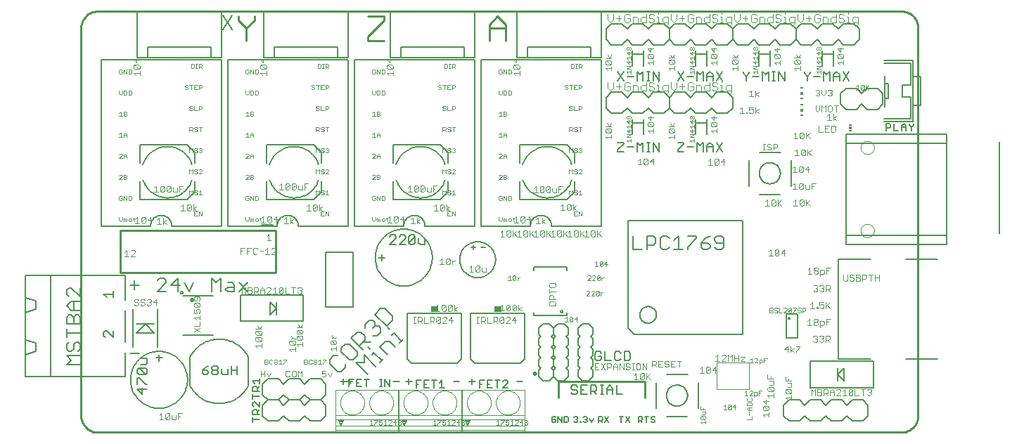
<source format=gto>
G75*
G70*
%OFA0B0*%
%FSLAX24Y24*%
%IPPOS*%
%LPD*%
%AMOC8*
5,1,8,0,0,1.08239X$1,22.5*
%
%ADD10C,0.0100*%
%ADD11C,0.0070*%
%ADD12C,0.0050*%
%ADD13C,0.0040*%
%ADD14C,0.0060*%
%ADD15C,0.0030*%
%ADD16C,0.0020*%
%ADD17C,0.0080*%
%ADD18R,0.0118X0.0059*%
%ADD19R,0.0118X0.0118*%
%ADD20C,0.0000*%
%ADD21R,0.0340X0.0300*%
D10*
X002785Y001429D02*
X002785Y019835D01*
X002787Y019889D01*
X002792Y019942D01*
X002801Y019995D01*
X002814Y020047D01*
X002830Y020099D01*
X002850Y020149D01*
X002873Y020197D01*
X002900Y020244D01*
X002929Y020289D01*
X002962Y020332D01*
X002997Y020372D01*
X003035Y020410D01*
X003075Y020445D01*
X003118Y020478D01*
X003163Y020507D01*
X003210Y020534D01*
X003258Y020557D01*
X003308Y020577D01*
X003360Y020593D01*
X003412Y020606D01*
X003465Y020615D01*
X003518Y020620D01*
X003572Y020622D01*
X041663Y020622D01*
X041717Y020620D01*
X041770Y020615D01*
X041823Y020606D01*
X041875Y020593D01*
X041927Y020577D01*
X041977Y020557D01*
X042025Y020534D01*
X042072Y020507D01*
X042117Y020478D01*
X042160Y020445D01*
X042200Y020410D01*
X042238Y020372D01*
X042273Y020332D01*
X042306Y020289D01*
X042335Y020244D01*
X042362Y020197D01*
X042385Y020149D01*
X042405Y020099D01*
X042421Y020047D01*
X042434Y019995D01*
X042443Y019942D01*
X042448Y019889D01*
X042450Y019835D01*
X042450Y001429D01*
X042448Y001375D01*
X042443Y001322D01*
X042434Y001269D01*
X042421Y001217D01*
X042405Y001165D01*
X042385Y001115D01*
X042362Y001067D01*
X042335Y001020D01*
X042306Y000975D01*
X042273Y000932D01*
X042238Y000892D01*
X042200Y000854D01*
X042160Y000819D01*
X042117Y000786D01*
X042072Y000757D01*
X042025Y000730D01*
X041977Y000707D01*
X041927Y000687D01*
X041875Y000671D01*
X041823Y000658D01*
X041770Y000649D01*
X041717Y000644D01*
X041663Y000642D01*
X003572Y000642D01*
X003518Y000644D01*
X003465Y000649D01*
X003412Y000658D01*
X003360Y000671D01*
X003308Y000687D01*
X003258Y000707D01*
X003210Y000730D01*
X003163Y000757D01*
X003118Y000786D01*
X003075Y000819D01*
X003035Y000854D01*
X002997Y000892D01*
X002962Y000932D01*
X002929Y000975D01*
X002900Y001020D01*
X002873Y001067D01*
X002850Y001115D01*
X002830Y001165D01*
X002814Y001217D01*
X002801Y001269D01*
X002792Y001322D01*
X002787Y001375D01*
X002785Y001429D01*
X007980Y006937D02*
X007982Y006950D01*
X007987Y006963D01*
X007996Y006974D01*
X008007Y006981D01*
X008020Y006986D01*
X008033Y006987D01*
X008047Y006984D01*
X008059Y006978D01*
X008069Y006969D01*
X008076Y006957D01*
X008080Y006944D01*
X008080Y006930D01*
X008076Y006917D01*
X008069Y006905D01*
X008059Y006896D01*
X008047Y006890D01*
X008033Y006887D01*
X008020Y006888D01*
X008007Y006893D01*
X007996Y006900D01*
X007987Y006911D01*
X007982Y006924D01*
X007980Y006937D01*
X004655Y008237D02*
X012005Y008237D01*
X012005Y010237D01*
X004655Y010237D01*
X004655Y008237D01*
X011330Y010487D02*
X011830Y010487D01*
X024230Y003437D02*
X024232Y003450D01*
X024237Y003463D01*
X024246Y003474D01*
X024257Y003481D01*
X024270Y003486D01*
X024283Y003487D01*
X024297Y003484D01*
X024309Y003478D01*
X024319Y003469D01*
X024326Y003457D01*
X024330Y003444D01*
X024330Y003430D01*
X024326Y003417D01*
X024319Y003405D01*
X024309Y003396D01*
X024297Y003390D01*
X024283Y003387D01*
X024270Y003388D01*
X024257Y003393D01*
X024246Y003400D01*
X024237Y003411D01*
X024232Y003424D01*
X024230Y003437D01*
X025403Y003069D02*
X029497Y003069D01*
X029497Y002282D01*
X025403Y002282D02*
X025403Y003069D01*
X022897Y019237D02*
X022897Y020005D01*
X022514Y020388D01*
X022130Y020005D01*
X022130Y019237D01*
X022130Y019813D02*
X022897Y019813D01*
X017147Y020196D02*
X016380Y019429D01*
X016380Y019237D01*
X017147Y019237D01*
X017147Y020196D02*
X017147Y020388D01*
X016380Y020388D01*
X010997Y020388D02*
X010997Y020196D01*
X010614Y019813D01*
X010614Y019237D01*
X010614Y019813D02*
X010230Y020196D01*
X010230Y020388D01*
D11*
X028216Y017753D02*
X028503Y017322D01*
X028677Y017537D02*
X028964Y017537D01*
X029137Y017322D02*
X029137Y017753D01*
X029281Y017609D01*
X029424Y017753D01*
X029424Y017322D01*
X029598Y017322D02*
X029741Y017322D01*
X029669Y017322D02*
X029669Y017753D01*
X029598Y017753D02*
X029741Y017753D01*
X029905Y017753D02*
X030192Y017322D01*
X030192Y017753D01*
X029905Y017753D02*
X029905Y017322D01*
X031063Y017322D02*
X031350Y017753D01*
X031523Y017537D02*
X031810Y017537D01*
X031984Y017322D02*
X031984Y017753D01*
X032127Y017609D01*
X032271Y017753D01*
X032271Y017322D01*
X032444Y017322D02*
X032444Y017609D01*
X032588Y017753D01*
X032731Y017609D01*
X032731Y017322D01*
X032905Y017322D02*
X033192Y017753D01*
X032905Y017753D02*
X033192Y017322D01*
X032731Y017537D02*
X032444Y017537D01*
X031350Y017322D02*
X031063Y017753D01*
X028503Y017753D02*
X028216Y017322D01*
X034166Y017681D02*
X034310Y017537D01*
X034310Y017322D01*
X034310Y017537D02*
X034453Y017681D01*
X034453Y017753D01*
X034627Y017537D02*
X034914Y017537D01*
X035087Y017322D02*
X035087Y017753D01*
X035231Y017609D01*
X035374Y017753D01*
X035374Y017322D01*
X035548Y017322D02*
X035691Y017322D01*
X035619Y017322D02*
X035619Y017753D01*
X035548Y017753D02*
X035691Y017753D01*
X035855Y017753D02*
X036142Y017322D01*
X036142Y017753D01*
X035855Y017753D02*
X035855Y017322D01*
X037063Y017681D02*
X037206Y017537D01*
X037206Y017322D01*
X037206Y017537D02*
X037350Y017681D01*
X037350Y017753D01*
X037523Y017537D02*
X037810Y017537D01*
X037984Y017322D02*
X037984Y017753D01*
X038127Y017609D01*
X038271Y017753D01*
X038271Y017322D01*
X038444Y017322D02*
X038444Y017609D01*
X038588Y017753D01*
X038731Y017609D01*
X038731Y017322D01*
X038905Y017322D02*
X039192Y017753D01*
X038905Y017753D02*
X039192Y017322D01*
X038731Y017537D02*
X038444Y017537D01*
X037063Y017681D02*
X037063Y017753D01*
X034166Y017753D02*
X034166Y017681D01*
X040928Y015294D02*
X040928Y014964D01*
X040928Y015074D02*
X041094Y015074D01*
X041149Y015129D01*
X041149Y015239D01*
X041094Y015294D01*
X040928Y015294D01*
X041297Y015294D02*
X041297Y014964D01*
X041517Y014964D01*
X041665Y014964D02*
X041665Y015184D01*
X041775Y015294D01*
X041885Y015184D01*
X041885Y014964D01*
X041885Y015129D02*
X041665Y015129D01*
X042033Y015239D02*
X042144Y015129D01*
X042144Y014964D01*
X042144Y015129D02*
X042254Y015239D01*
X042254Y015294D01*
X042033Y015294D02*
X042033Y015239D01*
X033192Y014403D02*
X032905Y013972D01*
X032731Y013972D02*
X032731Y014259D01*
X032588Y014403D01*
X032444Y014259D01*
X032444Y013972D01*
X032271Y013972D02*
X032271Y014403D01*
X032127Y014259D01*
X031984Y014403D01*
X031984Y013972D01*
X031810Y014187D02*
X031523Y014187D01*
X031350Y014331D02*
X031063Y014044D01*
X031063Y013972D01*
X031350Y013972D01*
X031350Y014331D02*
X031350Y014403D01*
X031063Y014403D01*
X030192Y014403D02*
X030192Y013972D01*
X029905Y014403D01*
X029905Y013972D01*
X029741Y013972D02*
X029598Y013972D01*
X029669Y013972D02*
X029669Y014403D01*
X029598Y014403D02*
X029741Y014403D01*
X029424Y014403D02*
X029281Y014259D01*
X029137Y014403D01*
X029137Y013972D01*
X028964Y014187D02*
X028677Y014187D01*
X028503Y014331D02*
X028216Y014044D01*
X028216Y013972D01*
X028503Y013972D01*
X028503Y014331D02*
X028503Y014403D01*
X028216Y014403D01*
X029424Y014403D02*
X029424Y013972D01*
X032444Y014187D02*
X032731Y014187D01*
X032905Y014403D02*
X033192Y013972D01*
X033136Y009953D02*
X032926Y009953D01*
X032820Y009848D01*
X032820Y009743D01*
X032926Y009638D01*
X033241Y009638D01*
X033241Y009848D02*
X033241Y009427D01*
X033136Y009322D01*
X032926Y009322D01*
X032820Y009427D01*
X032596Y009427D02*
X032596Y009532D01*
X032491Y009638D01*
X032176Y009638D01*
X032176Y009427D01*
X032281Y009322D01*
X032491Y009322D01*
X032596Y009427D01*
X032386Y009848D02*
X032176Y009638D01*
X032386Y009848D02*
X032596Y009953D01*
X033136Y009953D02*
X033241Y009848D01*
X031952Y009848D02*
X031531Y009427D01*
X031531Y009322D01*
X031307Y009322D02*
X030887Y009322D01*
X031097Y009322D02*
X031097Y009953D01*
X030887Y009743D01*
X030663Y009848D02*
X030558Y009953D01*
X030347Y009953D01*
X030242Y009848D01*
X030242Y009427D01*
X030347Y009322D01*
X030558Y009322D01*
X030663Y009427D01*
X030018Y009638D02*
X030018Y009848D01*
X029913Y009953D01*
X029598Y009953D01*
X029598Y009322D01*
X029598Y009532D02*
X029913Y009532D01*
X030018Y009638D01*
X029374Y009322D02*
X028953Y009322D01*
X028953Y009953D01*
X031531Y009953D02*
X031952Y009953D01*
X031952Y009848D01*
X028750Y004478D02*
X028534Y004478D01*
X028534Y004048D01*
X028750Y004048D01*
X028821Y004119D01*
X028821Y004406D01*
X028750Y004478D01*
X028361Y004406D02*
X028289Y004478D01*
X028146Y004478D01*
X028074Y004406D01*
X028074Y004119D01*
X028146Y004048D01*
X028289Y004048D01*
X028361Y004119D01*
X027900Y004048D02*
X027614Y004048D01*
X027614Y004478D01*
X027440Y004406D02*
X027368Y004478D01*
X027225Y004478D01*
X027153Y004406D01*
X027153Y004119D01*
X027225Y004048D01*
X027368Y004048D01*
X027440Y004119D01*
X027440Y004263D01*
X027297Y004263D01*
X027399Y002877D02*
X027543Y002877D01*
X027471Y002877D02*
X027471Y002447D01*
X027399Y002447D02*
X027543Y002447D01*
X027706Y002447D02*
X027706Y002734D01*
X027849Y002877D01*
X027993Y002734D01*
X027993Y002447D01*
X028166Y002447D02*
X028453Y002447D01*
X028166Y002447D02*
X028166Y002877D01*
X027993Y002662D02*
X027706Y002662D01*
X027226Y002662D02*
X027226Y002806D01*
X027154Y002877D01*
X026939Y002877D01*
X026939Y002447D01*
X026939Y002590D02*
X027154Y002590D01*
X027226Y002662D01*
X027082Y002590D02*
X027226Y002447D01*
X026765Y002447D02*
X026478Y002447D01*
X026478Y002877D01*
X026765Y002877D01*
X026622Y002662D02*
X026478Y002662D01*
X026305Y002590D02*
X026305Y002519D01*
X026233Y002447D01*
X026090Y002447D01*
X026018Y002519D01*
X026090Y002662D02*
X026233Y002662D01*
X026305Y002590D01*
X026305Y002806D02*
X026233Y002877D01*
X026090Y002877D01*
X026018Y002806D01*
X026018Y002734D01*
X026090Y002662D01*
X023714Y003062D02*
X023428Y003062D01*
X021464Y003062D02*
X021178Y003062D01*
X021321Y003206D02*
X021321Y002919D01*
X020714Y003062D02*
X020428Y003062D01*
X018464Y003062D02*
X018178Y003062D01*
X018321Y003206D02*
X018321Y002919D01*
X017864Y003062D02*
X017578Y003062D01*
X016380Y003387D02*
X015821Y003946D01*
X016194Y003946D01*
X016194Y004319D01*
X016753Y003760D01*
X016940Y003947D02*
X017126Y004133D01*
X017033Y004040D02*
X016660Y004413D01*
X016567Y004319D01*
X016474Y004599D02*
X016381Y004692D01*
X016150Y004557D02*
X015591Y005116D01*
X015870Y005395D01*
X016057Y005395D01*
X016243Y005209D01*
X016243Y005023D01*
X015964Y004743D01*
X016150Y004929D02*
X016523Y004929D01*
X016617Y005210D02*
X016803Y005210D01*
X016989Y005396D01*
X016989Y005583D01*
X016896Y005676D01*
X016710Y005676D01*
X016617Y005583D01*
X016710Y005676D02*
X016710Y005862D01*
X016617Y005955D01*
X016430Y005955D01*
X016244Y005769D01*
X016244Y005583D01*
X016711Y006236D02*
X016990Y006515D01*
X017177Y006515D01*
X017549Y006142D01*
X017549Y005956D01*
X017270Y005677D01*
X016711Y006236D01*
X017314Y005625D02*
X017407Y005532D01*
X017594Y005346D02*
X017966Y004973D01*
X017873Y004880D02*
X018060Y005066D01*
X017686Y004693D02*
X017406Y004972D01*
X017220Y004972D01*
X016941Y004693D01*
X017313Y004320D01*
X015869Y004276D02*
X015869Y004463D01*
X015497Y004835D01*
X015310Y004835D01*
X015124Y004649D01*
X015124Y004463D01*
X015497Y004090D01*
X015683Y004090D01*
X015869Y004276D01*
X015310Y003903D02*
X015310Y003716D01*
X015123Y003530D01*
X014937Y003530D01*
X014564Y003903D01*
X014564Y004089D01*
X014750Y004275D01*
X014937Y004275D01*
X015221Y003206D02*
X015221Y002919D01*
X015353Y003062D02*
X015639Y003062D01*
X015496Y003206D02*
X015496Y002919D01*
X015364Y003062D02*
X015078Y003062D01*
X017500Y005253D02*
X017594Y005346D01*
X002745Y005354D02*
X002114Y005354D01*
X002114Y005144D02*
X002114Y005564D01*
X002114Y005789D02*
X002114Y006104D01*
X002220Y006209D01*
X002325Y006209D01*
X002430Y006104D01*
X002430Y005789D01*
X002745Y005789D02*
X002745Y006104D01*
X002640Y006209D01*
X002535Y006209D01*
X002430Y006104D01*
X002430Y006433D02*
X002430Y006854D01*
X002325Y006854D02*
X002745Y006854D01*
X002745Y007078D02*
X002325Y007498D01*
X002220Y007498D01*
X002114Y007393D01*
X002114Y007183D01*
X002220Y007078D01*
X002325Y006854D02*
X002114Y006643D01*
X002325Y006433D01*
X002745Y006433D01*
X002745Y005789D02*
X002114Y005789D01*
X002220Y004920D02*
X002114Y004815D01*
X002114Y004605D01*
X002220Y004500D01*
X002325Y004500D01*
X002430Y004605D01*
X002430Y004815D01*
X002535Y004920D01*
X002640Y004920D01*
X002745Y004815D01*
X002745Y004605D01*
X002640Y004500D01*
X002745Y004275D02*
X002114Y004275D01*
X002325Y004065D01*
X002114Y003855D01*
X002745Y003855D01*
X002745Y007078D02*
X002745Y007498D01*
D12*
X003855Y007202D02*
X004005Y007052D01*
X003855Y007202D02*
X004305Y007202D01*
X004305Y007052D02*
X004305Y007352D01*
X004305Y005452D02*
X004305Y005152D01*
X004005Y005452D01*
X003930Y005452D01*
X003855Y005377D01*
X003855Y005227D01*
X003930Y005152D01*
X005605Y004144D02*
X005905Y004144D01*
X005905Y003919D01*
X005830Y003843D01*
X005605Y003843D01*
X005530Y003683D02*
X005830Y003383D01*
X005905Y003458D01*
X005905Y003608D01*
X005830Y003683D01*
X005530Y003683D01*
X005455Y003608D01*
X005455Y003458D01*
X005530Y003383D01*
X005830Y003383D01*
X005530Y003223D02*
X005830Y002923D01*
X005905Y002923D01*
X005905Y002687D02*
X005455Y002687D01*
X005680Y002462D01*
X005680Y002763D01*
X005455Y002923D02*
X005455Y003223D01*
X005530Y003223D01*
X007952Y002868D02*
X007952Y004207D01*
X007952Y002868D02*
X007989Y002799D01*
X008028Y002732D01*
X008071Y002667D01*
X008117Y002605D01*
X008166Y002544D01*
X008218Y002487D01*
X008273Y002432D01*
X008331Y002380D01*
X008391Y002331D01*
X008454Y002285D01*
X008519Y002242D01*
X008586Y002203D01*
X008654Y002167D01*
X008725Y002134D01*
X008797Y002105D01*
X008871Y002080D01*
X008946Y002059D01*
X009021Y002041D01*
X009098Y002028D01*
X009175Y002018D01*
X009252Y002012D01*
X009330Y002010D01*
X009408Y002012D01*
X009485Y002018D01*
X009562Y002028D01*
X009639Y002041D01*
X009714Y002059D01*
X009789Y002080D01*
X009863Y002105D01*
X009935Y002134D01*
X010006Y002167D01*
X010074Y002203D01*
X010141Y002242D01*
X010206Y002285D01*
X010269Y002331D01*
X010329Y002380D01*
X010387Y002432D01*
X010442Y002487D01*
X010494Y002544D01*
X010543Y002605D01*
X010589Y002667D01*
X010632Y002732D01*
X010671Y002799D01*
X010708Y002868D01*
X010708Y004207D01*
X010708Y004206D02*
X010671Y004275D01*
X010632Y004342D01*
X010589Y004407D01*
X010543Y004469D01*
X010494Y004530D01*
X010442Y004587D01*
X010387Y004642D01*
X010329Y004694D01*
X010269Y004743D01*
X010206Y004789D01*
X010141Y004832D01*
X010074Y004871D01*
X010006Y004907D01*
X009935Y004940D01*
X009863Y004969D01*
X009789Y004994D01*
X009714Y005015D01*
X009639Y005033D01*
X009562Y005046D01*
X009485Y005056D01*
X009408Y005062D01*
X009330Y005064D01*
X009252Y005062D01*
X009175Y005056D01*
X009098Y005046D01*
X009021Y005033D01*
X008946Y005015D01*
X008871Y004994D01*
X008797Y004969D01*
X008725Y004940D01*
X008654Y004907D01*
X008586Y004871D01*
X008519Y004832D01*
X008454Y004789D01*
X008391Y004743D01*
X008331Y004694D01*
X008273Y004642D01*
X008218Y004587D01*
X008166Y004530D01*
X008117Y004469D01*
X008071Y004407D01*
X008028Y004342D01*
X007989Y004275D01*
X007952Y004206D01*
X010905Y003078D02*
X011255Y003078D01*
X011255Y002961D02*
X011255Y003195D01*
X011021Y002961D02*
X010905Y003078D01*
X010963Y002827D02*
X011080Y002827D01*
X011138Y002768D01*
X011138Y002593D01*
X011138Y002710D02*
X011255Y002827D01*
X011255Y002593D02*
X010905Y002593D01*
X010905Y002768D01*
X010963Y002827D01*
X010905Y002458D02*
X010905Y002225D01*
X010905Y002342D02*
X011255Y002342D01*
X011255Y002095D02*
X011255Y001861D01*
X011021Y002095D01*
X010963Y002095D01*
X010905Y002037D01*
X010905Y001920D01*
X010963Y001861D01*
X010963Y001727D02*
X011080Y001727D01*
X011138Y001668D01*
X011138Y001493D01*
X011138Y001610D02*
X011255Y001727D01*
X011255Y001493D02*
X010905Y001493D01*
X010905Y001668D01*
X010963Y001727D01*
X010905Y001358D02*
X010905Y001125D01*
X010905Y001242D02*
X011255Y001242D01*
X015468Y002812D02*
X015468Y003163D01*
X015701Y003163D01*
X015836Y003163D02*
X015836Y002812D01*
X016069Y002812D01*
X015953Y002987D02*
X015836Y002987D01*
X015836Y003163D02*
X016069Y003163D01*
X016204Y003163D02*
X016438Y003163D01*
X016321Y003163D02*
X016321Y002812D01*
X016941Y002812D02*
X017058Y002812D01*
X016999Y002812D02*
X016999Y003163D01*
X016941Y003163D02*
X017058Y003163D01*
X017186Y003163D02*
X017420Y002812D01*
X017420Y003163D01*
X017186Y003163D02*
X017186Y002812D01*
X018668Y002762D02*
X018668Y003113D01*
X018901Y003113D01*
X019036Y003113D02*
X019036Y002762D01*
X019269Y002762D01*
X019153Y002937D02*
X019036Y002937D01*
X019036Y003113D02*
X019269Y003113D01*
X019404Y003113D02*
X019638Y003113D01*
X019521Y003113D02*
X019521Y002762D01*
X019772Y002762D02*
X020006Y002762D01*
X019889Y002762D02*
X019889Y003113D01*
X019772Y002996D01*
X018784Y002937D02*
X018668Y002937D01*
X021668Y002937D02*
X021784Y002937D01*
X021668Y002762D02*
X021668Y003113D01*
X021901Y003113D01*
X022036Y003113D02*
X022036Y002762D01*
X022269Y002762D01*
X022153Y002937D02*
X022036Y002937D01*
X022036Y003113D02*
X022269Y003113D01*
X022404Y003113D02*
X022638Y003113D01*
X022521Y003113D02*
X022521Y002762D01*
X022772Y002762D02*
X023006Y002996D01*
X023006Y003054D01*
X022948Y003113D01*
X022831Y003113D01*
X022772Y003054D01*
X022772Y002762D02*
X023006Y002762D01*
X024480Y003287D02*
X024680Y003087D01*
X024980Y003087D01*
X025180Y003287D01*
X025180Y003587D01*
X025080Y003687D01*
X025180Y003787D01*
X025180Y004087D01*
X025080Y004187D01*
X025180Y004287D01*
X025180Y004587D01*
X025080Y004687D01*
X025180Y004787D01*
X025180Y005087D01*
X025080Y005187D01*
X025180Y005287D01*
X025180Y005587D01*
X024980Y005787D01*
X024680Y005787D01*
X024480Y005587D01*
X024480Y005287D01*
X024580Y005187D01*
X024480Y005087D01*
X024480Y004787D01*
X024580Y004687D01*
X024480Y004587D01*
X024480Y004287D01*
X024580Y004187D01*
X024480Y004087D01*
X024480Y003787D01*
X024580Y003687D01*
X024480Y003587D01*
X024480Y003287D01*
X025180Y003287D02*
X025180Y003587D01*
X025280Y003687D01*
X025180Y003787D01*
X025180Y004087D01*
X025280Y004187D01*
X025180Y004287D01*
X025180Y004587D01*
X025280Y004687D01*
X025180Y004787D01*
X025180Y005087D01*
X025280Y005187D01*
X025180Y005287D01*
X025180Y005587D01*
X025380Y005787D01*
X025680Y005787D01*
X025880Y005587D01*
X025880Y005287D01*
X025780Y005187D01*
X025880Y005087D01*
X025880Y004787D01*
X025780Y004687D01*
X025880Y004587D01*
X025880Y004287D01*
X025780Y004187D01*
X025880Y004087D01*
X025880Y003787D01*
X025780Y003687D01*
X025880Y003587D01*
X025880Y003287D01*
X025680Y003087D01*
X025380Y003087D01*
X025180Y003287D01*
X026330Y003287D02*
X026330Y003587D01*
X026430Y003687D01*
X026330Y003787D01*
X026330Y004087D01*
X026430Y004187D01*
X026330Y004287D01*
X026330Y004587D01*
X026430Y004687D01*
X026330Y004787D01*
X026330Y005087D01*
X026430Y005187D01*
X026330Y005287D01*
X026330Y005587D01*
X026530Y005787D01*
X026830Y005787D01*
X027030Y005587D01*
X027030Y005287D01*
X026930Y005187D01*
X027030Y005087D01*
X027030Y004787D01*
X026930Y004687D01*
X027030Y004587D01*
X027030Y004287D01*
X026930Y004187D01*
X027030Y004087D01*
X027030Y003787D01*
X026930Y003687D01*
X027030Y003587D01*
X027030Y003287D01*
X026830Y003087D01*
X026530Y003087D01*
X026330Y003287D01*
X026279Y001386D02*
X026324Y001341D01*
X026324Y001296D01*
X026279Y001250D01*
X026324Y001205D01*
X026324Y001160D01*
X026279Y001115D01*
X026189Y001115D01*
X026144Y001160D01*
X026234Y001250D02*
X026279Y001250D01*
X026279Y001386D02*
X026189Y001386D01*
X026144Y001341D01*
X025863Y001341D02*
X025863Y001160D01*
X025818Y001115D01*
X025683Y001115D01*
X025683Y001386D01*
X025818Y001386D01*
X025863Y001341D01*
X025569Y001386D02*
X025569Y001115D01*
X025389Y001386D01*
X025389Y001115D01*
X025274Y001160D02*
X025274Y001250D01*
X025184Y001250D01*
X025094Y001160D02*
X025139Y001115D01*
X025229Y001115D01*
X025274Y001160D01*
X025094Y001160D02*
X025094Y001341D01*
X025139Y001386D01*
X025229Y001386D01*
X025274Y001341D01*
X026439Y001160D02*
X026484Y001160D01*
X026484Y001115D01*
X026439Y001115D01*
X026439Y001160D01*
X026586Y001160D02*
X026631Y001115D01*
X026721Y001115D01*
X026766Y001160D01*
X026766Y001205D01*
X026721Y001250D01*
X026676Y001250D01*
X026721Y001250D02*
X026766Y001296D01*
X026766Y001341D01*
X026721Y001386D01*
X026631Y001386D01*
X026586Y001341D01*
X026881Y001296D02*
X026971Y001115D01*
X027061Y001296D01*
X027318Y001386D02*
X027453Y001386D01*
X027498Y001341D01*
X027498Y001250D01*
X027453Y001205D01*
X027318Y001205D01*
X027318Y001115D02*
X027318Y001386D01*
X027408Y001205D02*
X027498Y001115D01*
X027612Y001115D02*
X027792Y001386D01*
X027612Y001386D02*
X027792Y001115D01*
X028302Y001386D02*
X028482Y001386D01*
X028392Y001386D02*
X028392Y001115D01*
X028597Y001115D02*
X028777Y001386D01*
X028597Y001386D02*
X028777Y001115D01*
X029207Y001115D02*
X029207Y001386D01*
X029342Y001386D01*
X029388Y001341D01*
X029388Y001250D01*
X029342Y001205D01*
X029207Y001205D01*
X029297Y001205D02*
X029388Y001115D01*
X029592Y001115D02*
X029592Y001386D01*
X029502Y001386D02*
X029682Y001386D01*
X029797Y001341D02*
X029797Y001296D01*
X029842Y001250D01*
X029932Y001250D01*
X029977Y001205D01*
X029977Y001160D01*
X029932Y001115D01*
X029842Y001115D01*
X029797Y001160D01*
X029797Y001341D02*
X029842Y001386D01*
X029932Y001386D01*
X029977Y001341D01*
X037338Y002757D02*
X037338Y002936D01*
X037338Y004017D01*
X040332Y004017D01*
X040332Y003936D01*
X040332Y002757D01*
X037338Y002757D01*
X037338Y002838D02*
X037338Y002936D01*
X038630Y003087D02*
X038630Y003387D01*
X038630Y003687D01*
X038630Y003387D02*
X038930Y003687D01*
X038930Y003087D01*
X038630Y003387D01*
X040332Y003913D02*
X040332Y003936D01*
X039030Y009569D02*
X043794Y009569D01*
X043794Y009589D01*
X043794Y009569D01*
X043794Y009589D02*
X043794Y014746D01*
X043794Y014786D01*
X043794Y014805D01*
X043794Y014786D01*
X043794Y014746D01*
X043794Y014805D02*
X039030Y014805D01*
X039030Y014786D02*
X039030Y014244D01*
X039030Y013811D01*
X039030Y013378D01*
X039030Y012945D01*
X039030Y012512D01*
X039030Y012079D01*
X039030Y011646D01*
X039030Y011213D01*
X039030Y010780D01*
X039030Y010317D01*
X039030Y009589D01*
X039030Y010002D02*
X043794Y010002D01*
X046313Y010101D02*
X046313Y014431D01*
X043794Y014372D02*
X039030Y014372D01*
X039030Y014244D01*
X039030Y014156D01*
X039030Y013811D01*
X039030Y013378D01*
X039030Y012945D01*
X039030Y012512D01*
X039030Y012079D01*
X039030Y011646D01*
X039030Y011213D01*
X039030Y010780D01*
X039030Y010317D01*
X039030Y010219D01*
X039030Y010002D01*
X027430Y018437D02*
X026930Y018437D01*
X026930Y018937D01*
X023930Y018937D01*
X023930Y018437D01*
X023430Y018437D01*
X023430Y020637D01*
X027430Y020637D01*
X027430Y018437D01*
X026930Y018437D02*
X023930Y018437D01*
X021430Y018437D02*
X020930Y018437D01*
X020930Y018937D01*
X017930Y018937D01*
X017930Y018437D01*
X017430Y018437D01*
X017430Y020637D01*
X021430Y020637D01*
X021430Y018437D01*
X020930Y018437D02*
X017930Y018437D01*
X015430Y018437D02*
X014930Y018437D01*
X014930Y018937D01*
X011930Y018937D01*
X011930Y018437D01*
X011430Y018437D01*
X011430Y020637D01*
X015430Y020637D01*
X015430Y018437D01*
X014930Y018437D02*
X011930Y018437D01*
X009430Y018437D02*
X008930Y018437D01*
X008930Y018937D01*
X005930Y018937D01*
X005930Y018437D01*
X005430Y018437D01*
X005430Y020637D01*
X009430Y020637D01*
X009430Y018437D01*
X008930Y018437D02*
X005930Y018437D01*
X017405Y009938D02*
X017480Y010013D01*
X017630Y010013D01*
X017705Y009938D01*
X017705Y009863D01*
X017405Y009562D01*
X017705Y009562D01*
X017865Y009562D02*
X018166Y009863D01*
X018166Y009938D01*
X018091Y010013D01*
X017940Y010013D01*
X017865Y009938D01*
X018326Y009938D02*
X018401Y010013D01*
X018551Y010013D01*
X018626Y009938D01*
X018326Y009637D01*
X018401Y009562D01*
X018551Y009562D01*
X018626Y009637D01*
X018626Y009938D01*
X018786Y009863D02*
X018786Y009637D01*
X018861Y009562D01*
X019086Y009562D01*
X019086Y009863D01*
X018326Y009938D02*
X018326Y009637D01*
X018166Y009562D02*
X017865Y009562D01*
X013322Y007167D02*
X013322Y006988D01*
X013322Y005907D01*
X010328Y005907D01*
X010328Y005988D01*
X010328Y007167D01*
X013322Y007167D01*
X013322Y007086D02*
X013322Y006988D01*
X012030Y006837D02*
X012030Y006537D01*
X012030Y006237D01*
X012030Y006537D02*
X011730Y006237D01*
X011730Y006837D01*
X012030Y006537D01*
X010328Y006011D02*
X010328Y005988D01*
X015468Y002987D02*
X015584Y002987D01*
D13*
X014854Y002653D02*
X017806Y002653D01*
X017806Y001451D01*
X014854Y001451D01*
X014854Y001261D01*
X014854Y000941D01*
X014854Y000768D01*
X014854Y000650D01*
X017806Y000650D01*
X017806Y000768D01*
X017806Y000941D01*
X014854Y000941D01*
X014854Y000768D02*
X017806Y000768D01*
X017854Y000768D02*
X017854Y000941D01*
X020806Y000941D01*
X020806Y000768D01*
X017854Y000768D01*
X017854Y000650D01*
X020806Y000650D01*
X020806Y000768D01*
X020854Y000768D02*
X020854Y000941D01*
X023806Y000941D01*
X023806Y000768D01*
X020854Y000768D01*
X020854Y000650D01*
X023806Y000650D01*
X023806Y000768D01*
X023806Y000941D02*
X023806Y001261D01*
X023806Y001451D01*
X020854Y001451D01*
X020854Y001261D01*
X020854Y000941D01*
X020806Y000941D02*
X020806Y001261D01*
X020806Y001451D01*
X017854Y001451D01*
X017854Y001261D01*
X017854Y000941D01*
X017806Y000941D02*
X017806Y001261D01*
X017806Y001451D01*
X017854Y001451D02*
X017854Y002653D01*
X020806Y002653D01*
X020806Y001451D01*
X020854Y001451D02*
X020854Y002653D01*
X023806Y002653D01*
X023806Y001451D01*
X023806Y001261D02*
X020854Y001261D01*
X020806Y001261D02*
X017854Y001261D01*
X017806Y001261D02*
X014854Y001261D01*
X014964Y001212D02*
X015089Y000962D01*
X015214Y001212D01*
X014964Y001212D01*
X014979Y001181D02*
X015198Y001181D01*
X015179Y001143D02*
X014999Y001143D01*
X015018Y001104D02*
X015160Y001104D01*
X015140Y001066D02*
X015037Y001066D01*
X015056Y001027D02*
X015121Y001027D01*
X015102Y000989D02*
X015076Y000989D01*
X014854Y001451D02*
X014854Y002653D01*
X014585Y003281D02*
X014678Y003468D01*
X014491Y003468D02*
X014585Y003281D01*
X014383Y003328D02*
X014383Y003421D01*
X014337Y003468D01*
X014290Y003468D01*
X014197Y003421D01*
X014197Y003562D01*
X014383Y003562D01*
X014383Y003328D02*
X014337Y003281D01*
X014243Y003281D01*
X014197Y003328D01*
X013260Y003281D02*
X013260Y003562D01*
X013167Y003468D01*
X013073Y003562D01*
X013073Y003281D01*
X012966Y003328D02*
X012966Y003515D01*
X012919Y003562D01*
X012825Y003562D01*
X012779Y003515D01*
X012779Y003328D01*
X012825Y003281D01*
X012919Y003281D01*
X012966Y003328D01*
X012671Y003328D02*
X012624Y003281D01*
X012531Y003281D01*
X012484Y003328D01*
X012484Y003515D01*
X012531Y003562D01*
X012624Y003562D01*
X012671Y003515D01*
X011778Y003468D02*
X011685Y003281D01*
X011591Y003468D01*
X011483Y003421D02*
X011297Y003421D01*
X011297Y003281D02*
X011297Y003562D01*
X011483Y003562D02*
X011483Y003281D01*
X015070Y002048D02*
X015072Y002095D01*
X015078Y002142D01*
X015087Y002188D01*
X015101Y002233D01*
X015118Y002277D01*
X015139Y002320D01*
X015163Y002360D01*
X015190Y002399D01*
X015221Y002435D01*
X015254Y002468D01*
X015290Y002499D01*
X015329Y002526D01*
X015369Y002550D01*
X015412Y002571D01*
X015456Y002588D01*
X015501Y002602D01*
X015547Y002611D01*
X015594Y002617D01*
X015641Y002619D01*
X015688Y002617D01*
X015735Y002611D01*
X015781Y002602D01*
X015826Y002588D01*
X015870Y002571D01*
X015913Y002550D01*
X015953Y002526D01*
X015992Y002499D01*
X016028Y002468D01*
X016061Y002435D01*
X016092Y002399D01*
X016119Y002360D01*
X016143Y002320D01*
X016164Y002277D01*
X016181Y002233D01*
X016195Y002188D01*
X016204Y002142D01*
X016210Y002095D01*
X016212Y002048D01*
X016210Y002001D01*
X016204Y001954D01*
X016195Y001908D01*
X016181Y001863D01*
X016164Y001819D01*
X016143Y001776D01*
X016119Y001736D01*
X016092Y001697D01*
X016061Y001661D01*
X016028Y001628D01*
X015992Y001597D01*
X015953Y001570D01*
X015913Y001546D01*
X015870Y001525D01*
X015826Y001508D01*
X015781Y001494D01*
X015735Y001485D01*
X015688Y001479D01*
X015641Y001477D01*
X015594Y001479D01*
X015547Y001485D01*
X015501Y001494D01*
X015456Y001508D01*
X015412Y001525D01*
X015369Y001546D01*
X015329Y001570D01*
X015290Y001597D01*
X015254Y001628D01*
X015221Y001661D01*
X015190Y001697D01*
X015163Y001736D01*
X015139Y001776D01*
X015118Y001819D01*
X015101Y001863D01*
X015087Y001908D01*
X015078Y001954D01*
X015072Y002001D01*
X015070Y002048D01*
X016113Y002325D02*
X016116Y002328D01*
X016448Y002048D02*
X016450Y002095D01*
X016456Y002142D01*
X016465Y002188D01*
X016479Y002233D01*
X016496Y002277D01*
X016517Y002320D01*
X016541Y002360D01*
X016568Y002399D01*
X016599Y002435D01*
X016632Y002468D01*
X016668Y002499D01*
X016707Y002526D01*
X016747Y002550D01*
X016790Y002571D01*
X016834Y002588D01*
X016879Y002602D01*
X016925Y002611D01*
X016972Y002617D01*
X017019Y002619D01*
X017066Y002617D01*
X017113Y002611D01*
X017159Y002602D01*
X017204Y002588D01*
X017248Y002571D01*
X017291Y002550D01*
X017331Y002526D01*
X017370Y002499D01*
X017406Y002468D01*
X017439Y002435D01*
X017470Y002399D01*
X017497Y002360D01*
X017521Y002320D01*
X017542Y002277D01*
X017559Y002233D01*
X017573Y002188D01*
X017582Y002142D01*
X017588Y002095D01*
X017590Y002048D01*
X017588Y002001D01*
X017582Y001954D01*
X017573Y001908D01*
X017559Y001863D01*
X017542Y001819D01*
X017521Y001776D01*
X017497Y001736D01*
X017470Y001697D01*
X017439Y001661D01*
X017406Y001628D01*
X017370Y001597D01*
X017331Y001570D01*
X017291Y001546D01*
X017248Y001525D01*
X017204Y001508D01*
X017159Y001494D01*
X017113Y001485D01*
X017066Y001479D01*
X017019Y001477D01*
X016972Y001479D01*
X016925Y001485D01*
X016879Y001494D01*
X016834Y001508D01*
X016790Y001525D01*
X016747Y001546D01*
X016707Y001570D01*
X016668Y001597D01*
X016632Y001628D01*
X016599Y001661D01*
X016568Y001697D01*
X016541Y001736D01*
X016517Y001776D01*
X016496Y001819D01*
X016479Y001863D01*
X016465Y001908D01*
X016456Y001954D01*
X016450Y002001D01*
X016448Y002048D01*
X017491Y002325D02*
X017494Y002328D01*
X018070Y002048D02*
X018072Y002095D01*
X018078Y002142D01*
X018087Y002188D01*
X018101Y002233D01*
X018118Y002277D01*
X018139Y002320D01*
X018163Y002360D01*
X018190Y002399D01*
X018221Y002435D01*
X018254Y002468D01*
X018290Y002499D01*
X018329Y002526D01*
X018369Y002550D01*
X018412Y002571D01*
X018456Y002588D01*
X018501Y002602D01*
X018547Y002611D01*
X018594Y002617D01*
X018641Y002619D01*
X018688Y002617D01*
X018735Y002611D01*
X018781Y002602D01*
X018826Y002588D01*
X018870Y002571D01*
X018913Y002550D01*
X018953Y002526D01*
X018992Y002499D01*
X019028Y002468D01*
X019061Y002435D01*
X019092Y002399D01*
X019119Y002360D01*
X019143Y002320D01*
X019164Y002277D01*
X019181Y002233D01*
X019195Y002188D01*
X019204Y002142D01*
X019210Y002095D01*
X019212Y002048D01*
X019210Y002001D01*
X019204Y001954D01*
X019195Y001908D01*
X019181Y001863D01*
X019164Y001819D01*
X019143Y001776D01*
X019119Y001736D01*
X019092Y001697D01*
X019061Y001661D01*
X019028Y001628D01*
X018992Y001597D01*
X018953Y001570D01*
X018913Y001546D01*
X018870Y001525D01*
X018826Y001508D01*
X018781Y001494D01*
X018735Y001485D01*
X018688Y001479D01*
X018641Y001477D01*
X018594Y001479D01*
X018547Y001485D01*
X018501Y001494D01*
X018456Y001508D01*
X018412Y001525D01*
X018369Y001546D01*
X018329Y001570D01*
X018290Y001597D01*
X018254Y001628D01*
X018221Y001661D01*
X018190Y001697D01*
X018163Y001736D01*
X018139Y001776D01*
X018118Y001819D01*
X018101Y001863D01*
X018087Y001908D01*
X018078Y001954D01*
X018072Y002001D01*
X018070Y002048D01*
X019113Y002325D02*
X019116Y002328D01*
X019448Y002048D02*
X019450Y002095D01*
X019456Y002142D01*
X019465Y002188D01*
X019479Y002233D01*
X019496Y002277D01*
X019517Y002320D01*
X019541Y002360D01*
X019568Y002399D01*
X019599Y002435D01*
X019632Y002468D01*
X019668Y002499D01*
X019707Y002526D01*
X019747Y002550D01*
X019790Y002571D01*
X019834Y002588D01*
X019879Y002602D01*
X019925Y002611D01*
X019972Y002617D01*
X020019Y002619D01*
X020066Y002617D01*
X020113Y002611D01*
X020159Y002602D01*
X020204Y002588D01*
X020248Y002571D01*
X020291Y002550D01*
X020331Y002526D01*
X020370Y002499D01*
X020406Y002468D01*
X020439Y002435D01*
X020470Y002399D01*
X020497Y002360D01*
X020521Y002320D01*
X020542Y002277D01*
X020559Y002233D01*
X020573Y002188D01*
X020582Y002142D01*
X020588Y002095D01*
X020590Y002048D01*
X020588Y002001D01*
X020582Y001954D01*
X020573Y001908D01*
X020559Y001863D01*
X020542Y001819D01*
X020521Y001776D01*
X020497Y001736D01*
X020470Y001697D01*
X020439Y001661D01*
X020406Y001628D01*
X020370Y001597D01*
X020331Y001570D01*
X020291Y001546D01*
X020248Y001525D01*
X020204Y001508D01*
X020159Y001494D01*
X020113Y001485D01*
X020066Y001479D01*
X020019Y001477D01*
X019972Y001479D01*
X019925Y001485D01*
X019879Y001494D01*
X019834Y001508D01*
X019790Y001525D01*
X019747Y001546D01*
X019707Y001570D01*
X019668Y001597D01*
X019632Y001628D01*
X019599Y001661D01*
X019568Y001697D01*
X019541Y001736D01*
X019517Y001776D01*
X019496Y001819D01*
X019479Y001863D01*
X019465Y001908D01*
X019456Y001954D01*
X019450Y002001D01*
X019448Y002048D01*
X020491Y002325D02*
X020494Y002328D01*
X021070Y002048D02*
X021072Y002095D01*
X021078Y002142D01*
X021087Y002188D01*
X021101Y002233D01*
X021118Y002277D01*
X021139Y002320D01*
X021163Y002360D01*
X021190Y002399D01*
X021221Y002435D01*
X021254Y002468D01*
X021290Y002499D01*
X021329Y002526D01*
X021369Y002550D01*
X021412Y002571D01*
X021456Y002588D01*
X021501Y002602D01*
X021547Y002611D01*
X021594Y002617D01*
X021641Y002619D01*
X021688Y002617D01*
X021735Y002611D01*
X021781Y002602D01*
X021826Y002588D01*
X021870Y002571D01*
X021913Y002550D01*
X021953Y002526D01*
X021992Y002499D01*
X022028Y002468D01*
X022061Y002435D01*
X022092Y002399D01*
X022119Y002360D01*
X022143Y002320D01*
X022164Y002277D01*
X022181Y002233D01*
X022195Y002188D01*
X022204Y002142D01*
X022210Y002095D01*
X022212Y002048D01*
X022210Y002001D01*
X022204Y001954D01*
X022195Y001908D01*
X022181Y001863D01*
X022164Y001819D01*
X022143Y001776D01*
X022119Y001736D01*
X022092Y001697D01*
X022061Y001661D01*
X022028Y001628D01*
X021992Y001597D01*
X021953Y001570D01*
X021913Y001546D01*
X021870Y001525D01*
X021826Y001508D01*
X021781Y001494D01*
X021735Y001485D01*
X021688Y001479D01*
X021641Y001477D01*
X021594Y001479D01*
X021547Y001485D01*
X021501Y001494D01*
X021456Y001508D01*
X021412Y001525D01*
X021369Y001546D01*
X021329Y001570D01*
X021290Y001597D01*
X021254Y001628D01*
X021221Y001661D01*
X021190Y001697D01*
X021163Y001736D01*
X021139Y001776D01*
X021118Y001819D01*
X021101Y001863D01*
X021087Y001908D01*
X021078Y001954D01*
X021072Y002001D01*
X021070Y002048D01*
X022113Y002325D02*
X022116Y002328D01*
X022448Y002048D02*
X022450Y002095D01*
X022456Y002142D01*
X022465Y002188D01*
X022479Y002233D01*
X022496Y002277D01*
X022517Y002320D01*
X022541Y002360D01*
X022568Y002399D01*
X022599Y002435D01*
X022632Y002468D01*
X022668Y002499D01*
X022707Y002526D01*
X022747Y002550D01*
X022790Y002571D01*
X022834Y002588D01*
X022879Y002602D01*
X022925Y002611D01*
X022972Y002617D01*
X023019Y002619D01*
X023066Y002617D01*
X023113Y002611D01*
X023159Y002602D01*
X023204Y002588D01*
X023248Y002571D01*
X023291Y002550D01*
X023331Y002526D01*
X023370Y002499D01*
X023406Y002468D01*
X023439Y002435D01*
X023470Y002399D01*
X023497Y002360D01*
X023521Y002320D01*
X023542Y002277D01*
X023559Y002233D01*
X023573Y002188D01*
X023582Y002142D01*
X023588Y002095D01*
X023590Y002048D01*
X023588Y002001D01*
X023582Y001954D01*
X023573Y001908D01*
X023559Y001863D01*
X023542Y001819D01*
X023521Y001776D01*
X023497Y001736D01*
X023470Y001697D01*
X023439Y001661D01*
X023406Y001628D01*
X023370Y001597D01*
X023331Y001570D01*
X023291Y001546D01*
X023248Y001525D01*
X023204Y001508D01*
X023159Y001494D01*
X023113Y001485D01*
X023066Y001479D01*
X023019Y001477D01*
X022972Y001479D01*
X022925Y001485D01*
X022879Y001494D01*
X022834Y001508D01*
X022790Y001525D01*
X022747Y001546D01*
X022707Y001570D01*
X022668Y001597D01*
X022632Y001628D01*
X022599Y001661D01*
X022568Y001697D01*
X022541Y001736D01*
X022517Y001776D01*
X022496Y001819D01*
X022479Y001863D01*
X022465Y001908D01*
X022456Y001954D01*
X022450Y002001D01*
X022448Y002048D01*
X023491Y002325D02*
X023494Y002328D01*
X021214Y001212D02*
X021089Y000962D01*
X020964Y001212D01*
X021214Y001212D01*
X021198Y001181D02*
X020979Y001181D01*
X020999Y001143D02*
X021179Y001143D01*
X021160Y001104D02*
X021018Y001104D01*
X021037Y001066D02*
X021140Y001066D01*
X021121Y001027D02*
X021056Y001027D01*
X021076Y000989D02*
X021102Y000989D01*
X018214Y001212D02*
X018089Y000962D01*
X017964Y001212D01*
X018214Y001212D01*
X018198Y001181D02*
X017979Y001181D01*
X017999Y001143D02*
X018179Y001143D01*
X018160Y001104D02*
X018018Y001104D01*
X018037Y001066D02*
X018140Y001066D01*
X018121Y001027D02*
X018056Y001027D01*
X018076Y000989D02*
X018102Y000989D01*
X027138Y003633D02*
X027325Y003633D01*
X027433Y003633D02*
X027620Y003913D01*
X027727Y003913D02*
X027868Y003913D01*
X027914Y003866D01*
X027914Y003773D01*
X027868Y003726D01*
X027727Y003726D01*
X027727Y003633D02*
X027727Y003913D01*
X027433Y003913D02*
X027620Y003633D01*
X028022Y003633D02*
X028022Y003819D01*
X028116Y003913D01*
X028209Y003819D01*
X028209Y003633D01*
X028317Y003633D02*
X028317Y003913D01*
X028504Y003633D01*
X028504Y003913D01*
X028611Y003866D02*
X028611Y003819D01*
X028658Y003773D01*
X028752Y003773D01*
X028798Y003726D01*
X028798Y003679D01*
X028752Y003633D01*
X028658Y003633D01*
X028611Y003679D01*
X028611Y003866D02*
X028658Y003913D01*
X028752Y003913D01*
X028798Y003866D01*
X028906Y003913D02*
X029000Y003913D01*
X028953Y003913D02*
X028953Y003633D01*
X028906Y003633D02*
X029000Y003633D01*
X029103Y003679D02*
X029149Y003633D01*
X029243Y003633D01*
X029289Y003679D01*
X029289Y003866D01*
X029243Y003913D01*
X029149Y003913D01*
X029103Y003866D01*
X029103Y003679D01*
X029397Y003633D02*
X029397Y003913D01*
X029584Y003633D01*
X029584Y003913D01*
X029860Y003844D02*
X030000Y003844D01*
X030047Y003890D01*
X030047Y003984D01*
X030000Y004030D01*
X029860Y004030D01*
X029860Y003750D01*
X029953Y003844D02*
X030047Y003750D01*
X030154Y003750D02*
X030341Y003750D01*
X030449Y003797D02*
X030496Y003750D01*
X030589Y003750D01*
X030636Y003797D01*
X030636Y003844D01*
X030589Y003890D01*
X030496Y003890D01*
X030449Y003937D01*
X030449Y003984D01*
X030496Y004030D01*
X030589Y004030D01*
X030636Y003984D01*
X030744Y004030D02*
X030744Y003750D01*
X030931Y003750D01*
X030837Y003890D02*
X030744Y003890D01*
X030744Y004030D02*
X030931Y004030D01*
X031038Y004030D02*
X031225Y004030D01*
X031132Y004030D02*
X031132Y003750D01*
X030341Y004030D02*
X030154Y004030D01*
X030154Y003750D01*
X030154Y003890D02*
X030248Y003890D01*
X028209Y003773D02*
X028022Y003773D01*
X027325Y003913D02*
X027138Y003913D01*
X027138Y003633D01*
X027138Y003773D02*
X027232Y003773D01*
X032905Y003962D02*
X032905Y002712D01*
X032907Y002706D02*
X034453Y002706D01*
X034455Y002712D02*
X034455Y003962D01*
X034453Y003969D02*
X032907Y003969D01*
X035110Y014050D02*
X035203Y014050D01*
X035157Y014050D02*
X035157Y014330D01*
X035203Y014330D02*
X035110Y014330D01*
X035306Y014284D02*
X035306Y014237D01*
X035353Y014190D01*
X035446Y014190D01*
X035493Y014144D01*
X035493Y014097D01*
X035446Y014050D01*
X035353Y014050D01*
X035306Y014097D01*
X035306Y014284D02*
X035353Y014330D01*
X035446Y014330D01*
X035493Y014284D01*
X035601Y014330D02*
X035601Y014050D01*
X035601Y014144D02*
X035741Y014144D01*
X035788Y014190D01*
X035788Y014284D01*
X035741Y014330D01*
X035601Y014330D01*
X037594Y015961D02*
X037687Y015868D01*
X037781Y015961D01*
X037781Y016148D01*
X037888Y016148D02*
X037982Y016055D01*
X038075Y016148D01*
X038075Y015868D01*
X038183Y015915D02*
X038183Y016101D01*
X038230Y016148D01*
X038323Y016148D01*
X038370Y016101D01*
X038370Y015915D01*
X038323Y015868D01*
X038230Y015868D01*
X038183Y015915D01*
X037888Y015868D02*
X037888Y016148D01*
X037594Y016148D02*
X037594Y015961D01*
X038478Y016148D02*
X038664Y016148D01*
X038571Y016148D02*
X038571Y015868D01*
X038323Y016618D02*
X038230Y016618D01*
X038183Y016665D01*
X038075Y016711D02*
X038075Y016898D01*
X038183Y016851D02*
X038230Y016898D01*
X038323Y016898D01*
X038370Y016851D01*
X038370Y016805D01*
X038323Y016758D01*
X038370Y016711D01*
X038370Y016665D01*
X038323Y016618D01*
X038323Y016758D02*
X038276Y016758D01*
X038075Y016711D02*
X037982Y016618D01*
X037888Y016711D01*
X037888Y016898D01*
X037781Y016851D02*
X037781Y016805D01*
X037734Y016758D01*
X037781Y016711D01*
X037781Y016665D01*
X037734Y016618D01*
X037640Y016618D01*
X037594Y016665D01*
X037687Y016758D02*
X037734Y016758D01*
X037781Y016851D02*
X037734Y016898D01*
X037640Y016898D01*
X037594Y016851D01*
D14*
X040861Y016837D02*
X040861Y016475D01*
X041058Y016475D01*
X041058Y016837D01*
X041058Y017200D01*
X040861Y017200D01*
X040861Y016837D01*
X040861Y017200D02*
X040861Y017570D01*
X041708Y017123D02*
X041708Y016837D01*
X041708Y016552D01*
X042098Y016552D01*
X042098Y015518D01*
X040845Y015518D01*
X040845Y015400D02*
X042216Y015400D01*
X042216Y016148D01*
X042570Y016148D01*
X042570Y016837D01*
X042570Y017526D01*
X042216Y017526D01*
X042216Y016837D01*
X042216Y016148D01*
X040861Y016105D02*
X040861Y016475D01*
X041708Y017123D02*
X042098Y017123D01*
X042098Y018156D01*
X040845Y018156D01*
X040845Y018274D02*
X042216Y018274D01*
X042216Y017526D01*
X027430Y018337D02*
X027430Y010437D01*
X025080Y010437D01*
X025078Y010481D01*
X025072Y010524D01*
X025063Y010566D01*
X025050Y010608D01*
X025033Y010648D01*
X025013Y010687D01*
X024990Y010724D01*
X024963Y010758D01*
X024934Y010791D01*
X024901Y010820D01*
X024867Y010847D01*
X024830Y010870D01*
X024791Y010890D01*
X024751Y010907D01*
X024709Y010920D01*
X024667Y010929D01*
X024624Y010935D01*
X024580Y010937D01*
X024536Y010935D01*
X024493Y010929D01*
X024451Y010920D01*
X024409Y010907D01*
X024369Y010890D01*
X024330Y010870D01*
X024293Y010847D01*
X024259Y010820D01*
X024226Y010791D01*
X024197Y010758D01*
X024170Y010724D01*
X024147Y010687D01*
X024127Y010648D01*
X024110Y010608D01*
X024097Y010566D01*
X024088Y010524D01*
X024082Y010481D01*
X024080Y010437D01*
X021730Y010437D01*
X021730Y018337D01*
X027430Y018337D01*
X021430Y018337D02*
X021430Y010437D01*
X019080Y010437D01*
X019078Y010481D01*
X019072Y010524D01*
X019063Y010566D01*
X019050Y010608D01*
X019033Y010648D01*
X019013Y010687D01*
X018990Y010724D01*
X018963Y010758D01*
X018934Y010791D01*
X018901Y010820D01*
X018867Y010847D01*
X018830Y010870D01*
X018791Y010890D01*
X018751Y010907D01*
X018709Y010920D01*
X018667Y010929D01*
X018624Y010935D01*
X018580Y010937D01*
X018536Y010935D01*
X018493Y010929D01*
X018451Y010920D01*
X018409Y010907D01*
X018369Y010890D01*
X018330Y010870D01*
X018293Y010847D01*
X018259Y010820D01*
X018226Y010791D01*
X018197Y010758D01*
X018170Y010724D01*
X018147Y010687D01*
X018127Y010648D01*
X018110Y010608D01*
X018097Y010566D01*
X018088Y010524D01*
X018082Y010481D01*
X018080Y010437D01*
X015730Y010437D01*
X015730Y018337D01*
X021430Y018337D01*
X015430Y018337D02*
X015430Y010437D01*
X013080Y010437D01*
X013078Y010481D01*
X013072Y010524D01*
X013063Y010566D01*
X013050Y010608D01*
X013033Y010648D01*
X013013Y010687D01*
X012990Y010724D01*
X012963Y010758D01*
X012934Y010791D01*
X012901Y010820D01*
X012867Y010847D01*
X012830Y010870D01*
X012791Y010890D01*
X012751Y010907D01*
X012709Y010920D01*
X012667Y010929D01*
X012624Y010935D01*
X012580Y010937D01*
X012536Y010935D01*
X012493Y010929D01*
X012451Y010920D01*
X012409Y010907D01*
X012369Y010890D01*
X012330Y010870D01*
X012293Y010847D01*
X012259Y010820D01*
X012226Y010791D01*
X012197Y010758D01*
X012170Y010724D01*
X012147Y010687D01*
X012127Y010648D01*
X012110Y010608D01*
X012097Y010566D01*
X012088Y010524D01*
X012082Y010481D01*
X012080Y010437D01*
X009730Y010437D01*
X009730Y018337D01*
X015430Y018337D01*
X009937Y019767D02*
X009510Y020408D01*
X009937Y020408D02*
X009510Y019767D01*
X009430Y018337D02*
X009430Y010437D01*
X007080Y010437D01*
X007078Y010481D01*
X007072Y010524D01*
X007063Y010566D01*
X007050Y010608D01*
X007033Y010648D01*
X007013Y010687D01*
X006990Y010724D01*
X006963Y010758D01*
X006934Y010791D01*
X006901Y010820D01*
X006867Y010847D01*
X006830Y010870D01*
X006791Y010890D01*
X006751Y010907D01*
X006709Y010920D01*
X006667Y010929D01*
X006624Y010935D01*
X006580Y010937D01*
X006536Y010935D01*
X006493Y010929D01*
X006451Y010920D01*
X006409Y010907D01*
X006369Y010890D01*
X006330Y010870D01*
X006293Y010847D01*
X006259Y010820D01*
X006226Y010791D01*
X006197Y010758D01*
X006170Y010724D01*
X006147Y010687D01*
X006127Y010648D01*
X006110Y010608D01*
X006097Y010566D01*
X006088Y010524D01*
X006082Y010481D01*
X006080Y010437D01*
X003730Y010437D01*
X003730Y018337D01*
X009430Y018337D01*
X028724Y010693D02*
X028724Y005577D01*
X029019Y005281D01*
X034136Y005281D01*
X034136Y010693D01*
X028724Y010693D01*
X021930Y009437D02*
X021730Y009437D01*
X021480Y009437D02*
X021280Y009437D01*
X021380Y009337D02*
X021380Y009537D01*
X020730Y008837D02*
X020732Y008895D01*
X020738Y008953D01*
X020748Y009010D01*
X020762Y009066D01*
X020779Y009122D01*
X020800Y009176D01*
X020825Y009228D01*
X020854Y009279D01*
X020886Y009327D01*
X020921Y009373D01*
X020959Y009417D01*
X021000Y009458D01*
X021044Y009496D01*
X021090Y009531D01*
X021138Y009563D01*
X021189Y009592D01*
X021241Y009617D01*
X021295Y009638D01*
X021351Y009655D01*
X021407Y009669D01*
X021464Y009679D01*
X021522Y009685D01*
X021580Y009687D01*
X021638Y009685D01*
X021696Y009679D01*
X021753Y009669D01*
X021809Y009655D01*
X021865Y009638D01*
X021919Y009617D01*
X021971Y009592D01*
X022022Y009563D01*
X022070Y009531D01*
X022116Y009496D01*
X022160Y009458D01*
X022201Y009417D01*
X022239Y009373D01*
X022274Y009327D01*
X022306Y009279D01*
X022335Y009228D01*
X022360Y009176D01*
X022381Y009122D01*
X022398Y009066D01*
X022412Y009010D01*
X022422Y008953D01*
X022428Y008895D01*
X022430Y008837D01*
X022428Y008779D01*
X022422Y008721D01*
X022412Y008664D01*
X022398Y008608D01*
X022381Y008552D01*
X022360Y008498D01*
X022335Y008446D01*
X022306Y008395D01*
X022274Y008347D01*
X022239Y008301D01*
X022201Y008257D01*
X022160Y008216D01*
X022116Y008178D01*
X022070Y008143D01*
X022022Y008111D01*
X021971Y008082D01*
X021919Y008057D01*
X021865Y008036D01*
X021809Y008019D01*
X021753Y008005D01*
X021696Y007995D01*
X021638Y007989D01*
X021580Y007987D01*
X021522Y007989D01*
X021464Y007995D01*
X021407Y008005D01*
X021351Y008019D01*
X021295Y008036D01*
X021241Y008057D01*
X021189Y008082D01*
X021138Y008111D01*
X021090Y008143D01*
X021044Y008178D01*
X021000Y008216D01*
X020959Y008257D01*
X020921Y008301D01*
X020886Y008347D01*
X020854Y008395D01*
X020825Y008446D01*
X020800Y008498D01*
X020779Y008552D01*
X020762Y008608D01*
X020748Y008664D01*
X020738Y008721D01*
X020732Y008779D01*
X020730Y008837D01*
X016730Y008937D02*
X016732Y009010D01*
X016738Y009083D01*
X016748Y009155D01*
X016762Y009227D01*
X016779Y009298D01*
X016801Y009368D01*
X016826Y009437D01*
X016855Y009504D01*
X016887Y009569D01*
X016923Y009633D01*
X016963Y009695D01*
X017005Y009754D01*
X017051Y009811D01*
X017100Y009865D01*
X017152Y009917D01*
X017206Y009966D01*
X017263Y010012D01*
X017322Y010054D01*
X017384Y010094D01*
X017448Y010130D01*
X017513Y010162D01*
X017580Y010191D01*
X017649Y010216D01*
X017719Y010238D01*
X017790Y010255D01*
X017862Y010269D01*
X017934Y010279D01*
X018007Y010285D01*
X018080Y010287D01*
X018153Y010285D01*
X018226Y010279D01*
X018298Y010269D01*
X018370Y010255D01*
X018441Y010238D01*
X018511Y010216D01*
X018580Y010191D01*
X018647Y010162D01*
X018712Y010130D01*
X018776Y010094D01*
X018838Y010054D01*
X018897Y010012D01*
X018954Y009966D01*
X019008Y009917D01*
X019060Y009865D01*
X019109Y009811D01*
X019155Y009754D01*
X019197Y009695D01*
X019237Y009633D01*
X019273Y009569D01*
X019305Y009504D01*
X019334Y009437D01*
X019359Y009368D01*
X019381Y009298D01*
X019398Y009227D01*
X019412Y009155D01*
X019422Y009083D01*
X019428Y009010D01*
X019430Y008937D01*
X019428Y008864D01*
X019422Y008791D01*
X019412Y008719D01*
X019398Y008647D01*
X019381Y008576D01*
X019359Y008506D01*
X019334Y008437D01*
X019305Y008370D01*
X019273Y008305D01*
X019237Y008241D01*
X019197Y008179D01*
X019155Y008120D01*
X019109Y008063D01*
X019060Y008009D01*
X019008Y007957D01*
X018954Y007908D01*
X018897Y007862D01*
X018838Y007820D01*
X018776Y007780D01*
X018712Y007744D01*
X018647Y007712D01*
X018580Y007683D01*
X018511Y007658D01*
X018441Y007636D01*
X018370Y007619D01*
X018298Y007605D01*
X018226Y007595D01*
X018153Y007589D01*
X018080Y007587D01*
X018007Y007589D01*
X017934Y007595D01*
X017862Y007605D01*
X017790Y007619D01*
X017719Y007636D01*
X017649Y007658D01*
X017580Y007683D01*
X017513Y007712D01*
X017448Y007744D01*
X017384Y007780D01*
X017322Y007820D01*
X017263Y007862D01*
X017206Y007908D01*
X017152Y007957D01*
X017100Y008009D01*
X017051Y008063D01*
X017005Y008120D01*
X016963Y008179D01*
X016923Y008241D01*
X016887Y008305D01*
X016855Y008370D01*
X016826Y008437D01*
X016801Y008506D01*
X016779Y008576D01*
X016762Y008647D01*
X016748Y008719D01*
X016738Y008791D01*
X016732Y008864D01*
X016730Y008937D01*
X016880Y008937D02*
X017180Y008937D01*
X017030Y008787D02*
X017030Y009087D01*
X010693Y007744D02*
X010266Y007317D01*
X010049Y007317D02*
X009729Y007317D01*
X009622Y007424D01*
X009729Y007531D01*
X010049Y007531D01*
X010049Y007638D02*
X010049Y007317D01*
X009404Y007317D02*
X009404Y007958D01*
X009191Y007744D01*
X008977Y007958D01*
X008977Y007317D01*
X009040Y007117D02*
X007620Y007117D01*
X007364Y007317D02*
X007364Y007958D01*
X007044Y007638D01*
X007471Y007638D01*
X007688Y007744D02*
X007902Y007317D01*
X008115Y007744D01*
X006826Y007744D02*
X006826Y007851D01*
X006719Y007958D01*
X006506Y007958D01*
X006399Y007851D01*
X006826Y007744D02*
X006399Y007317D01*
X006826Y007317D01*
X005537Y007638D02*
X005110Y007638D01*
X005324Y007851D02*
X005324Y007424D01*
X004880Y006937D02*
X004880Y008087D01*
X001330Y008087D01*
X000130Y008087D01*
X000130Y007037D01*
X000130Y006337D01*
X000130Y005037D01*
X000130Y004337D01*
X000130Y003287D01*
X001330Y003287D01*
X004880Y003287D01*
X004880Y004437D01*
X005110Y004388D02*
X005537Y004388D01*
X005255Y004688D02*
X005255Y006487D01*
X004880Y006437D02*
X004880Y004937D01*
X005412Y005367D02*
X006248Y005367D01*
X005830Y005784D01*
X005412Y005367D01*
X005412Y005784D02*
X005830Y005784D01*
X006248Y005784D01*
X006405Y006487D02*
X006405Y004688D01*
X006480Y004337D02*
X006480Y004037D01*
X006330Y004187D02*
X006630Y004187D01*
X005130Y003137D02*
X005132Y003210D01*
X005138Y003283D01*
X005148Y003355D01*
X005162Y003427D01*
X005179Y003498D01*
X005201Y003568D01*
X005226Y003637D01*
X005255Y003704D01*
X005287Y003769D01*
X005323Y003833D01*
X005363Y003895D01*
X005405Y003954D01*
X005451Y004011D01*
X005500Y004065D01*
X005552Y004117D01*
X005606Y004166D01*
X005663Y004212D01*
X005722Y004254D01*
X005784Y004294D01*
X005848Y004330D01*
X005913Y004362D01*
X005980Y004391D01*
X006049Y004416D01*
X006119Y004438D01*
X006190Y004455D01*
X006262Y004469D01*
X006334Y004479D01*
X006407Y004485D01*
X006480Y004487D01*
X006553Y004485D01*
X006626Y004479D01*
X006698Y004469D01*
X006770Y004455D01*
X006841Y004438D01*
X006911Y004416D01*
X006980Y004391D01*
X007047Y004362D01*
X007112Y004330D01*
X007176Y004294D01*
X007238Y004254D01*
X007297Y004212D01*
X007354Y004166D01*
X007408Y004117D01*
X007460Y004065D01*
X007509Y004011D01*
X007555Y003954D01*
X007597Y003895D01*
X007637Y003833D01*
X007673Y003769D01*
X007705Y003704D01*
X007734Y003637D01*
X007759Y003568D01*
X007781Y003498D01*
X007798Y003427D01*
X007812Y003355D01*
X007822Y003283D01*
X007828Y003210D01*
X007830Y003137D01*
X007828Y003064D01*
X007822Y002991D01*
X007812Y002919D01*
X007798Y002847D01*
X007781Y002776D01*
X007759Y002706D01*
X007734Y002637D01*
X007705Y002570D01*
X007673Y002505D01*
X007637Y002441D01*
X007597Y002379D01*
X007555Y002320D01*
X007509Y002263D01*
X007460Y002209D01*
X007408Y002157D01*
X007354Y002108D01*
X007297Y002062D01*
X007238Y002020D01*
X007176Y001980D01*
X007112Y001944D01*
X007047Y001912D01*
X006980Y001883D01*
X006911Y001858D01*
X006841Y001836D01*
X006770Y001819D01*
X006698Y001805D01*
X006626Y001795D01*
X006553Y001789D01*
X006480Y001787D01*
X006407Y001789D01*
X006334Y001795D01*
X006262Y001805D01*
X006190Y001819D01*
X006119Y001836D01*
X006049Y001858D01*
X005980Y001883D01*
X005913Y001912D01*
X005848Y001944D01*
X005784Y001980D01*
X005722Y002020D01*
X005663Y002062D01*
X005606Y002108D01*
X005552Y002157D01*
X005500Y002209D01*
X005451Y002263D01*
X005405Y002320D01*
X005363Y002379D01*
X005323Y002441D01*
X005287Y002505D01*
X005255Y002570D01*
X005226Y002637D01*
X005201Y002706D01*
X005179Y002776D01*
X005162Y002847D01*
X005148Y002919D01*
X005138Y002991D01*
X005132Y003064D01*
X005130Y003137D01*
X001330Y003287D02*
X001330Y008087D01*
X000630Y006887D02*
X000130Y007037D01*
X000630Y006887D02*
X000630Y006487D01*
X000130Y006337D01*
X000130Y005037D02*
X000630Y004887D01*
X000630Y004487D01*
X000130Y004337D01*
X007620Y005257D02*
X009040Y005257D01*
X010693Y007317D02*
X010266Y007744D01*
X010049Y007638D02*
X009942Y007744D01*
X009729Y007744D01*
X029264Y006216D02*
X029266Y006255D01*
X029272Y006294D01*
X029282Y006332D01*
X029295Y006369D01*
X029312Y006404D01*
X029332Y006438D01*
X029356Y006469D01*
X029383Y006498D01*
X029412Y006524D01*
X029444Y006547D01*
X029478Y006567D01*
X029514Y006583D01*
X029551Y006595D01*
X029590Y006604D01*
X029629Y006609D01*
X029668Y006610D01*
X029707Y006607D01*
X029746Y006600D01*
X029783Y006589D01*
X029820Y006575D01*
X029855Y006557D01*
X029888Y006536D01*
X029919Y006511D01*
X029947Y006484D01*
X029972Y006454D01*
X029994Y006421D01*
X030013Y006387D01*
X030028Y006351D01*
X030040Y006313D01*
X030048Y006275D01*
X030052Y006236D01*
X030052Y006196D01*
X030048Y006157D01*
X030040Y006119D01*
X030028Y006081D01*
X030013Y006045D01*
X029994Y006011D01*
X029972Y005978D01*
X029947Y005948D01*
X029919Y005921D01*
X029888Y005896D01*
X029855Y005875D01*
X029820Y005857D01*
X029783Y005843D01*
X029746Y005832D01*
X029707Y005825D01*
X029668Y005822D01*
X029629Y005823D01*
X029590Y005828D01*
X029551Y005837D01*
X029514Y005849D01*
X029478Y005865D01*
X029444Y005885D01*
X029412Y005908D01*
X029383Y005934D01*
X029356Y005963D01*
X029332Y005994D01*
X029312Y006028D01*
X029295Y006063D01*
X029282Y006100D01*
X029272Y006138D01*
X029266Y006177D01*
X029264Y006216D01*
D15*
X025265Y006701D02*
X025265Y006797D01*
X025217Y006846D01*
X025023Y006846D01*
X024975Y006797D01*
X024975Y006701D01*
X025023Y006652D01*
X025217Y006652D01*
X025265Y006701D01*
X025265Y006947D02*
X024975Y006947D01*
X024975Y007092D01*
X025023Y007140D01*
X025120Y007140D01*
X025168Y007092D01*
X025168Y006947D01*
X024975Y007242D02*
X024975Y007435D01*
X024975Y007338D02*
X025265Y007338D01*
X025217Y007536D02*
X025023Y007536D01*
X024975Y007585D01*
X024975Y007681D01*
X025023Y007730D01*
X025217Y007730D01*
X025265Y007681D01*
X025265Y007585D01*
X025217Y007536D01*
X023668Y006602D02*
X023523Y006505D01*
X023668Y006409D01*
X023523Y006409D02*
X023523Y006699D01*
X023422Y006650D02*
X023228Y006457D01*
X023276Y006409D01*
X023373Y006409D01*
X023422Y006457D01*
X023422Y006650D01*
X023373Y006699D01*
X023276Y006699D01*
X023228Y006650D01*
X023228Y006457D01*
X023127Y006457D02*
X023127Y006650D01*
X022933Y006457D01*
X022982Y006409D01*
X023079Y006409D01*
X023127Y006457D01*
X023127Y006650D02*
X023079Y006699D01*
X022982Y006699D01*
X022933Y006650D01*
X022933Y006457D01*
X022832Y006409D02*
X022639Y006409D01*
X022735Y006409D02*
X022735Y006699D01*
X022639Y006602D01*
X022674Y006118D02*
X022771Y006118D01*
X022819Y006069D01*
X022625Y005876D01*
X022674Y005827D01*
X022771Y005827D01*
X022819Y005876D01*
X022819Y006069D01*
X022920Y006069D02*
X022968Y006118D01*
X023065Y006118D01*
X023114Y006069D01*
X023114Y006021D01*
X022920Y005827D01*
X023114Y005827D01*
X023215Y005972D02*
X023408Y005972D01*
X023360Y005827D02*
X023360Y006118D01*
X023215Y005972D01*
X022674Y006118D02*
X022625Y006069D01*
X022625Y005876D01*
X022524Y005827D02*
X022427Y005924D01*
X022476Y005924D02*
X022331Y005924D01*
X022331Y005827D02*
X022331Y006118D01*
X022476Y006118D01*
X022524Y006069D01*
X022524Y005972D01*
X022476Y005924D01*
X022230Y005827D02*
X022036Y005827D01*
X022036Y006118D01*
X021935Y006069D02*
X021887Y006118D01*
X021741Y006118D01*
X021741Y005827D01*
X021741Y005924D02*
X021887Y005924D01*
X021935Y005972D01*
X021935Y006069D01*
X021838Y005924D02*
X021935Y005827D01*
X021642Y005827D02*
X021545Y005827D01*
X021593Y005827D02*
X021593Y006118D01*
X021545Y006118D02*
X021642Y006118D01*
X020618Y006402D02*
X020473Y006499D01*
X020618Y006596D01*
X020473Y006693D02*
X020473Y006402D01*
X020372Y006451D02*
X020372Y006644D01*
X020178Y006451D01*
X020226Y006402D01*
X020323Y006402D01*
X020372Y006451D01*
X020372Y006644D02*
X020323Y006693D01*
X020226Y006693D01*
X020178Y006644D01*
X020178Y006451D01*
X020077Y006451D02*
X020029Y006402D01*
X019932Y006402D01*
X019883Y006451D01*
X020077Y006644D01*
X020077Y006451D01*
X020077Y006644D02*
X020029Y006693D01*
X019932Y006693D01*
X019883Y006644D01*
X019883Y006451D01*
X019782Y006402D02*
X019589Y006402D01*
X019685Y006402D02*
X019685Y006693D01*
X019589Y006596D01*
X019674Y006118D02*
X019771Y006118D01*
X019819Y006069D01*
X019625Y005876D01*
X019674Y005827D01*
X019771Y005827D01*
X019819Y005876D01*
X019819Y006069D01*
X019920Y006069D02*
X019968Y006118D01*
X020065Y006118D01*
X020114Y006069D01*
X020114Y006021D01*
X019920Y005827D01*
X020114Y005827D01*
X020215Y005972D02*
X020408Y005972D01*
X020360Y005827D02*
X020360Y006118D01*
X020215Y005972D01*
X019674Y006118D02*
X019625Y006069D01*
X019625Y005876D01*
X019524Y005827D02*
X019427Y005924D01*
X019476Y005924D02*
X019331Y005924D01*
X019331Y005827D02*
X019331Y006118D01*
X019476Y006118D01*
X019524Y006069D01*
X019524Y005972D01*
X019476Y005924D01*
X019230Y005827D02*
X019036Y005827D01*
X019036Y006118D01*
X018935Y006069D02*
X018887Y006118D01*
X018741Y006118D01*
X018741Y005827D01*
X018741Y005924D02*
X018887Y005924D01*
X018935Y005972D01*
X018935Y006069D01*
X018838Y005924D02*
X018935Y005827D01*
X018642Y005827D02*
X018545Y005827D01*
X018593Y005827D02*
X018593Y006118D01*
X018545Y006118D02*
X018642Y006118D01*
X014885Y005107D02*
X014692Y005107D01*
X014788Y005107D02*
X014692Y005204D01*
X014692Y005252D01*
X014643Y005006D02*
X014837Y004812D01*
X014885Y004860D01*
X014885Y004957D01*
X014837Y005006D01*
X014643Y005006D01*
X014595Y004957D01*
X014595Y004860D01*
X014643Y004812D01*
X014837Y004812D01*
X014885Y004711D02*
X014885Y004517D01*
X014885Y004614D02*
X014595Y004614D01*
X014692Y004517D01*
X013285Y004723D02*
X013285Y004916D01*
X013285Y004820D02*
X012995Y004820D01*
X013092Y004723D01*
X012948Y004698D02*
X012948Y004505D01*
X012948Y004602D02*
X012657Y004602D01*
X012754Y004505D01*
X012706Y004800D02*
X012657Y004848D01*
X012657Y004945D01*
X012706Y004993D01*
X012899Y004800D01*
X012948Y004848D01*
X012948Y004945D01*
X012899Y004993D01*
X012706Y004993D01*
X012754Y005094D02*
X012948Y005094D01*
X012995Y005066D02*
X012995Y005163D01*
X013043Y005211D01*
X013237Y005017D01*
X013285Y005066D01*
X013285Y005163D01*
X013237Y005211D01*
X013043Y005211D01*
X013043Y005312D02*
X012995Y005360D01*
X012995Y005457D01*
X013043Y005506D01*
X013237Y005312D01*
X013285Y005360D01*
X013285Y005457D01*
X013237Y005506D01*
X013043Y005506D01*
X012995Y005607D02*
X013285Y005607D01*
X013188Y005607D02*
X013092Y005752D01*
X013188Y005607D02*
X013285Y005752D01*
X013237Y005312D02*
X013043Y005312D01*
X012995Y005066D02*
X013043Y005017D01*
X013237Y005017D01*
X012851Y005094D02*
X012754Y005191D01*
X012754Y005239D01*
X012706Y004800D02*
X012899Y004800D01*
X011348Y004770D02*
X011057Y004770D01*
X011154Y004673D01*
X011348Y004673D02*
X011348Y004866D01*
X011299Y004967D02*
X011106Y005161D01*
X011299Y005161D01*
X011348Y005113D01*
X011348Y005016D01*
X011299Y004967D01*
X011106Y004967D01*
X011057Y005016D01*
X011057Y005113D01*
X011106Y005161D01*
X011106Y005262D02*
X011057Y005310D01*
X011057Y005407D01*
X011106Y005456D01*
X011299Y005262D01*
X011348Y005310D01*
X011348Y005407D01*
X011299Y005456D01*
X011106Y005456D01*
X011057Y005557D02*
X011348Y005557D01*
X011251Y005557D02*
X011154Y005702D01*
X011251Y005557D02*
X011348Y005702D01*
X011299Y005262D02*
X011106Y005262D01*
X008424Y005412D02*
X008134Y005605D01*
X008134Y005706D02*
X008424Y005706D01*
X008424Y005900D01*
X008424Y006001D02*
X008424Y006195D01*
X008424Y006098D02*
X008134Y006098D01*
X008231Y006001D01*
X008279Y006296D02*
X008231Y006392D01*
X008231Y006441D01*
X008279Y006489D01*
X008376Y006489D01*
X008424Y006441D01*
X008424Y006344D01*
X008376Y006296D01*
X008279Y006296D02*
X008134Y006296D01*
X008134Y006489D01*
X008183Y006590D02*
X008134Y006639D01*
X008134Y006735D01*
X008183Y006784D01*
X008376Y006590D01*
X008424Y006639D01*
X008424Y006735D01*
X008376Y006784D01*
X008183Y006784D01*
X008183Y006885D02*
X008231Y006885D01*
X008279Y006933D01*
X008279Y007079D01*
X008183Y007079D02*
X008134Y007030D01*
X008134Y006933D01*
X008183Y006885D01*
X008376Y006885D02*
X008424Y006933D01*
X008424Y007030D01*
X008376Y007079D01*
X008183Y007079D01*
X008183Y006590D02*
X008376Y006590D01*
X010398Y007239D02*
X010398Y007529D01*
X010495Y007432D01*
X010592Y007529D01*
X010592Y007239D01*
X010693Y007239D02*
X010693Y007529D01*
X010838Y007529D01*
X010887Y007480D01*
X010887Y007432D01*
X010838Y007384D01*
X010693Y007384D01*
X010838Y007384D02*
X010887Y007335D01*
X010887Y007287D01*
X010838Y007239D01*
X010693Y007239D01*
X010988Y007239D02*
X010988Y007529D01*
X011133Y007529D01*
X011181Y007480D01*
X011181Y007384D01*
X011133Y007335D01*
X010988Y007335D01*
X011085Y007335D02*
X011181Y007239D01*
X011282Y007239D02*
X011282Y007432D01*
X011379Y007529D01*
X011476Y007432D01*
X011476Y007239D01*
X011577Y007239D02*
X011771Y007432D01*
X011771Y007480D01*
X011722Y007529D01*
X011625Y007529D01*
X011577Y007480D01*
X011476Y007384D02*
X011282Y007384D01*
X011577Y007239D02*
X011771Y007239D01*
X011872Y007239D02*
X012065Y007239D01*
X011968Y007239D02*
X011968Y007529D01*
X011872Y007432D01*
X012166Y007480D02*
X012166Y007287D01*
X012360Y007480D01*
X012360Y007287D01*
X012312Y007239D01*
X012215Y007239D01*
X012166Y007287D01*
X012166Y007480D02*
X012215Y007529D01*
X012312Y007529D01*
X012360Y007480D01*
X012461Y007529D02*
X012461Y007239D01*
X012655Y007239D01*
X012852Y007239D02*
X012852Y007529D01*
X012756Y007529D02*
X012949Y007529D01*
X013050Y007480D02*
X013099Y007529D01*
X013195Y007529D01*
X013244Y007480D01*
X013244Y007432D01*
X013195Y007384D01*
X013244Y007335D01*
X013244Y007287D01*
X013195Y007239D01*
X013099Y007239D01*
X013050Y007287D01*
X013147Y007384D02*
X013195Y007384D01*
X012012Y009102D02*
X011818Y009102D01*
X012012Y009296D01*
X012012Y009344D01*
X011963Y009393D01*
X011867Y009393D01*
X011818Y009344D01*
X011620Y009393D02*
X011620Y009102D01*
X011524Y009102D02*
X011717Y009102D01*
X011524Y009296D02*
X011620Y009393D01*
X011422Y009247D02*
X011229Y009247D01*
X011128Y009151D02*
X011079Y009102D01*
X010983Y009102D01*
X010934Y009151D01*
X010934Y009344D01*
X010983Y009393D01*
X011079Y009393D01*
X011128Y009344D01*
X010833Y009393D02*
X010640Y009393D01*
X010640Y009102D01*
X010640Y009247D02*
X010736Y009247D01*
X010538Y009393D02*
X010345Y009393D01*
X010345Y009102D01*
X010345Y009247D02*
X010442Y009247D01*
X011595Y009752D02*
X011788Y009752D01*
X011692Y009752D02*
X011692Y010043D01*
X011595Y009946D01*
X011663Y010602D02*
X011615Y010651D01*
X011808Y010844D01*
X011808Y010651D01*
X011760Y010602D01*
X011663Y010602D01*
X011615Y010651D02*
X011615Y010844D01*
X011663Y010893D01*
X011760Y010893D01*
X011808Y010844D01*
X011909Y010747D02*
X012103Y010747D01*
X012054Y010602D02*
X012054Y010893D01*
X011909Y010747D01*
X011513Y010602D02*
X011320Y010602D01*
X011417Y010602D02*
X011417Y010893D01*
X011320Y010796D01*
X012401Y010752D02*
X012498Y010849D01*
X012498Y010559D01*
X012401Y010559D02*
X012595Y010559D01*
X012696Y010559D02*
X012696Y010849D01*
X012841Y010752D02*
X012696Y010655D01*
X012841Y010559D01*
X013479Y011164D02*
X013672Y011164D01*
X013576Y011164D02*
X013576Y011454D01*
X013479Y011357D01*
X013774Y011405D02*
X013822Y011454D01*
X013919Y011454D01*
X013967Y011405D01*
X013774Y011212D01*
X013822Y011164D01*
X013919Y011164D01*
X013967Y011212D01*
X013967Y011405D01*
X014068Y011454D02*
X014068Y011164D01*
X014068Y011260D02*
X014213Y011357D01*
X014068Y011260D02*
X014213Y011164D01*
X013774Y011212D02*
X013774Y011405D01*
X013363Y012160D02*
X013363Y012451D01*
X013556Y012451D01*
X013459Y012305D02*
X013363Y012305D01*
X013262Y012354D02*
X013262Y012160D01*
X013116Y012160D01*
X013068Y012209D01*
X013068Y012354D01*
X012967Y012402D02*
X012919Y012451D01*
X012822Y012451D01*
X012773Y012402D01*
X012773Y012209D01*
X012967Y012402D01*
X012967Y012209D01*
X012919Y012160D01*
X012822Y012160D01*
X012773Y012209D01*
X012672Y012209D02*
X012624Y012160D01*
X012527Y012160D01*
X012479Y012209D01*
X012672Y012402D01*
X012672Y012209D01*
X012672Y012402D02*
X012624Y012451D01*
X012527Y012451D01*
X012479Y012402D01*
X012479Y012209D01*
X012378Y012160D02*
X012184Y012160D01*
X012281Y012160D02*
X012281Y012451D01*
X012184Y012354D01*
X008245Y011357D02*
X008099Y011260D01*
X008245Y011164D01*
X008099Y011164D02*
X008099Y011454D01*
X007998Y011405D02*
X007805Y011212D01*
X007853Y011164D01*
X007950Y011164D01*
X007998Y011212D01*
X007998Y011405D01*
X007950Y011454D01*
X007853Y011454D01*
X007805Y011405D01*
X007805Y011212D01*
X007704Y011164D02*
X007510Y011164D01*
X007607Y011164D02*
X007607Y011454D01*
X007510Y011357D01*
X007431Y012048D02*
X007431Y012338D01*
X007625Y012338D01*
X007528Y012193D02*
X007431Y012193D01*
X007330Y012241D02*
X007330Y012048D01*
X007185Y012048D01*
X007137Y012096D01*
X007137Y012241D01*
X007036Y012290D02*
X006842Y012096D01*
X006890Y012048D01*
X006987Y012048D01*
X007036Y012096D01*
X007036Y012290D01*
X006987Y012338D01*
X006890Y012338D01*
X006842Y012290D01*
X006842Y012096D01*
X006741Y012096D02*
X006693Y012048D01*
X006596Y012048D01*
X006547Y012096D01*
X006741Y012290D01*
X006741Y012096D01*
X006547Y012096D02*
X006547Y012290D01*
X006596Y012338D01*
X006693Y012338D01*
X006741Y012290D01*
X006446Y012048D02*
X006253Y012048D01*
X006350Y012048D02*
X006350Y012338D01*
X006253Y012241D01*
X006086Y010861D02*
X005941Y010716D01*
X006134Y010716D01*
X006086Y010571D02*
X006086Y010861D01*
X005839Y010813D02*
X005646Y010619D01*
X005694Y010571D01*
X005791Y010571D01*
X005839Y010619D01*
X005839Y010813D01*
X005791Y010861D01*
X005694Y010861D01*
X005646Y010813D01*
X005646Y010619D01*
X005545Y010571D02*
X005351Y010571D01*
X005448Y010571D02*
X005448Y010861D01*
X005351Y010765D01*
X006389Y010727D02*
X006485Y010824D01*
X006485Y010533D01*
X006389Y010533D02*
X006582Y010533D01*
X006683Y010533D02*
X006683Y010824D01*
X006828Y010727D02*
X006683Y010630D01*
X006828Y010533D01*
X005333Y009244D02*
X005285Y009293D01*
X005188Y009293D01*
X005140Y009244D01*
X005333Y009244D02*
X005333Y009196D01*
X005140Y009002D01*
X005333Y009002D01*
X005038Y009002D02*
X004845Y009002D01*
X004942Y009002D02*
X004942Y009293D01*
X004845Y009196D01*
X005359Y006961D02*
X005311Y006913D01*
X005311Y006865D01*
X005359Y006816D01*
X005456Y006816D01*
X005504Y006768D01*
X005504Y006720D01*
X005456Y006671D01*
X005359Y006671D01*
X005311Y006720D01*
X005504Y006913D02*
X005456Y006961D01*
X005359Y006961D01*
X005605Y006913D02*
X005605Y006865D01*
X005654Y006816D01*
X005751Y006816D01*
X005799Y006768D01*
X005799Y006720D01*
X005751Y006671D01*
X005654Y006671D01*
X005605Y006720D01*
X005605Y006913D02*
X005654Y006961D01*
X005751Y006961D01*
X005799Y006913D01*
X005900Y006913D02*
X005948Y006961D01*
X006045Y006961D01*
X006094Y006913D01*
X006094Y006865D01*
X006045Y006816D01*
X006094Y006768D01*
X006094Y006720D01*
X006045Y006671D01*
X005948Y006671D01*
X005900Y006720D01*
X005997Y006816D02*
X006045Y006816D01*
X006195Y006816D02*
X006388Y006816D01*
X006340Y006671D02*
X006340Y006961D01*
X006195Y006816D01*
X008134Y005412D02*
X008424Y005605D01*
X007572Y001544D02*
X007379Y001544D01*
X007379Y001254D01*
X007278Y001254D02*
X007278Y001447D01*
X007379Y001399D02*
X007476Y001399D01*
X007278Y001254D02*
X007133Y001254D01*
X007084Y001302D01*
X007084Y001447D01*
X006983Y001495D02*
X006983Y001302D01*
X006935Y001254D01*
X006838Y001254D01*
X006790Y001302D01*
X006983Y001495D01*
X006935Y001544D01*
X006838Y001544D01*
X006790Y001495D01*
X006790Y001302D01*
X006688Y001254D02*
X006495Y001254D01*
X006592Y001254D02*
X006592Y001544D01*
X006495Y001447D01*
X021195Y008252D02*
X021388Y008252D01*
X021292Y008252D02*
X021292Y008543D01*
X021195Y008446D01*
X021490Y008494D02*
X021490Y008301D01*
X021683Y008494D01*
X021683Y008301D01*
X021635Y008252D01*
X021538Y008252D01*
X021490Y008301D01*
X021490Y008494D02*
X021538Y008543D01*
X021635Y008543D01*
X021683Y008494D01*
X021784Y008446D02*
X021784Y008301D01*
X021833Y008252D01*
X021978Y008252D01*
X021978Y008446D01*
X020511Y008805D02*
X020462Y008805D01*
X020366Y008708D01*
X020366Y008612D02*
X020366Y008805D01*
X020264Y008854D02*
X020071Y008660D01*
X020119Y008612D01*
X020216Y008612D01*
X020264Y008660D01*
X020264Y008854D01*
X020216Y008902D01*
X020119Y008902D01*
X020071Y008854D01*
X020071Y008660D01*
X019970Y008612D02*
X019776Y008612D01*
X019873Y008612D02*
X019873Y008902D01*
X019776Y008805D01*
X022661Y009932D02*
X022855Y009932D01*
X022758Y009932D02*
X022758Y010223D01*
X022661Y010126D01*
X022956Y010174D02*
X022956Y009981D01*
X023149Y010174D01*
X023149Y009981D01*
X023101Y009932D01*
X023004Y009932D01*
X022956Y009981D01*
X022956Y010174D02*
X023004Y010223D01*
X023101Y010223D01*
X023149Y010174D01*
X023250Y010223D02*
X023250Y009932D01*
X023250Y010029D02*
X023444Y010223D01*
X023461Y010126D02*
X023558Y010223D01*
X023558Y009932D01*
X023461Y009932D02*
X023655Y009932D01*
X023756Y009981D02*
X023949Y010174D01*
X023949Y009981D01*
X023901Y009932D01*
X023804Y009932D01*
X023756Y009981D01*
X023756Y010174D01*
X023804Y010223D01*
X023901Y010223D01*
X023949Y010174D01*
X024050Y010223D02*
X024050Y009932D01*
X024050Y010029D02*
X024244Y010223D01*
X024261Y010126D02*
X024358Y010223D01*
X024358Y009932D01*
X024261Y009932D02*
X024455Y009932D01*
X024556Y009981D02*
X024749Y010174D01*
X024749Y009981D01*
X024701Y009932D01*
X024604Y009932D01*
X024556Y009981D01*
X024556Y010174D01*
X024604Y010223D01*
X024701Y010223D01*
X024749Y010174D01*
X024850Y010223D02*
X024850Y009932D01*
X024850Y010029D02*
X025044Y010223D01*
X025061Y010126D02*
X025158Y010223D01*
X025158Y009932D01*
X025061Y009932D02*
X025255Y009932D01*
X025356Y009981D02*
X025549Y010174D01*
X025549Y009981D01*
X025501Y009932D01*
X025404Y009932D01*
X025356Y009981D01*
X025356Y010174D01*
X025404Y010223D01*
X025501Y010223D01*
X025549Y010174D01*
X025650Y010223D02*
X025650Y009932D01*
X025650Y010029D02*
X025844Y010223D01*
X025861Y010126D02*
X025958Y010223D01*
X025958Y009932D01*
X025861Y009932D02*
X026055Y009932D01*
X026156Y009981D02*
X026349Y010174D01*
X026349Y009981D01*
X026301Y009932D01*
X026204Y009932D01*
X026156Y009981D01*
X026156Y010174D01*
X026204Y010223D01*
X026301Y010223D01*
X026349Y010174D01*
X026450Y010223D02*
X026450Y009932D01*
X026450Y010029D02*
X026644Y010223D01*
X026661Y010126D02*
X026758Y010223D01*
X026758Y009932D01*
X026661Y009932D02*
X026855Y009932D01*
X026956Y009981D02*
X027149Y010174D01*
X027149Y009981D01*
X027101Y009932D01*
X027004Y009932D01*
X026956Y009981D01*
X026956Y010174D01*
X027004Y010223D01*
X027101Y010223D01*
X027149Y010174D01*
X027250Y010223D02*
X027250Y009932D01*
X027250Y010029D02*
X027444Y010223D01*
X027299Y010077D02*
X027444Y009932D01*
X026644Y009932D02*
X026499Y010077D01*
X025844Y009932D02*
X025699Y010077D01*
X025044Y009932D02*
X024899Y010077D01*
X024244Y009932D02*
X024099Y010077D01*
X023444Y009932D02*
X023299Y010077D01*
X023320Y010602D02*
X023513Y010602D01*
X023417Y010602D02*
X023417Y010893D01*
X023320Y010796D01*
X023615Y010844D02*
X023663Y010893D01*
X023760Y010893D01*
X023808Y010844D01*
X023615Y010651D01*
X023663Y010602D01*
X023760Y010602D01*
X023808Y010651D01*
X023808Y010844D01*
X023909Y010747D02*
X024103Y010747D01*
X024054Y010602D02*
X024054Y010893D01*
X023909Y010747D01*
X023615Y010651D02*
X023615Y010844D01*
X024351Y010740D02*
X024448Y010836D01*
X024448Y010546D01*
X024351Y010546D02*
X024545Y010546D01*
X024646Y010546D02*
X024646Y010836D01*
X024791Y010740D02*
X024646Y010643D01*
X024791Y010546D01*
X025510Y011182D02*
X025704Y011182D01*
X025607Y011182D02*
X025607Y011473D01*
X025510Y011376D01*
X025805Y011424D02*
X025805Y011231D01*
X025998Y011424D01*
X025998Y011231D01*
X025950Y011182D01*
X025853Y011182D01*
X025805Y011231D01*
X025805Y011424D02*
X025853Y011473D01*
X025950Y011473D01*
X025998Y011424D01*
X026099Y011473D02*
X026099Y011182D01*
X026099Y011279D02*
X026245Y011376D01*
X026099Y011279D02*
X026245Y011182D01*
X025413Y012029D02*
X025413Y012319D01*
X025606Y012319D01*
X025509Y012174D02*
X025413Y012174D01*
X025312Y012223D02*
X025312Y012029D01*
X025166Y012029D01*
X025118Y012077D01*
X025118Y012223D01*
X025017Y012271D02*
X024823Y012077D01*
X024872Y012029D01*
X024969Y012029D01*
X025017Y012077D01*
X025017Y012271D01*
X024969Y012319D01*
X024872Y012319D01*
X024823Y012271D01*
X024823Y012077D01*
X024722Y012077D02*
X024674Y012029D01*
X024577Y012029D01*
X024529Y012077D01*
X024722Y012271D01*
X024722Y012077D01*
X024529Y012077D02*
X024529Y012271D01*
X024577Y012319D01*
X024674Y012319D01*
X024722Y012271D01*
X024428Y012029D02*
X024234Y012029D01*
X024331Y012029D02*
X024331Y012319D01*
X024234Y012223D01*
X020245Y011357D02*
X020099Y011260D01*
X020245Y011164D01*
X020099Y011164D02*
X020099Y011454D01*
X019998Y011405D02*
X019805Y011212D01*
X019853Y011164D01*
X019950Y011164D01*
X019998Y011212D01*
X019998Y011405D01*
X019950Y011454D01*
X019853Y011454D01*
X019805Y011405D01*
X019805Y011212D01*
X019704Y011164D02*
X019510Y011164D01*
X019607Y011164D02*
X019607Y011454D01*
X019510Y011357D01*
X019463Y012060D02*
X019463Y012351D01*
X019656Y012351D01*
X019559Y012205D02*
X019463Y012205D01*
X019362Y012254D02*
X019362Y012060D01*
X019216Y012060D01*
X019168Y012109D01*
X019168Y012254D01*
X019067Y012302D02*
X018873Y012109D01*
X018922Y012060D01*
X019019Y012060D01*
X019067Y012109D01*
X019067Y012302D01*
X019019Y012351D01*
X018922Y012351D01*
X018873Y012302D01*
X018873Y012109D01*
X018772Y012109D02*
X018724Y012060D01*
X018627Y012060D01*
X018579Y012109D01*
X018772Y012302D01*
X018772Y012109D01*
X018772Y012302D02*
X018724Y012351D01*
X018627Y012351D01*
X018579Y012302D01*
X018579Y012109D01*
X018478Y012060D02*
X018284Y012060D01*
X018381Y012060D02*
X018381Y012351D01*
X018284Y012254D01*
X018054Y010893D02*
X017909Y010747D01*
X018103Y010747D01*
X018054Y010602D02*
X018054Y010893D01*
X017808Y010844D02*
X017615Y010651D01*
X017663Y010602D01*
X017760Y010602D01*
X017808Y010651D01*
X017808Y010844D01*
X017760Y010893D01*
X017663Y010893D01*
X017615Y010844D01*
X017615Y010651D01*
X017513Y010602D02*
X017320Y010602D01*
X017417Y010602D02*
X017417Y010893D01*
X017320Y010796D01*
X018401Y010740D02*
X018498Y010836D01*
X018498Y010546D01*
X018401Y010546D02*
X018595Y010546D01*
X018696Y010546D02*
X018696Y010836D01*
X018841Y010740D02*
X018696Y010643D01*
X018841Y010546D01*
X027629Y014672D02*
X027920Y014672D01*
X027920Y014576D02*
X027920Y014769D01*
X027871Y014870D02*
X027678Y015064D01*
X027871Y015064D01*
X027920Y015015D01*
X027920Y014919D01*
X027871Y014870D01*
X027678Y014870D01*
X027629Y014919D01*
X027629Y015015D01*
X027678Y015064D01*
X027629Y015165D02*
X027920Y015165D01*
X027823Y015165D02*
X027920Y015310D01*
X027823Y015165D02*
X027726Y015310D01*
X027629Y014672D02*
X027726Y014576D01*
X029632Y014965D02*
X029923Y014965D01*
X029923Y014868D02*
X029923Y015062D01*
X029874Y015163D02*
X029681Y015163D01*
X029632Y015211D01*
X029632Y015308D01*
X029681Y015356D01*
X029874Y015163D01*
X029923Y015211D01*
X029923Y015308D01*
X029874Y015356D01*
X029681Y015356D01*
X029777Y015458D02*
X029632Y015603D01*
X029923Y015603D01*
X029777Y015651D02*
X029777Y015458D01*
X030629Y015165D02*
X030920Y015165D01*
X030823Y015165D02*
X030726Y015310D01*
X030823Y015165D02*
X030920Y015310D01*
X030871Y015064D02*
X030920Y015015D01*
X030920Y014919D01*
X030871Y014870D01*
X030678Y015064D01*
X030871Y015064D01*
X030678Y015064D02*
X030629Y015015D01*
X030629Y014919D01*
X030678Y014870D01*
X030871Y014870D01*
X030920Y014769D02*
X030920Y014576D01*
X030920Y014672D02*
X030629Y014672D01*
X030726Y014576D01*
X029729Y014868D02*
X029632Y014965D01*
X029604Y013636D02*
X029653Y013588D01*
X029459Y013394D01*
X029508Y013346D01*
X029604Y013346D01*
X029653Y013394D01*
X029653Y013588D01*
X029604Y013636D02*
X029508Y013636D01*
X029459Y013588D01*
X029459Y013394D01*
X029358Y013346D02*
X029164Y013346D01*
X029261Y013346D02*
X029261Y013636D01*
X029164Y013539D01*
X029754Y013491D02*
X029947Y013491D01*
X029899Y013636D02*
X029754Y013491D01*
X029899Y013346D02*
X029899Y013636D01*
X032509Y013530D02*
X032605Y013627D01*
X032605Y013337D01*
X032509Y013337D02*
X032702Y013337D01*
X032803Y013385D02*
X032997Y013578D01*
X032997Y013385D01*
X032948Y013337D01*
X032852Y013337D01*
X032803Y013385D01*
X032803Y013578D01*
X032852Y013627D01*
X032948Y013627D01*
X032997Y013578D01*
X033098Y013482D02*
X033291Y013482D01*
X033243Y013627D02*
X033098Y013482D01*
X033243Y013337D02*
X033243Y013627D01*
X032923Y014868D02*
X032923Y015062D01*
X032923Y014965D02*
X032632Y014965D01*
X032729Y014868D01*
X032681Y015163D02*
X032632Y015211D01*
X032632Y015308D01*
X032681Y015356D01*
X032874Y015163D01*
X032923Y015211D01*
X032923Y015308D01*
X032874Y015356D01*
X032681Y015356D01*
X032777Y015458D02*
X032777Y015651D01*
X032632Y015603D02*
X032777Y015458D01*
X032923Y015603D02*
X032632Y015603D01*
X032681Y015163D02*
X032874Y015163D01*
X034013Y015782D02*
X034206Y015782D01*
X034110Y015782D02*
X034110Y016073D01*
X034013Y015976D01*
X034307Y015831D02*
X034356Y015831D01*
X034356Y015782D01*
X034307Y015782D01*
X034307Y015831D01*
X034455Y015831D02*
X034503Y015782D01*
X034600Y015782D01*
X034648Y015831D01*
X034648Y015927D01*
X034600Y015976D01*
X034552Y015976D01*
X034455Y015927D01*
X034455Y016073D01*
X034648Y016073D01*
X034749Y016073D02*
X034749Y015782D01*
X034749Y015879D02*
X034895Y015976D01*
X034749Y015879D02*
X034895Y015782D01*
X034895Y016582D02*
X034749Y016679D01*
X034895Y016776D01*
X034749Y016873D02*
X034749Y016582D01*
X034648Y016582D02*
X034455Y016582D01*
X034552Y016582D02*
X034552Y016873D01*
X034455Y016776D01*
X033600Y016787D02*
X033600Y017113D01*
X033405Y017113D01*
X033340Y017047D01*
X033340Y016917D01*
X033405Y016852D01*
X033600Y016852D01*
X033600Y016787D02*
X033535Y016722D01*
X033470Y016722D01*
X033212Y016852D02*
X033082Y016852D01*
X033147Y016852D02*
X033147Y017113D01*
X033082Y017113D01*
X032955Y017178D02*
X032890Y017243D01*
X032760Y017243D01*
X032695Y017178D01*
X032695Y017113D01*
X032760Y017047D01*
X032890Y017047D01*
X032955Y016982D01*
X032955Y016917D01*
X032890Y016852D01*
X032760Y016852D01*
X032695Y016917D01*
X032579Y016852D02*
X032384Y016852D01*
X032318Y016917D01*
X032318Y017047D01*
X032384Y017113D01*
X032579Y017113D01*
X032579Y017243D02*
X032579Y016852D01*
X032192Y016852D02*
X032192Y017047D01*
X032127Y017113D01*
X031932Y017113D01*
X031932Y016852D01*
X031805Y016917D02*
X031805Y017047D01*
X031675Y017047D01*
X031545Y016917D02*
X031610Y016852D01*
X031740Y016852D01*
X031805Y016917D01*
X031545Y016917D02*
X031545Y017178D01*
X031610Y017243D01*
X031740Y017243D01*
X031805Y017178D01*
X031392Y017047D02*
X031132Y017047D01*
X031005Y016982D02*
X031005Y017243D01*
X030745Y017243D02*
X030745Y016982D01*
X030875Y016852D01*
X031005Y016982D01*
X031262Y016917D02*
X031262Y017178D01*
X030600Y017113D02*
X030600Y016787D01*
X030535Y016722D01*
X030470Y016722D01*
X030405Y016852D02*
X030600Y016852D01*
X030405Y016852D02*
X030340Y016917D01*
X030340Y017047D01*
X030405Y017113D01*
X030600Y017113D01*
X030147Y017113D02*
X030147Y016852D01*
X030082Y016852D02*
X030212Y016852D01*
X029955Y016917D02*
X029890Y016852D01*
X029760Y016852D01*
X029695Y016917D01*
X029579Y016852D02*
X029384Y016852D01*
X029318Y016917D01*
X029318Y017047D01*
X029384Y017113D01*
X029579Y017113D01*
X029695Y017113D02*
X029760Y017047D01*
X029890Y017047D01*
X029955Y016982D01*
X029955Y016917D01*
X030082Y017113D02*
X030147Y017113D01*
X030147Y017243D02*
X030147Y017308D01*
X029955Y017178D02*
X029890Y017243D01*
X029760Y017243D01*
X029695Y017178D01*
X029695Y017113D01*
X029579Y017243D02*
X029579Y016852D01*
X029192Y016852D02*
X029192Y017047D01*
X029127Y017113D01*
X028932Y017113D01*
X028932Y016852D01*
X028805Y016917D02*
X028805Y017047D01*
X028675Y017047D01*
X028545Y016917D02*
X028545Y017178D01*
X028610Y017243D01*
X028740Y017243D01*
X028805Y017178D01*
X028805Y016917D02*
X028740Y016852D01*
X028610Y016852D01*
X028545Y016917D01*
X028392Y017047D02*
X028132Y017047D01*
X028005Y016982D02*
X028005Y017243D01*
X027745Y017243D02*
X027745Y016982D01*
X027875Y016852D01*
X028005Y016982D01*
X028262Y016917D02*
X028262Y017178D01*
X027924Y017812D02*
X027924Y018005D01*
X027924Y017908D02*
X027634Y017908D01*
X027731Y017812D01*
X027683Y018106D02*
X027634Y018155D01*
X027634Y018252D01*
X027683Y018300D01*
X027876Y018106D01*
X027924Y018155D01*
X027924Y018252D01*
X027876Y018300D01*
X027683Y018300D01*
X027634Y018401D02*
X027924Y018401D01*
X027828Y018401D02*
X027731Y018546D01*
X027828Y018401D02*
X027924Y018546D01*
X027876Y018106D02*
X027683Y018106D01*
X029632Y018203D02*
X029923Y018203D01*
X029923Y018299D02*
X029923Y018106D01*
X029729Y018106D02*
X029632Y018203D01*
X029681Y018400D02*
X029632Y018449D01*
X029632Y018546D01*
X029681Y018594D01*
X029874Y018400D01*
X029923Y018449D01*
X029923Y018546D01*
X029874Y018594D01*
X029681Y018594D01*
X029777Y018695D02*
X029632Y018840D01*
X029923Y018840D01*
X029777Y018889D02*
X029777Y018695D01*
X029874Y018400D02*
X029681Y018400D01*
X030629Y018409D02*
X030920Y018409D01*
X030823Y018409D02*
X030726Y018554D01*
X030823Y018409D02*
X030920Y018554D01*
X030871Y018308D02*
X030920Y018259D01*
X030920Y018162D01*
X030871Y018114D01*
X030678Y018308D01*
X030871Y018308D01*
X030678Y018308D02*
X030629Y018259D01*
X030629Y018162D01*
X030678Y018114D01*
X030871Y018114D01*
X030920Y018013D02*
X030920Y017819D01*
X030920Y017916D02*
X030629Y017916D01*
X030726Y017819D01*
X032632Y018203D02*
X032923Y018203D01*
X032923Y018299D02*
X032923Y018106D01*
X032729Y018106D02*
X032632Y018203D01*
X032681Y018400D02*
X032632Y018449D01*
X032632Y018546D01*
X032681Y018594D01*
X032874Y018400D01*
X032923Y018449D01*
X032923Y018546D01*
X032874Y018594D01*
X032681Y018594D01*
X032777Y018695D02*
X032777Y018889D01*
X032632Y018840D02*
X032777Y018695D01*
X032923Y018840D02*
X032632Y018840D01*
X032681Y018400D02*
X032874Y018400D01*
X033629Y018428D02*
X033920Y018428D01*
X033823Y018428D02*
X033726Y018573D01*
X033823Y018428D02*
X033920Y018573D01*
X033871Y018326D02*
X033920Y018278D01*
X033920Y018181D01*
X033871Y018133D01*
X033678Y018326D01*
X033871Y018326D01*
X033871Y018133D02*
X033678Y018133D01*
X033629Y018181D01*
X033629Y018278D01*
X033678Y018326D01*
X033920Y018032D02*
X033920Y017838D01*
X033920Y017935D02*
X033629Y017935D01*
X033726Y017838D01*
X033147Y017308D02*
X033147Y017243D01*
X035632Y018190D02*
X035923Y018190D01*
X035923Y018093D02*
X035923Y018287D01*
X035874Y018388D02*
X035681Y018388D01*
X035632Y018436D01*
X035632Y018533D01*
X035681Y018581D01*
X035874Y018388D01*
X035923Y018436D01*
X035923Y018533D01*
X035874Y018581D01*
X035681Y018581D01*
X035777Y018683D02*
X035632Y018828D01*
X035923Y018828D01*
X035777Y018876D02*
X035777Y018683D01*
X036579Y018415D02*
X036870Y018415D01*
X036773Y018415D02*
X036676Y018560D01*
X036773Y018415D02*
X036870Y018560D01*
X036821Y018314D02*
X036628Y018314D01*
X036821Y018120D01*
X036870Y018169D01*
X036870Y018265D01*
X036821Y018314D01*
X036628Y018314D02*
X036579Y018265D01*
X036579Y018169D01*
X036628Y018120D01*
X036821Y018120D01*
X036870Y018019D02*
X036870Y017826D01*
X036870Y017922D02*
X036579Y017922D01*
X036676Y017826D01*
X035729Y018093D02*
X035632Y018190D01*
X038632Y018203D02*
X038923Y018203D01*
X038923Y018299D02*
X038923Y018106D01*
X038729Y018106D02*
X038632Y018203D01*
X038681Y018400D02*
X038632Y018449D01*
X038632Y018546D01*
X038681Y018594D01*
X038874Y018400D01*
X038923Y018449D01*
X038923Y018546D01*
X038874Y018594D01*
X038681Y018594D01*
X038777Y018695D02*
X038777Y018889D01*
X038632Y018840D02*
X038777Y018695D01*
X038923Y018840D02*
X038632Y018840D01*
X038681Y018400D02*
X038874Y018400D01*
X039470Y019972D02*
X039535Y019972D01*
X039600Y020037D01*
X039600Y020363D01*
X039405Y020363D01*
X039340Y020297D01*
X039340Y020167D01*
X039405Y020102D01*
X039600Y020102D01*
X039212Y020102D02*
X039082Y020102D01*
X039147Y020102D02*
X039147Y020363D01*
X039082Y020363D01*
X038955Y020428D02*
X038890Y020493D01*
X038760Y020493D01*
X038695Y020428D01*
X038695Y020363D01*
X038760Y020297D01*
X038890Y020297D01*
X038955Y020232D01*
X038955Y020167D01*
X038890Y020102D01*
X038760Y020102D01*
X038695Y020167D01*
X038579Y020102D02*
X038384Y020102D01*
X038318Y020167D01*
X038318Y020297D01*
X038384Y020363D01*
X038579Y020363D01*
X038579Y020493D02*
X038579Y020102D01*
X038192Y020102D02*
X038192Y020297D01*
X038127Y020363D01*
X037932Y020363D01*
X037932Y020102D01*
X037805Y020167D02*
X037805Y020297D01*
X037675Y020297D01*
X037545Y020167D02*
X037610Y020102D01*
X037740Y020102D01*
X037805Y020167D01*
X037545Y020167D02*
X037545Y020428D01*
X037610Y020493D01*
X037740Y020493D01*
X037805Y020428D01*
X037392Y020297D02*
X037132Y020297D01*
X037005Y020232D02*
X037005Y020493D01*
X036745Y020493D02*
X036745Y020232D01*
X036875Y020102D01*
X037005Y020232D01*
X037262Y020167D02*
X037262Y020428D01*
X036600Y020363D02*
X036600Y020037D01*
X036535Y019972D01*
X036470Y019972D01*
X036405Y020102D02*
X036600Y020102D01*
X036405Y020102D02*
X036340Y020167D01*
X036340Y020297D01*
X036405Y020363D01*
X036600Y020363D01*
X036147Y020363D02*
X036147Y020102D01*
X036082Y020102D02*
X036212Y020102D01*
X035955Y020167D02*
X035890Y020102D01*
X035760Y020102D01*
X035695Y020167D01*
X035579Y020102D02*
X035384Y020102D01*
X035318Y020167D01*
X035318Y020297D01*
X035384Y020363D01*
X035579Y020363D01*
X035695Y020363D02*
X035760Y020297D01*
X035890Y020297D01*
X035955Y020232D01*
X035955Y020167D01*
X036082Y020363D02*
X036147Y020363D01*
X036147Y020493D02*
X036147Y020558D01*
X035955Y020428D02*
X035890Y020493D01*
X035760Y020493D01*
X035695Y020428D01*
X035695Y020363D01*
X035579Y020493D02*
X035579Y020102D01*
X035192Y020102D02*
X035192Y020297D01*
X035127Y020363D01*
X034932Y020363D01*
X034932Y020102D01*
X034805Y020167D02*
X034805Y020297D01*
X034675Y020297D01*
X034545Y020167D02*
X034610Y020102D01*
X034740Y020102D01*
X034805Y020167D01*
X034545Y020167D02*
X034545Y020428D01*
X034610Y020493D01*
X034740Y020493D01*
X034805Y020428D01*
X034392Y020297D02*
X034132Y020297D01*
X034005Y020232D02*
X034005Y020493D01*
X033745Y020493D02*
X033745Y020232D01*
X033875Y020102D01*
X034005Y020232D01*
X034262Y020167D02*
X034262Y020428D01*
X033600Y020363D02*
X033405Y020363D01*
X033340Y020297D01*
X033340Y020167D01*
X033405Y020102D01*
X033600Y020102D01*
X033600Y020037D02*
X033600Y020363D01*
X033600Y020037D02*
X033535Y019972D01*
X033470Y019972D01*
X033212Y020102D02*
X033082Y020102D01*
X033147Y020102D02*
X033147Y020363D01*
X033082Y020363D01*
X032955Y020428D02*
X032890Y020493D01*
X032760Y020493D01*
X032695Y020428D01*
X032695Y020363D01*
X032760Y020297D01*
X032890Y020297D01*
X032955Y020232D01*
X032955Y020167D01*
X032890Y020102D01*
X032760Y020102D01*
X032695Y020167D01*
X032579Y020102D02*
X032384Y020102D01*
X032318Y020167D01*
X032318Y020297D01*
X032384Y020363D01*
X032579Y020363D01*
X032579Y020493D02*
X032579Y020102D01*
X032192Y020102D02*
X032192Y020297D01*
X032127Y020363D01*
X031932Y020363D01*
X031932Y020102D01*
X031805Y020167D02*
X031805Y020297D01*
X031675Y020297D01*
X031545Y020167D02*
X031610Y020102D01*
X031740Y020102D01*
X031805Y020167D01*
X031545Y020167D02*
X031545Y020428D01*
X031610Y020493D01*
X031740Y020493D01*
X031805Y020428D01*
X031392Y020297D02*
X031132Y020297D01*
X031005Y020232D02*
X030875Y020102D01*
X030745Y020232D01*
X030745Y020493D01*
X030600Y020363D02*
X030405Y020363D01*
X030340Y020297D01*
X030340Y020167D01*
X030405Y020102D01*
X030600Y020102D01*
X030600Y020037D02*
X030600Y020363D01*
X030600Y020037D02*
X030535Y019972D01*
X030470Y019972D01*
X030212Y020102D02*
X030082Y020102D01*
X030147Y020102D02*
X030147Y020363D01*
X030082Y020363D01*
X029955Y020428D02*
X029890Y020493D01*
X029760Y020493D01*
X029695Y020428D01*
X029695Y020363D01*
X029760Y020297D01*
X029890Y020297D01*
X029955Y020232D01*
X029955Y020167D01*
X029890Y020102D01*
X029760Y020102D01*
X029695Y020167D01*
X029579Y020102D02*
X029384Y020102D01*
X029318Y020167D01*
X029318Y020297D01*
X029384Y020363D01*
X029579Y020363D01*
X029579Y020493D02*
X029579Y020102D01*
X029192Y020102D02*
X029192Y020297D01*
X029127Y020363D01*
X028932Y020363D01*
X028932Y020102D01*
X028805Y020167D02*
X028805Y020297D01*
X028675Y020297D01*
X028545Y020167D02*
X028610Y020102D01*
X028740Y020102D01*
X028805Y020167D01*
X028545Y020167D02*
X028545Y020428D01*
X028610Y020493D01*
X028740Y020493D01*
X028805Y020428D01*
X028392Y020297D02*
X028132Y020297D01*
X028005Y020232D02*
X028005Y020493D01*
X027745Y020493D02*
X027745Y020232D01*
X027875Y020102D01*
X028005Y020232D01*
X028262Y020167D02*
X028262Y020428D01*
X030147Y020493D02*
X030147Y020558D01*
X031005Y020493D02*
X031005Y020232D01*
X031262Y020167D02*
X031262Y020428D01*
X033147Y020493D02*
X033147Y020558D01*
X039147Y020558D02*
X039147Y020493D01*
X038440Y015743D02*
X038440Y015452D01*
X038440Y015549D02*
X038585Y015646D01*
X038440Y015549D02*
X038585Y015452D01*
X038338Y015452D02*
X038145Y015452D01*
X038242Y015452D02*
X038242Y015743D01*
X038145Y015646D01*
X038233Y015193D02*
X038040Y015193D01*
X038040Y014902D01*
X038233Y014902D01*
X038334Y014902D02*
X038479Y014902D01*
X038528Y014951D01*
X038528Y015144D01*
X038479Y015193D01*
X038334Y015193D01*
X038334Y014902D01*
X038136Y015047D02*
X038040Y015047D01*
X037938Y014902D02*
X037745Y014902D01*
X037745Y015193D01*
X037344Y014873D02*
X037150Y014679D01*
X037199Y014727D02*
X037344Y014582D01*
X037150Y014582D02*
X037150Y014873D01*
X037049Y014824D02*
X036856Y014631D01*
X036904Y014582D01*
X037001Y014582D01*
X037049Y014631D01*
X037049Y014824D01*
X037001Y014873D01*
X036904Y014873D01*
X036856Y014824D01*
X036856Y014631D01*
X036755Y014582D02*
X036561Y014582D01*
X036658Y014582D02*
X036658Y014873D01*
X036561Y014776D01*
X036708Y014073D02*
X036611Y013976D01*
X036708Y014073D02*
X036708Y013782D01*
X036611Y013782D02*
X036805Y013782D01*
X036906Y013831D02*
X037099Y014024D01*
X037099Y013831D01*
X037051Y013782D01*
X036954Y013782D01*
X036906Y013831D01*
X036906Y014024D01*
X036954Y014073D01*
X037051Y014073D01*
X037099Y014024D01*
X037200Y014073D02*
X037200Y013782D01*
X037200Y013879D02*
X037394Y014073D01*
X037249Y013927D02*
X037394Y013782D01*
X037245Y013273D02*
X037100Y013127D01*
X037294Y013127D01*
X037245Y012982D02*
X037245Y013273D01*
X036999Y013224D02*
X036806Y013031D01*
X036854Y012982D01*
X036951Y012982D01*
X036999Y013031D01*
X036999Y013224D01*
X036951Y013273D01*
X036854Y013273D01*
X036806Y013224D01*
X036806Y013031D01*
X036705Y012982D02*
X036511Y012982D01*
X036608Y012982D02*
X036608Y013273D01*
X036511Y013176D01*
X036613Y012473D02*
X036613Y012182D01*
X036516Y012182D02*
X036710Y012182D01*
X036811Y012231D02*
X036859Y012182D01*
X036956Y012182D01*
X037005Y012231D01*
X037005Y012424D01*
X036811Y012231D01*
X036811Y012424D01*
X036859Y012473D01*
X036956Y012473D01*
X037005Y012424D01*
X037106Y012376D02*
X037106Y012231D01*
X037154Y012182D01*
X037299Y012182D01*
X037299Y012376D01*
X037400Y012327D02*
X037497Y012327D01*
X037400Y012182D02*
X037400Y012473D01*
X037594Y012473D01*
X036613Y012473D02*
X036516Y012376D01*
X036651Y011692D02*
X036651Y011402D01*
X036554Y011402D02*
X036748Y011402D01*
X036849Y011450D02*
X037043Y011644D01*
X037043Y011450D01*
X036994Y011402D01*
X036897Y011402D01*
X036849Y011450D01*
X036849Y011644D01*
X036897Y011692D01*
X036994Y011692D01*
X037043Y011644D01*
X037144Y011692D02*
X037144Y011402D01*
X037144Y011498D02*
X037337Y011692D01*
X037192Y011547D02*
X037337Y011402D01*
X036651Y011692D02*
X036554Y011595D01*
X035992Y011679D02*
X035799Y011485D01*
X035847Y011534D02*
X035992Y011388D01*
X035799Y011388D02*
X035799Y011679D01*
X035697Y011630D02*
X035504Y011437D01*
X035552Y011388D01*
X035649Y011388D01*
X035697Y011437D01*
X035697Y011630D01*
X035649Y011679D01*
X035552Y011679D01*
X035504Y011630D01*
X035504Y011437D01*
X035403Y011388D02*
X035209Y011388D01*
X035306Y011388D02*
X035306Y011679D01*
X035209Y011582D01*
X035469Y009312D02*
X035469Y009022D01*
X035565Y009022D02*
X035372Y009022D01*
X035372Y009215D02*
X035469Y009312D01*
X035666Y009264D02*
X035715Y009312D01*
X035812Y009312D01*
X035860Y009264D01*
X035666Y009070D01*
X035715Y009022D01*
X035812Y009022D01*
X035860Y009070D01*
X035860Y009264D01*
X035961Y009167D02*
X036106Y009312D01*
X036106Y009022D01*
X036155Y009167D02*
X035961Y009167D01*
X035666Y009070D02*
X035666Y009264D01*
X037229Y008363D02*
X037326Y008460D01*
X037326Y008170D01*
X037422Y008170D02*
X037229Y008170D01*
X037524Y008218D02*
X037572Y008170D01*
X037669Y008170D01*
X037717Y008218D01*
X037717Y008267D01*
X037669Y008315D01*
X037572Y008315D01*
X037524Y008363D01*
X037524Y008412D01*
X037572Y008460D01*
X037669Y008460D01*
X037717Y008412D01*
X037717Y008363D01*
X037669Y008315D01*
X037572Y008315D02*
X037524Y008267D01*
X037524Y008218D01*
X037818Y008170D02*
X037963Y008170D01*
X038012Y008218D01*
X038012Y008315D01*
X037963Y008363D01*
X037818Y008363D01*
X037818Y008073D01*
X038113Y008170D02*
X038113Y008460D01*
X038306Y008460D01*
X038210Y008315D02*
X038113Y008315D01*
X038927Y008123D02*
X038927Y007881D01*
X038975Y007832D01*
X039072Y007832D01*
X039121Y007881D01*
X039121Y008123D01*
X039222Y008074D02*
X039222Y008026D01*
X039270Y007977D01*
X039367Y007977D01*
X039415Y007929D01*
X039415Y007881D01*
X039367Y007832D01*
X039270Y007832D01*
X039222Y007881D01*
X039222Y008074D02*
X039270Y008123D01*
X039367Y008123D01*
X039415Y008074D01*
X039516Y008123D02*
X039516Y007832D01*
X039662Y007832D01*
X039710Y007881D01*
X039710Y007929D01*
X039662Y007977D01*
X039516Y007977D01*
X039662Y007977D02*
X039710Y008026D01*
X039710Y008074D01*
X039662Y008123D01*
X039516Y008123D01*
X039811Y008123D02*
X039956Y008123D01*
X040005Y008074D01*
X040005Y007977D01*
X039956Y007929D01*
X039811Y007929D01*
X039811Y007832D02*
X039811Y008123D01*
X040106Y008123D02*
X040299Y008123D01*
X040202Y008123D02*
X040202Y007832D01*
X040400Y007832D02*
X040400Y008123D01*
X040400Y007977D02*
X040594Y007977D01*
X040594Y007832D02*
X040594Y008123D01*
X038281Y007574D02*
X038281Y007477D01*
X038233Y007429D01*
X038088Y007429D01*
X038185Y007429D02*
X038281Y007332D01*
X038088Y007332D02*
X038088Y007623D01*
X038233Y007623D01*
X038281Y007574D01*
X037987Y007574D02*
X037987Y007526D01*
X037938Y007477D01*
X037987Y007429D01*
X037987Y007381D01*
X037938Y007332D01*
X037842Y007332D01*
X037793Y007381D01*
X037692Y007381D02*
X037644Y007332D01*
X037547Y007332D01*
X037499Y007381D01*
X037595Y007477D02*
X037644Y007477D01*
X037692Y007429D01*
X037692Y007381D01*
X037644Y007477D02*
X037692Y007526D01*
X037692Y007574D01*
X037644Y007623D01*
X037547Y007623D01*
X037499Y007574D01*
X037793Y007574D02*
X037842Y007623D01*
X037938Y007623D01*
X037987Y007574D01*
X037938Y007477D02*
X037890Y007477D01*
X037793Y006819D02*
X037793Y006674D01*
X037890Y006722D01*
X037938Y006722D01*
X037987Y006674D01*
X037987Y006577D01*
X037938Y006528D01*
X037842Y006528D01*
X037793Y006577D01*
X037694Y006577D02*
X037694Y006528D01*
X037646Y006528D01*
X037646Y006577D01*
X037694Y006577D01*
X037545Y006528D02*
X037351Y006528D01*
X037448Y006528D02*
X037448Y006819D01*
X037351Y006722D01*
X037793Y006819D02*
X037987Y006819D01*
X038088Y006819D02*
X038088Y006528D01*
X038088Y006625D02*
X038281Y006819D01*
X038136Y006674D02*
X038281Y006528D01*
X038294Y006023D02*
X038100Y006023D01*
X038100Y005732D01*
X037999Y005781D02*
X037951Y005732D01*
X037806Y005732D01*
X037806Y005636D02*
X037806Y005926D01*
X037951Y005926D01*
X037999Y005877D01*
X037999Y005781D01*
X038100Y005877D02*
X038197Y005877D01*
X037705Y005829D02*
X037705Y005781D01*
X037656Y005732D01*
X037559Y005732D01*
X037511Y005781D01*
X037511Y005829D01*
X037559Y005877D01*
X037656Y005877D01*
X037705Y005829D01*
X037656Y005877D02*
X037705Y005926D01*
X037705Y005974D01*
X037656Y006023D01*
X037559Y006023D01*
X037511Y005974D01*
X037511Y005926D01*
X037559Y005877D01*
X037410Y005732D02*
X037216Y005732D01*
X037313Y005732D02*
X037313Y006023D01*
X037216Y005926D01*
X037534Y005223D02*
X037631Y005223D01*
X037680Y005174D01*
X037680Y005126D01*
X037631Y005077D01*
X037680Y005029D01*
X037680Y004981D01*
X037631Y004932D01*
X037534Y004932D01*
X037486Y004981D01*
X037583Y005077D02*
X037631Y005077D01*
X037486Y005174D02*
X037534Y005223D01*
X037781Y005174D02*
X037829Y005223D01*
X037926Y005223D01*
X037974Y005174D01*
X037974Y005126D01*
X037926Y005077D01*
X037974Y005029D01*
X037974Y004981D01*
X037926Y004932D01*
X037829Y004932D01*
X037781Y004981D01*
X037877Y005077D02*
X037926Y005077D01*
X038075Y005029D02*
X038220Y005029D01*
X038269Y005077D01*
X038269Y005174D01*
X038220Y005223D01*
X038075Y005223D01*
X038075Y004932D01*
X038172Y005029D02*
X038269Y004932D01*
X036856Y004735D02*
X036856Y004687D01*
X036663Y004493D01*
X036663Y004445D01*
X036562Y004445D02*
X036417Y004542D01*
X036562Y004638D01*
X036663Y004735D02*
X036856Y004735D01*
X036417Y004735D02*
X036417Y004445D01*
X036268Y004445D02*
X036268Y004735D01*
X036123Y004590D01*
X036316Y004590D01*
X035320Y003376D02*
X035320Y003183D01*
X035610Y003183D01*
X035610Y003081D02*
X035417Y003081D01*
X035465Y003183D02*
X035465Y003279D01*
X035610Y003081D02*
X035610Y002936D01*
X035562Y002888D01*
X035417Y002888D01*
X035368Y002787D02*
X035562Y002593D01*
X035610Y002642D01*
X035610Y002738D01*
X035562Y002787D01*
X035368Y002787D01*
X035320Y002738D01*
X035320Y002642D01*
X035368Y002593D01*
X035562Y002593D01*
X035610Y002492D02*
X035610Y002299D01*
X035610Y002395D02*
X035320Y002395D01*
X035417Y002299D01*
X035385Y002127D02*
X035095Y002127D01*
X035240Y001982D01*
X035240Y002175D01*
X035143Y001880D02*
X035337Y001880D01*
X035385Y001832D01*
X035385Y001735D01*
X035337Y001687D01*
X035143Y001880D01*
X035095Y001832D01*
X035095Y001735D01*
X035143Y001687D01*
X035337Y001687D01*
X035385Y001586D02*
X035385Y001392D01*
X035385Y001489D02*
X035095Y001489D01*
X035192Y001392D01*
X036170Y002295D02*
X036460Y002295D01*
X036460Y002199D02*
X036460Y002392D01*
X036412Y002493D02*
X036218Y002687D01*
X036412Y002687D01*
X036460Y002638D01*
X036460Y002542D01*
X036412Y002493D01*
X036218Y002493D01*
X036170Y002542D01*
X036170Y002638D01*
X036218Y002687D01*
X036267Y002788D02*
X036412Y002788D01*
X036460Y002836D01*
X036460Y002981D01*
X036267Y002981D01*
X036315Y003083D02*
X036315Y003179D01*
X036460Y003083D02*
X036170Y003083D01*
X036170Y003276D01*
X037395Y002693D02*
X037492Y002596D01*
X037588Y002693D01*
X037588Y002402D01*
X037690Y002402D02*
X037690Y002693D01*
X037835Y002693D01*
X037883Y002644D01*
X037883Y002596D01*
X037835Y002547D01*
X037690Y002547D01*
X037690Y002402D02*
X037835Y002402D01*
X037883Y002451D01*
X037883Y002499D01*
X037835Y002547D01*
X037984Y002499D02*
X038129Y002499D01*
X038178Y002547D01*
X038178Y002644D01*
X038129Y002693D01*
X037984Y002693D01*
X037984Y002402D01*
X038081Y002499D02*
X038178Y002402D01*
X038279Y002402D02*
X038279Y002596D01*
X038376Y002693D01*
X038472Y002596D01*
X038472Y002402D01*
X038574Y002402D02*
X038767Y002596D01*
X038767Y002644D01*
X038719Y002693D01*
X038622Y002693D01*
X038574Y002644D01*
X038472Y002547D02*
X038279Y002547D01*
X038574Y002402D02*
X038767Y002402D01*
X038868Y002402D02*
X039062Y002402D01*
X038965Y002402D02*
X038965Y002693D01*
X038868Y002596D01*
X039163Y002644D02*
X039163Y002451D01*
X039356Y002644D01*
X039356Y002451D01*
X039308Y002402D01*
X039211Y002402D01*
X039163Y002451D01*
X039163Y002644D02*
X039211Y002693D01*
X039308Y002693D01*
X039356Y002644D01*
X039458Y002693D02*
X039458Y002402D01*
X039651Y002402D01*
X039849Y002402D02*
X039849Y002693D01*
X039752Y002693D02*
X039946Y002693D01*
X040047Y002644D02*
X040095Y002693D01*
X040192Y002693D01*
X040240Y002644D01*
X040240Y002596D01*
X040192Y002547D01*
X040240Y002499D01*
X040240Y002451D01*
X040192Y002402D01*
X040095Y002402D01*
X040047Y002451D01*
X040144Y002547D02*
X040192Y002547D01*
X037395Y002402D02*
X037395Y002693D01*
X036267Y002199D02*
X036170Y002295D01*
X032840Y003460D02*
X032840Y003750D01*
X032695Y003605D01*
X032888Y003605D01*
X032594Y003702D02*
X032400Y003508D01*
X032448Y003460D01*
X032545Y003460D01*
X032594Y003508D01*
X032594Y003702D01*
X032545Y003750D01*
X032448Y003750D01*
X032400Y003702D01*
X032400Y003508D01*
X032299Y003460D02*
X032105Y003460D01*
X032202Y003460D02*
X032202Y003750D01*
X032105Y003653D01*
X032859Y004020D02*
X033053Y004020D01*
X032956Y004020D02*
X032956Y004310D01*
X032859Y004213D01*
X033154Y004262D02*
X033202Y004310D01*
X033299Y004310D01*
X033347Y004262D01*
X033347Y004213D01*
X033154Y004020D01*
X033347Y004020D01*
X033449Y004020D02*
X033449Y004310D01*
X033545Y004213D01*
X033642Y004310D01*
X033642Y004020D01*
X033743Y004020D02*
X033743Y004310D01*
X033743Y004165D02*
X033937Y004165D01*
X034038Y004213D02*
X034231Y004213D01*
X034038Y004020D01*
X034231Y004020D01*
X033937Y004020D02*
X033937Y004310D01*
X029778Y003443D02*
X029584Y003249D01*
X029633Y003297D02*
X029778Y003152D01*
X029584Y003152D02*
X029584Y003443D01*
X029483Y003394D02*
X029290Y003201D01*
X029338Y003152D01*
X029435Y003152D01*
X029483Y003201D01*
X029483Y003394D01*
X029435Y003443D01*
X029338Y003443D01*
X029290Y003394D01*
X029290Y003201D01*
X029188Y003152D02*
X028995Y003152D01*
X029092Y003152D02*
X029092Y003443D01*
X028995Y003346D01*
X023568Y017590D02*
X023568Y017783D01*
X023568Y017687D02*
X023278Y017687D01*
X023375Y017590D01*
X023326Y017884D02*
X023278Y017933D01*
X023278Y018030D01*
X023326Y018078D01*
X023520Y017884D01*
X023568Y017933D01*
X023568Y018030D01*
X023520Y018078D01*
X023326Y018078D01*
X023423Y018179D02*
X023423Y018373D01*
X023278Y018324D02*
X023423Y018179D01*
X023568Y018324D02*
X023278Y018324D01*
X023326Y017884D02*
X023520Y017884D01*
X017568Y017933D02*
X017520Y017884D01*
X017326Y018078D01*
X017520Y018078D01*
X017568Y018030D01*
X017568Y017933D01*
X017520Y017884D02*
X017326Y017884D01*
X017278Y017933D01*
X017278Y018030D01*
X017326Y018078D01*
X017423Y018179D02*
X017423Y018373D01*
X017278Y018324D02*
X017423Y018179D01*
X017568Y018324D02*
X017278Y018324D01*
X017568Y017783D02*
X017568Y017590D01*
X017568Y017687D02*
X017278Y017687D01*
X017375Y017590D01*
X011568Y017590D02*
X011568Y017783D01*
X011568Y017687D02*
X011278Y017687D01*
X011375Y017590D01*
X011326Y017884D02*
X011278Y017933D01*
X011278Y018030D01*
X011326Y018078D01*
X011520Y017884D01*
X011568Y017933D01*
X011568Y018030D01*
X011520Y018078D01*
X011326Y018078D01*
X011423Y018179D02*
X011423Y018373D01*
X011278Y018324D02*
X011423Y018179D01*
X011568Y018324D02*
X011278Y018324D01*
X011326Y017884D02*
X011520Y017884D01*
X005568Y017933D02*
X005520Y017884D01*
X005326Y018078D01*
X005520Y018078D01*
X005568Y018030D01*
X005568Y017933D01*
X005520Y017884D02*
X005326Y017884D01*
X005278Y017933D01*
X005278Y018030D01*
X005326Y018078D01*
X005423Y018179D02*
X005423Y018373D01*
X005278Y018324D02*
X005423Y018179D01*
X005568Y018324D02*
X005278Y018324D01*
X005568Y017783D02*
X005568Y017590D01*
X005568Y017687D02*
X005278Y017687D01*
X005375Y017590D01*
D16*
X005179Y017684D02*
X005142Y017647D01*
X005032Y017647D01*
X005032Y017867D01*
X005142Y017867D01*
X005179Y017831D01*
X005179Y017684D01*
X004958Y017647D02*
X004958Y017867D01*
X004811Y017867D02*
X004958Y017647D01*
X004811Y017647D02*
X004811Y017867D01*
X004737Y017831D02*
X004700Y017867D01*
X004627Y017867D01*
X004590Y017831D01*
X004590Y017684D01*
X004627Y017647D01*
X004700Y017647D01*
X004737Y017684D01*
X004737Y017757D01*
X004663Y017757D01*
X004590Y016867D02*
X004590Y016721D01*
X004663Y016647D01*
X004737Y016721D01*
X004737Y016867D01*
X004811Y016867D02*
X004921Y016867D01*
X004958Y016831D01*
X004958Y016684D01*
X004921Y016647D01*
X004811Y016647D01*
X004811Y016867D01*
X005032Y016867D02*
X005142Y016867D01*
X005179Y016831D01*
X005179Y016684D01*
X005142Y016647D01*
X005032Y016647D01*
X005032Y016867D01*
X004921Y015867D02*
X004958Y015831D01*
X004958Y015794D01*
X004921Y015757D01*
X004811Y015757D01*
X004811Y015647D02*
X004921Y015647D01*
X004958Y015684D01*
X004958Y015721D01*
X004921Y015757D01*
X004921Y015867D02*
X004811Y015867D01*
X004811Y015647D01*
X004737Y015647D02*
X004590Y015647D01*
X004663Y015647D02*
X004663Y015867D01*
X004590Y015794D01*
X004663Y014867D02*
X004590Y014794D01*
X004663Y014867D02*
X004663Y014647D01*
X004590Y014647D02*
X004737Y014647D01*
X004811Y014647D02*
X004811Y014794D01*
X004884Y014867D01*
X004958Y014794D01*
X004958Y014647D01*
X004958Y014757D02*
X004811Y014757D01*
X004884Y013867D02*
X004958Y013794D01*
X004958Y013647D01*
X004958Y013757D02*
X004811Y013757D01*
X004811Y013794D02*
X004884Y013867D01*
X004811Y013794D02*
X004811Y013647D01*
X004737Y013647D02*
X004590Y013647D01*
X004737Y013794D01*
X004737Y013831D01*
X004700Y013867D01*
X004627Y013867D01*
X004590Y013831D01*
X004627Y012867D02*
X004590Y012831D01*
X004627Y012867D02*
X004700Y012867D01*
X004737Y012831D01*
X004737Y012794D01*
X004590Y012647D01*
X004737Y012647D01*
X004811Y012647D02*
X004921Y012647D01*
X004958Y012684D01*
X004958Y012721D01*
X004921Y012757D01*
X004811Y012757D01*
X004811Y012647D02*
X004811Y012867D01*
X004921Y012867D01*
X004958Y012831D01*
X004958Y012794D01*
X004921Y012757D01*
X004958Y011867D02*
X004958Y011647D01*
X004811Y011867D01*
X004811Y011647D01*
X004737Y011684D02*
X004737Y011757D01*
X004663Y011757D01*
X004590Y011831D02*
X004590Y011684D01*
X004627Y011647D01*
X004700Y011647D01*
X004737Y011684D01*
X004737Y011831D02*
X004700Y011867D01*
X004627Y011867D01*
X004590Y011831D01*
X005032Y011867D02*
X005032Y011647D01*
X005142Y011647D01*
X005179Y011684D01*
X005179Y011831D01*
X005142Y011867D01*
X005032Y011867D01*
X004737Y010867D02*
X004737Y010721D01*
X004663Y010647D01*
X004590Y010721D01*
X004590Y010867D01*
X004811Y010794D02*
X004811Y010647D01*
X004884Y010647D02*
X004884Y010757D01*
X004921Y010794D01*
X004958Y010757D01*
X004958Y010647D01*
X005032Y010684D02*
X005069Y010647D01*
X005142Y010647D01*
X005179Y010684D01*
X005179Y010757D01*
X005142Y010794D01*
X005069Y010794D01*
X005032Y010757D01*
X005032Y010684D01*
X004884Y010757D02*
X004848Y010794D01*
X004811Y010794D01*
X005253Y010794D02*
X005326Y010794D01*
X005290Y010831D02*
X005290Y010684D01*
X005326Y010647D01*
X008148Y010907D02*
X008295Y010907D01*
X008369Y010907D02*
X008369Y011127D01*
X008516Y010907D01*
X008516Y011127D01*
X008295Y011127D02*
X008148Y011127D01*
X008148Y010907D01*
X008148Y011017D02*
X008221Y011017D01*
X008185Y011907D02*
X008148Y011944D01*
X008185Y011907D02*
X008258Y011907D01*
X008295Y011944D01*
X008295Y011981D01*
X008258Y012017D01*
X008185Y012017D01*
X008148Y012054D01*
X008148Y012091D01*
X008185Y012127D01*
X008258Y012127D01*
X008295Y012091D01*
X008369Y012054D02*
X008442Y012127D01*
X008442Y011907D01*
X008369Y011907D02*
X008516Y011907D01*
X008074Y011907D02*
X008074Y012127D01*
X008000Y012054D01*
X007927Y012127D01*
X007927Y011907D01*
X007927Y012907D02*
X007927Y013127D01*
X008000Y013054D01*
X008074Y013127D01*
X008074Y012907D01*
X008148Y012944D02*
X008185Y012907D01*
X008258Y012907D01*
X008295Y012944D01*
X008295Y012981D01*
X008258Y013017D01*
X008185Y013017D01*
X008148Y013054D01*
X008148Y013091D01*
X008185Y013127D01*
X008258Y013127D01*
X008295Y013091D01*
X008369Y013091D02*
X008406Y013127D01*
X008479Y013127D01*
X008516Y013091D01*
X008516Y013054D01*
X008369Y012907D01*
X008516Y012907D01*
X010590Y012831D02*
X010627Y012867D01*
X010700Y012867D01*
X010737Y012831D01*
X010737Y012794D01*
X010590Y012647D01*
X010737Y012647D01*
X010811Y012647D02*
X010921Y012647D01*
X010958Y012684D01*
X010958Y012721D01*
X010921Y012757D01*
X010811Y012757D01*
X010811Y012647D02*
X010811Y012867D01*
X010921Y012867D01*
X010958Y012831D01*
X010958Y012794D01*
X010921Y012757D01*
X010958Y011867D02*
X010958Y011647D01*
X010811Y011867D01*
X010811Y011647D01*
X010737Y011684D02*
X010737Y011757D01*
X010663Y011757D01*
X010590Y011684D02*
X010627Y011647D01*
X010700Y011647D01*
X010737Y011684D01*
X010737Y011831D02*
X010700Y011867D01*
X010627Y011867D01*
X010590Y011831D01*
X010590Y011684D01*
X011032Y011647D02*
X011032Y011867D01*
X011142Y011867D01*
X011179Y011831D01*
X011179Y011684D01*
X011142Y011647D01*
X011032Y011647D01*
X010737Y010867D02*
X010737Y010721D01*
X010663Y010647D01*
X010590Y010721D01*
X010590Y010867D01*
X010811Y010794D02*
X010811Y010647D01*
X010884Y010647D02*
X010884Y010757D01*
X010921Y010794D01*
X010958Y010757D01*
X010958Y010647D01*
X011032Y010684D02*
X011069Y010647D01*
X011142Y010647D01*
X011179Y010684D01*
X011179Y010757D01*
X011142Y010794D01*
X011069Y010794D01*
X011032Y010757D01*
X011032Y010684D01*
X010884Y010757D02*
X010848Y010794D01*
X010811Y010794D01*
X011253Y010794D02*
X011326Y010794D01*
X011290Y010831D02*
X011290Y010684D01*
X011326Y010647D01*
X014148Y010907D02*
X014295Y010907D01*
X014369Y010907D02*
X014369Y011127D01*
X014516Y010907D01*
X014516Y011127D01*
X014295Y011127D02*
X014148Y011127D01*
X014148Y010907D01*
X014148Y011017D02*
X014221Y011017D01*
X014185Y011907D02*
X014148Y011944D01*
X014185Y011907D02*
X014258Y011907D01*
X014295Y011944D01*
X014295Y011981D01*
X014258Y012017D01*
X014185Y012017D01*
X014148Y012054D01*
X014148Y012091D01*
X014185Y012127D01*
X014258Y012127D01*
X014295Y012091D01*
X014369Y012054D02*
X014442Y012127D01*
X014442Y011907D01*
X014369Y011907D02*
X014516Y011907D01*
X014074Y011907D02*
X014074Y012127D01*
X014000Y012054D01*
X013927Y012127D01*
X013927Y011907D01*
X013927Y012907D02*
X013927Y013127D01*
X014000Y013054D01*
X014074Y013127D01*
X014074Y012907D01*
X014148Y012944D02*
X014185Y012907D01*
X014258Y012907D01*
X014295Y012944D01*
X014295Y012981D01*
X014258Y013017D01*
X014185Y013017D01*
X014148Y013054D01*
X014148Y013091D01*
X014185Y013127D01*
X014258Y013127D01*
X014295Y013091D01*
X014369Y013091D02*
X014406Y013127D01*
X014479Y013127D01*
X014516Y013091D01*
X014516Y013054D01*
X014369Y012907D01*
X014516Y012907D01*
X016590Y012831D02*
X016627Y012867D01*
X016700Y012867D01*
X016737Y012831D01*
X016737Y012794D01*
X016590Y012647D01*
X016737Y012647D01*
X016811Y012647D02*
X016921Y012647D01*
X016958Y012684D01*
X016958Y012721D01*
X016921Y012757D01*
X016811Y012757D01*
X016811Y012647D02*
X016811Y012867D01*
X016921Y012867D01*
X016958Y012831D01*
X016958Y012794D01*
X016921Y012757D01*
X016958Y011867D02*
X016958Y011647D01*
X016811Y011867D01*
X016811Y011647D01*
X016737Y011684D02*
X016737Y011757D01*
X016663Y011757D01*
X016590Y011684D02*
X016627Y011647D01*
X016700Y011647D01*
X016737Y011684D01*
X016737Y011831D02*
X016700Y011867D01*
X016627Y011867D01*
X016590Y011831D01*
X016590Y011684D01*
X017032Y011647D02*
X017032Y011867D01*
X017142Y011867D01*
X017179Y011831D01*
X017179Y011684D01*
X017142Y011647D01*
X017032Y011647D01*
X016737Y010867D02*
X016737Y010721D01*
X016663Y010647D01*
X016590Y010721D01*
X016590Y010867D01*
X016811Y010794D02*
X016811Y010647D01*
X016884Y010647D02*
X016884Y010757D01*
X016921Y010794D01*
X016958Y010757D01*
X016958Y010647D01*
X017032Y010684D02*
X017069Y010647D01*
X017142Y010647D01*
X017179Y010684D01*
X017179Y010757D01*
X017142Y010794D01*
X017069Y010794D01*
X017032Y010757D01*
X017032Y010684D01*
X016884Y010757D02*
X016848Y010794D01*
X016811Y010794D01*
X017253Y010794D02*
X017326Y010794D01*
X017290Y010831D02*
X017290Y010684D01*
X017326Y010647D01*
X020148Y010907D02*
X020295Y010907D01*
X020369Y010907D02*
X020369Y011127D01*
X020516Y010907D01*
X020516Y011127D01*
X020295Y011127D02*
X020148Y011127D01*
X020148Y010907D01*
X020148Y011017D02*
X020221Y011017D01*
X020185Y011907D02*
X020148Y011944D01*
X020185Y011907D02*
X020258Y011907D01*
X020295Y011944D01*
X020295Y011981D01*
X020258Y012017D01*
X020185Y012017D01*
X020148Y012054D01*
X020148Y012091D01*
X020185Y012127D01*
X020258Y012127D01*
X020295Y012091D01*
X020369Y012054D02*
X020442Y012127D01*
X020442Y011907D01*
X020369Y011907D02*
X020516Y011907D01*
X020074Y011907D02*
X020074Y012127D01*
X020000Y012054D01*
X019927Y012127D01*
X019927Y011907D01*
X019927Y012907D02*
X019927Y013127D01*
X020000Y013054D01*
X020074Y013127D01*
X020074Y012907D01*
X020148Y012944D02*
X020185Y012907D01*
X020258Y012907D01*
X020295Y012944D01*
X020295Y012981D01*
X020258Y013017D01*
X020185Y013017D01*
X020148Y013054D01*
X020148Y013091D01*
X020185Y013127D01*
X020258Y013127D01*
X020295Y013091D01*
X020369Y013091D02*
X020406Y013127D01*
X020479Y013127D01*
X020516Y013091D01*
X020516Y013054D01*
X020369Y012907D01*
X020516Y012907D01*
X022590Y012831D02*
X022627Y012867D01*
X022700Y012867D01*
X022737Y012831D01*
X022737Y012794D01*
X022590Y012647D01*
X022737Y012647D01*
X022811Y012647D02*
X022811Y012867D01*
X022921Y012867D01*
X022958Y012831D01*
X022958Y012794D01*
X022921Y012757D01*
X022811Y012757D01*
X022811Y012647D02*
X022921Y012647D01*
X022958Y012684D01*
X022958Y012721D01*
X022921Y012757D01*
X022958Y011867D02*
X022958Y011647D01*
X022811Y011867D01*
X022811Y011647D01*
X022737Y011684D02*
X022737Y011757D01*
X022663Y011757D01*
X022590Y011684D02*
X022627Y011647D01*
X022700Y011647D01*
X022737Y011684D01*
X022737Y011831D02*
X022700Y011867D01*
X022627Y011867D01*
X022590Y011831D01*
X022590Y011684D01*
X023032Y011647D02*
X023032Y011867D01*
X023142Y011867D01*
X023179Y011831D01*
X023179Y011684D01*
X023142Y011647D01*
X023032Y011647D01*
X022737Y010867D02*
X022737Y010721D01*
X022663Y010647D01*
X022590Y010721D01*
X022590Y010867D01*
X022811Y010794D02*
X022811Y010647D01*
X022884Y010647D02*
X022884Y010757D01*
X022921Y010794D01*
X022958Y010757D01*
X022958Y010647D01*
X023032Y010684D02*
X023069Y010647D01*
X023142Y010647D01*
X023179Y010684D01*
X023179Y010757D01*
X023142Y010794D01*
X023069Y010794D01*
X023032Y010757D01*
X023032Y010684D01*
X022884Y010757D02*
X022848Y010794D01*
X022811Y010794D01*
X023253Y010794D02*
X023326Y010794D01*
X023290Y010831D02*
X023290Y010684D01*
X023326Y010647D01*
X026148Y010907D02*
X026295Y010907D01*
X026369Y010907D02*
X026369Y011127D01*
X026516Y010907D01*
X026516Y011127D01*
X026295Y011127D02*
X026148Y011127D01*
X026148Y010907D01*
X026148Y011017D02*
X026221Y011017D01*
X026185Y011907D02*
X026148Y011944D01*
X026185Y011907D02*
X026258Y011907D01*
X026295Y011944D01*
X026295Y011981D01*
X026258Y012017D01*
X026185Y012017D01*
X026148Y012054D01*
X026148Y012091D01*
X026185Y012127D01*
X026258Y012127D01*
X026295Y012091D01*
X026369Y012054D02*
X026442Y012127D01*
X026442Y011907D01*
X026369Y011907D02*
X026516Y011907D01*
X026074Y011907D02*
X026074Y012127D01*
X026000Y012054D01*
X025927Y012127D01*
X025927Y011907D01*
X025927Y012907D02*
X025927Y013127D01*
X026000Y013054D01*
X026074Y013127D01*
X026074Y012907D01*
X026148Y012944D02*
X026185Y012907D01*
X026258Y012907D01*
X026295Y012944D01*
X026295Y012981D01*
X026258Y013017D01*
X026185Y013017D01*
X026148Y013054D01*
X026148Y013091D01*
X026185Y013127D01*
X026258Y013127D01*
X026295Y013091D01*
X026369Y013091D02*
X026406Y013127D01*
X026479Y013127D01*
X026516Y013091D01*
X026516Y013054D01*
X026369Y012907D01*
X026516Y012907D01*
X026479Y013907D02*
X026406Y013907D01*
X026369Y013944D01*
X026295Y013944D02*
X026258Y013907D01*
X026185Y013907D01*
X026148Y013944D01*
X026185Y014017D02*
X026258Y014017D01*
X026295Y013981D01*
X026295Y013944D01*
X026185Y014017D02*
X026148Y014054D01*
X026148Y014091D01*
X026185Y014127D01*
X026258Y014127D01*
X026295Y014091D01*
X026369Y014091D02*
X026406Y014127D01*
X026479Y014127D01*
X026516Y014091D01*
X026516Y014054D01*
X026479Y014017D01*
X026516Y013981D01*
X026516Y013944D01*
X026479Y013907D01*
X026479Y014017D02*
X026442Y014017D01*
X026074Y014127D02*
X026074Y013907D01*
X025927Y013907D02*
X025927Y014127D01*
X026000Y014054D01*
X026074Y014127D01*
X026074Y014907D02*
X026000Y014981D01*
X026037Y014981D02*
X025927Y014981D01*
X025927Y014907D02*
X025927Y015127D01*
X026037Y015127D01*
X026074Y015091D01*
X026074Y015017D01*
X026037Y014981D01*
X026148Y014944D02*
X026185Y014907D01*
X026258Y014907D01*
X026295Y014944D01*
X026295Y014981D01*
X026258Y015017D01*
X026185Y015017D01*
X026148Y015054D01*
X026148Y015091D01*
X026185Y015127D01*
X026258Y015127D01*
X026295Y015091D01*
X026369Y015127D02*
X026516Y015127D01*
X026442Y015127D02*
X026442Y014907D01*
X026369Y015907D02*
X026369Y016127D01*
X026479Y016127D01*
X026516Y016091D01*
X026516Y016017D01*
X026479Y015981D01*
X026369Y015981D01*
X026295Y015907D02*
X026148Y015907D01*
X026148Y016127D01*
X026074Y016091D02*
X026037Y016127D01*
X025964Y016127D01*
X025927Y016091D01*
X025927Y016054D01*
X025964Y016017D01*
X026037Y016017D01*
X026074Y015981D01*
X026074Y015944D01*
X026037Y015907D01*
X025964Y015907D01*
X025927Y015944D01*
X026000Y016907D02*
X026000Y017127D01*
X025927Y017127D02*
X026074Y017127D01*
X026148Y017127D02*
X026148Y016907D01*
X026295Y016907D01*
X026369Y016907D02*
X026369Y017127D01*
X026479Y017127D01*
X026516Y017091D01*
X026516Y017017D01*
X026479Y016981D01*
X026369Y016981D01*
X026221Y017017D02*
X026148Y017017D01*
X026148Y017127D02*
X026295Y017127D01*
X025853Y017091D02*
X025816Y017127D01*
X025743Y017127D01*
X025706Y017091D01*
X025706Y017054D01*
X025743Y017017D01*
X025816Y017017D01*
X025853Y016981D01*
X025853Y016944D01*
X025816Y016907D01*
X025743Y016907D01*
X025706Y016944D01*
X026001Y017907D02*
X026111Y017907D01*
X026147Y017944D01*
X026147Y018091D01*
X026111Y018127D01*
X026001Y018127D01*
X026001Y017907D01*
X026222Y017907D02*
X026295Y017907D01*
X026258Y017907D02*
X026258Y018127D01*
X026222Y018127D02*
X026295Y018127D01*
X026369Y018127D02*
X026479Y018127D01*
X026516Y018091D01*
X026516Y018017D01*
X026479Y017981D01*
X026369Y017981D01*
X026442Y017981D02*
X026516Y017907D01*
X026369Y017907D02*
X026369Y018127D01*
X028640Y018039D02*
X028860Y018039D01*
X028640Y017892D01*
X028860Y017892D01*
X028860Y017818D02*
X028860Y017671D01*
X028860Y017745D02*
X028640Y017745D01*
X028713Y017671D01*
X028750Y018113D02*
X028750Y018260D01*
X028713Y018334D02*
X028640Y018408D01*
X028860Y018408D01*
X028860Y018481D02*
X028860Y018334D01*
X028860Y018223D02*
X028640Y018223D01*
X028750Y018113D01*
X028750Y018555D02*
X028750Y018702D01*
X028787Y018776D02*
X028750Y018813D01*
X028750Y018886D01*
X028787Y018923D01*
X028823Y018923D01*
X028860Y018886D01*
X028860Y018813D01*
X028823Y018776D01*
X028787Y018776D01*
X028750Y018813D02*
X028713Y018776D01*
X028677Y018776D01*
X028640Y018813D01*
X028640Y018886D01*
X028677Y018923D01*
X028713Y018923D01*
X028750Y018886D01*
X028860Y018665D02*
X028640Y018665D01*
X028750Y018555D01*
X031640Y018665D02*
X031750Y018555D01*
X031750Y018702D01*
X031787Y018776D02*
X031750Y018813D01*
X031750Y018886D01*
X031787Y018923D01*
X031823Y018923D01*
X031860Y018886D01*
X031860Y018813D01*
X031823Y018776D01*
X031787Y018776D01*
X031750Y018813D02*
X031713Y018776D01*
X031677Y018776D01*
X031640Y018813D01*
X031640Y018886D01*
X031677Y018923D01*
X031713Y018923D01*
X031750Y018886D01*
X031860Y018665D02*
X031640Y018665D01*
X031640Y018408D02*
X031860Y018408D01*
X031860Y018481D02*
X031860Y018334D01*
X031860Y018223D02*
X031640Y018223D01*
X031750Y018113D01*
X031750Y018260D01*
X031713Y018334D02*
X031640Y018408D01*
X031640Y018039D02*
X031860Y018039D01*
X031640Y017892D01*
X031860Y017892D01*
X031860Y017818D02*
X031860Y017671D01*
X031860Y017745D02*
X031640Y017745D01*
X031713Y017671D01*
X034640Y017745D02*
X034860Y017745D01*
X034860Y017818D02*
X034860Y017671D01*
X034713Y017671D02*
X034640Y017745D01*
X034640Y017892D02*
X034860Y018039D01*
X034640Y018039D01*
X034750Y018113D02*
X034750Y018260D01*
X034713Y018334D02*
X034640Y018408D01*
X034860Y018408D01*
X034860Y018481D02*
X034860Y018334D01*
X034860Y018223D02*
X034640Y018223D01*
X034750Y018113D01*
X034860Y017892D02*
X034640Y017892D01*
X034750Y018555D02*
X034750Y018702D01*
X034787Y018776D02*
X034750Y018813D01*
X034750Y018886D01*
X034787Y018923D01*
X034823Y018923D01*
X034860Y018886D01*
X034860Y018813D01*
X034823Y018776D01*
X034787Y018776D01*
X034750Y018813D02*
X034713Y018776D01*
X034677Y018776D01*
X034640Y018813D01*
X034640Y018886D01*
X034677Y018923D01*
X034713Y018923D01*
X034750Y018886D01*
X034860Y018665D02*
X034640Y018665D01*
X034750Y018555D01*
X037640Y018665D02*
X037750Y018555D01*
X037750Y018702D01*
X037787Y018776D02*
X037750Y018813D01*
X037750Y018886D01*
X037787Y018923D01*
X037823Y018923D01*
X037860Y018886D01*
X037860Y018813D01*
X037823Y018776D01*
X037787Y018776D01*
X037750Y018813D02*
X037713Y018776D01*
X037677Y018776D01*
X037640Y018813D01*
X037640Y018886D01*
X037677Y018923D01*
X037713Y018923D01*
X037750Y018886D01*
X037860Y018665D02*
X037640Y018665D01*
X037640Y018408D02*
X037860Y018408D01*
X037860Y018481D02*
X037860Y018334D01*
X037860Y018223D02*
X037640Y018223D01*
X037750Y018113D01*
X037750Y018260D01*
X037713Y018334D02*
X037640Y018408D01*
X037640Y018039D02*
X037860Y018039D01*
X037640Y017892D01*
X037860Y017892D01*
X037860Y017818D02*
X037860Y017671D01*
X037860Y017745D02*
X037640Y017745D01*
X037713Y017671D01*
X039527Y017042D02*
X039600Y017115D01*
X039600Y016895D01*
X039527Y016895D02*
X039674Y016895D01*
X039748Y016931D02*
X039895Y017078D01*
X039895Y016931D01*
X039858Y016895D01*
X039785Y016895D01*
X039748Y016931D01*
X039748Y017078D01*
X039785Y017115D01*
X039858Y017115D01*
X039895Y017078D01*
X039969Y017115D02*
X039969Y016895D01*
X039969Y016968D02*
X040116Y017115D01*
X040006Y017005D02*
X040116Y016895D01*
X031860Y015636D02*
X031860Y015563D01*
X031823Y015526D01*
X031787Y015526D01*
X031750Y015563D01*
X031750Y015636D01*
X031787Y015673D01*
X031823Y015673D01*
X031860Y015636D01*
X031750Y015636D02*
X031713Y015673D01*
X031677Y015673D01*
X031640Y015636D01*
X031640Y015563D01*
X031677Y015526D01*
X031713Y015526D01*
X031750Y015563D01*
X031750Y015452D02*
X031750Y015305D01*
X031640Y015415D01*
X031860Y015415D01*
X031860Y015231D02*
X031860Y015084D01*
X031860Y015158D02*
X031640Y015158D01*
X031713Y015084D01*
X031750Y015010D02*
X031750Y014863D01*
X031640Y014973D01*
X031860Y014973D01*
X031860Y014789D02*
X031640Y014789D01*
X031640Y014642D02*
X031860Y014789D01*
X031860Y014642D02*
X031640Y014642D01*
X031640Y014495D02*
X031860Y014495D01*
X031860Y014568D02*
X031860Y014421D01*
X031713Y014421D02*
X031640Y014495D01*
X028860Y014495D02*
X028640Y014495D01*
X028713Y014421D01*
X028860Y014421D02*
X028860Y014568D01*
X028860Y014642D02*
X028640Y014642D01*
X028860Y014789D01*
X028640Y014789D01*
X028750Y014863D02*
X028750Y015010D01*
X028713Y015084D02*
X028640Y015158D01*
X028860Y015158D01*
X028860Y015231D02*
X028860Y015084D01*
X028860Y014973D02*
X028640Y014973D01*
X028750Y014863D01*
X028750Y015305D02*
X028750Y015452D01*
X028787Y015526D02*
X028750Y015563D01*
X028750Y015636D01*
X028787Y015673D01*
X028823Y015673D01*
X028860Y015636D01*
X028860Y015563D01*
X028823Y015526D01*
X028787Y015526D01*
X028750Y015563D02*
X028713Y015526D01*
X028677Y015526D01*
X028640Y015563D01*
X028640Y015636D01*
X028677Y015673D01*
X028713Y015673D01*
X028750Y015636D01*
X028860Y015415D02*
X028640Y015415D01*
X028750Y015305D01*
X023179Y016684D02*
X023179Y016831D01*
X023142Y016867D01*
X023032Y016867D01*
X023032Y016647D01*
X023142Y016647D01*
X023179Y016684D01*
X022958Y016684D02*
X022958Y016831D01*
X022921Y016867D01*
X022811Y016867D01*
X022811Y016647D01*
X022921Y016647D01*
X022958Y016684D01*
X022737Y016721D02*
X022737Y016867D01*
X022737Y016721D02*
X022663Y016647D01*
X022590Y016721D01*
X022590Y016867D01*
X022627Y017647D02*
X022700Y017647D01*
X022737Y017684D01*
X022737Y017757D01*
X022663Y017757D01*
X022590Y017684D02*
X022627Y017647D01*
X022590Y017684D02*
X022590Y017831D01*
X022627Y017867D01*
X022700Y017867D01*
X022737Y017831D01*
X022811Y017867D02*
X022958Y017647D01*
X022958Y017867D01*
X023032Y017867D02*
X023142Y017867D01*
X023179Y017831D01*
X023179Y017684D01*
X023142Y017647D01*
X023032Y017647D01*
X023032Y017867D01*
X022811Y017867D02*
X022811Y017647D01*
X020516Y017907D02*
X020442Y017981D01*
X020479Y017981D02*
X020369Y017981D01*
X020369Y017907D02*
X020369Y018127D01*
X020479Y018127D01*
X020516Y018091D01*
X020516Y018017D01*
X020479Y017981D01*
X020295Y017907D02*
X020222Y017907D01*
X020258Y017907D02*
X020258Y018127D01*
X020222Y018127D02*
X020295Y018127D01*
X020147Y018091D02*
X020111Y018127D01*
X020001Y018127D01*
X020001Y017907D01*
X020111Y017907D01*
X020147Y017944D01*
X020147Y018091D01*
X020148Y017127D02*
X020148Y016907D01*
X020295Y016907D01*
X020369Y016907D02*
X020369Y017127D01*
X020479Y017127D01*
X020516Y017091D01*
X020516Y017017D01*
X020479Y016981D01*
X020369Y016981D01*
X020221Y017017D02*
X020148Y017017D01*
X020148Y017127D02*
X020295Y017127D01*
X020074Y017127D02*
X019927Y017127D01*
X020000Y017127D02*
X020000Y016907D01*
X019853Y016944D02*
X019816Y016907D01*
X019743Y016907D01*
X019706Y016944D01*
X019743Y017017D02*
X019816Y017017D01*
X019853Y016981D01*
X019853Y016944D01*
X019743Y017017D02*
X019706Y017054D01*
X019706Y017091D01*
X019743Y017127D01*
X019816Y017127D01*
X019853Y017091D01*
X019964Y016127D02*
X019927Y016091D01*
X019927Y016054D01*
X019964Y016017D01*
X020037Y016017D01*
X020074Y015981D01*
X020074Y015944D01*
X020037Y015907D01*
X019964Y015907D01*
X019927Y015944D01*
X019964Y016127D02*
X020037Y016127D01*
X020074Y016091D01*
X020148Y016127D02*
X020148Y015907D01*
X020295Y015907D01*
X020369Y015907D02*
X020369Y016127D01*
X020479Y016127D01*
X020516Y016091D01*
X020516Y016017D01*
X020479Y015981D01*
X020369Y015981D01*
X020369Y015127D02*
X020516Y015127D01*
X020442Y015127D02*
X020442Y014907D01*
X020295Y014944D02*
X020258Y014907D01*
X020185Y014907D01*
X020148Y014944D01*
X020185Y015017D02*
X020258Y015017D01*
X020295Y014981D01*
X020295Y014944D01*
X020185Y015017D02*
X020148Y015054D01*
X020148Y015091D01*
X020185Y015127D01*
X020258Y015127D01*
X020295Y015091D01*
X020074Y015091D02*
X020074Y015017D01*
X020037Y014981D01*
X019927Y014981D01*
X020000Y014981D02*
X020074Y014907D01*
X019927Y014907D02*
X019927Y015127D01*
X020037Y015127D01*
X020074Y015091D01*
X020074Y014127D02*
X020074Y013907D01*
X020148Y013944D02*
X020185Y013907D01*
X020258Y013907D01*
X020295Y013944D01*
X020295Y013981D01*
X020258Y014017D01*
X020185Y014017D01*
X020148Y014054D01*
X020148Y014091D01*
X020185Y014127D01*
X020258Y014127D01*
X020295Y014091D01*
X020369Y014091D02*
X020406Y014127D01*
X020479Y014127D01*
X020516Y014091D01*
X020516Y014054D01*
X020479Y014017D01*
X020516Y013981D01*
X020516Y013944D01*
X020479Y013907D01*
X020406Y013907D01*
X020369Y013944D01*
X020442Y014017D02*
X020479Y014017D01*
X020074Y014127D02*
X020000Y014054D01*
X019927Y014127D01*
X019927Y013907D01*
X022590Y013831D02*
X022627Y013867D01*
X022700Y013867D01*
X022737Y013831D01*
X022737Y013794D01*
X022590Y013647D01*
X022737Y013647D01*
X022811Y013647D02*
X022811Y013794D01*
X022884Y013867D01*
X022958Y013794D01*
X022958Y013647D01*
X022958Y013757D02*
X022811Y013757D01*
X022811Y014647D02*
X022811Y014794D01*
X022884Y014867D01*
X022958Y014794D01*
X022958Y014647D01*
X022958Y014757D02*
X022811Y014757D01*
X022737Y014647D02*
X022590Y014647D01*
X022663Y014647D02*
X022663Y014867D01*
X022590Y014794D01*
X022590Y015647D02*
X022737Y015647D01*
X022663Y015647D02*
X022663Y015867D01*
X022590Y015794D01*
X022811Y015757D02*
X022921Y015757D01*
X022958Y015721D01*
X022958Y015684D01*
X022921Y015647D01*
X022811Y015647D01*
X022811Y015867D01*
X022921Y015867D01*
X022958Y015831D01*
X022958Y015794D01*
X022921Y015757D01*
X017179Y016684D02*
X017179Y016831D01*
X017142Y016867D01*
X017032Y016867D01*
X017032Y016647D01*
X017142Y016647D01*
X017179Y016684D01*
X016958Y016684D02*
X016958Y016831D01*
X016921Y016867D01*
X016811Y016867D01*
X016811Y016647D01*
X016921Y016647D01*
X016958Y016684D01*
X016737Y016721D02*
X016737Y016867D01*
X016737Y016721D02*
X016663Y016647D01*
X016590Y016721D01*
X016590Y016867D01*
X016627Y017647D02*
X016700Y017647D01*
X016737Y017684D01*
X016737Y017757D01*
X016663Y017757D01*
X016590Y017684D02*
X016627Y017647D01*
X016590Y017684D02*
X016590Y017831D01*
X016627Y017867D01*
X016700Y017867D01*
X016737Y017831D01*
X016811Y017867D02*
X016958Y017647D01*
X016958Y017867D01*
X017032Y017867D02*
X017142Y017867D01*
X017179Y017831D01*
X017179Y017684D01*
X017142Y017647D01*
X017032Y017647D01*
X017032Y017867D01*
X016811Y017867D02*
X016811Y017647D01*
X014516Y017907D02*
X014442Y017981D01*
X014479Y017981D02*
X014369Y017981D01*
X014369Y017907D02*
X014369Y018127D01*
X014479Y018127D01*
X014516Y018091D01*
X014516Y018017D01*
X014479Y017981D01*
X014295Y017907D02*
X014222Y017907D01*
X014258Y017907D02*
X014258Y018127D01*
X014222Y018127D02*
X014295Y018127D01*
X014147Y018091D02*
X014111Y018127D01*
X014001Y018127D01*
X014001Y017907D01*
X014111Y017907D01*
X014147Y017944D01*
X014147Y018091D01*
X014148Y017127D02*
X014148Y016907D01*
X014295Y016907D01*
X014369Y016907D02*
X014369Y017127D01*
X014479Y017127D01*
X014516Y017091D01*
X014516Y017017D01*
X014479Y016981D01*
X014369Y016981D01*
X014221Y017017D02*
X014148Y017017D01*
X014148Y017127D02*
X014295Y017127D01*
X014074Y017127D02*
X013927Y017127D01*
X014000Y017127D02*
X014000Y016907D01*
X013853Y016944D02*
X013816Y016907D01*
X013743Y016907D01*
X013706Y016944D01*
X013743Y017017D02*
X013816Y017017D01*
X013853Y016981D01*
X013853Y016944D01*
X013743Y017017D02*
X013706Y017054D01*
X013706Y017091D01*
X013743Y017127D01*
X013816Y017127D01*
X013853Y017091D01*
X013964Y016127D02*
X013927Y016091D01*
X013927Y016054D01*
X013964Y016017D01*
X014037Y016017D01*
X014074Y015981D01*
X014074Y015944D01*
X014037Y015907D01*
X013964Y015907D01*
X013927Y015944D01*
X013964Y016127D02*
X014037Y016127D01*
X014074Y016091D01*
X014148Y016127D02*
X014148Y015907D01*
X014295Y015907D01*
X014369Y015907D02*
X014369Y016127D01*
X014479Y016127D01*
X014516Y016091D01*
X014516Y016017D01*
X014479Y015981D01*
X014369Y015981D01*
X014369Y015127D02*
X014516Y015127D01*
X014442Y015127D02*
X014442Y014907D01*
X014295Y014944D02*
X014258Y014907D01*
X014185Y014907D01*
X014148Y014944D01*
X014185Y015017D02*
X014258Y015017D01*
X014295Y014981D01*
X014295Y014944D01*
X014185Y015017D02*
X014148Y015054D01*
X014148Y015091D01*
X014185Y015127D01*
X014258Y015127D01*
X014295Y015091D01*
X014074Y015091D02*
X014074Y015017D01*
X014037Y014981D01*
X013927Y014981D01*
X014000Y014981D02*
X014074Y014907D01*
X013927Y014907D02*
X013927Y015127D01*
X014037Y015127D01*
X014074Y015091D01*
X014074Y014127D02*
X014074Y013907D01*
X014148Y013944D02*
X014185Y013907D01*
X014258Y013907D01*
X014295Y013944D01*
X014295Y013981D01*
X014258Y014017D01*
X014185Y014017D01*
X014148Y014054D01*
X014148Y014091D01*
X014185Y014127D01*
X014258Y014127D01*
X014295Y014091D01*
X014369Y014091D02*
X014406Y014127D01*
X014479Y014127D01*
X014516Y014091D01*
X014516Y014054D01*
X014479Y014017D01*
X014516Y013981D01*
X014516Y013944D01*
X014479Y013907D01*
X014406Y013907D01*
X014369Y013944D01*
X014442Y014017D02*
X014479Y014017D01*
X014074Y014127D02*
X014000Y014054D01*
X013927Y014127D01*
X013927Y013907D01*
X016590Y013831D02*
X016627Y013867D01*
X016700Y013867D01*
X016737Y013831D01*
X016737Y013794D01*
X016590Y013647D01*
X016737Y013647D01*
X016811Y013647D02*
X016811Y013794D01*
X016884Y013867D01*
X016958Y013794D01*
X016958Y013647D01*
X016958Y013757D02*
X016811Y013757D01*
X016811Y014647D02*
X016811Y014794D01*
X016884Y014867D01*
X016958Y014794D01*
X016958Y014647D01*
X016958Y014757D02*
X016811Y014757D01*
X016737Y014647D02*
X016590Y014647D01*
X016663Y014647D02*
X016663Y014867D01*
X016590Y014794D01*
X016590Y015647D02*
X016737Y015647D01*
X016663Y015647D02*
X016663Y015867D01*
X016590Y015794D01*
X016811Y015757D02*
X016921Y015757D01*
X016958Y015721D01*
X016958Y015684D01*
X016921Y015647D01*
X016811Y015647D01*
X016811Y015867D01*
X016921Y015867D01*
X016958Y015831D01*
X016958Y015794D01*
X016921Y015757D01*
X011179Y016684D02*
X011179Y016831D01*
X011142Y016867D01*
X011032Y016867D01*
X011032Y016647D01*
X011142Y016647D01*
X011179Y016684D01*
X010958Y016684D02*
X010958Y016831D01*
X010921Y016867D01*
X010811Y016867D01*
X010811Y016647D01*
X010921Y016647D01*
X010958Y016684D01*
X010737Y016721D02*
X010737Y016867D01*
X010737Y016721D02*
X010663Y016647D01*
X010590Y016721D01*
X010590Y016867D01*
X010627Y017647D02*
X010700Y017647D01*
X010737Y017684D01*
X010737Y017757D01*
X010663Y017757D01*
X010590Y017684D02*
X010627Y017647D01*
X010590Y017684D02*
X010590Y017831D01*
X010627Y017867D01*
X010700Y017867D01*
X010737Y017831D01*
X010811Y017867D02*
X010958Y017647D01*
X010958Y017867D01*
X011032Y017867D02*
X011142Y017867D01*
X011179Y017831D01*
X011179Y017684D01*
X011142Y017647D01*
X011032Y017647D01*
X011032Y017867D01*
X010811Y017867D02*
X010811Y017647D01*
X008516Y017907D02*
X008442Y017981D01*
X008479Y017981D02*
X008369Y017981D01*
X008369Y017907D02*
X008369Y018127D01*
X008479Y018127D01*
X008516Y018091D01*
X008516Y018017D01*
X008479Y017981D01*
X008295Y017907D02*
X008222Y017907D01*
X008258Y017907D02*
X008258Y018127D01*
X008222Y018127D02*
X008295Y018127D01*
X008147Y018091D02*
X008111Y018127D01*
X008001Y018127D01*
X008001Y017907D01*
X008111Y017907D01*
X008147Y017944D01*
X008147Y018091D01*
X008148Y017127D02*
X008148Y016907D01*
X008295Y016907D01*
X008369Y016907D02*
X008369Y017127D01*
X008479Y017127D01*
X008516Y017091D01*
X008516Y017017D01*
X008479Y016981D01*
X008369Y016981D01*
X008221Y017017D02*
X008148Y017017D01*
X008148Y017127D02*
X008295Y017127D01*
X008074Y017127D02*
X007927Y017127D01*
X008000Y017127D02*
X008000Y016907D01*
X007853Y016944D02*
X007816Y016907D01*
X007743Y016907D01*
X007706Y016944D01*
X007743Y017017D02*
X007816Y017017D01*
X007853Y016981D01*
X007853Y016944D01*
X007743Y017017D02*
X007706Y017054D01*
X007706Y017091D01*
X007743Y017127D01*
X007816Y017127D01*
X007853Y017091D01*
X007964Y016127D02*
X007927Y016091D01*
X007927Y016054D01*
X007964Y016017D01*
X008037Y016017D01*
X008074Y015981D01*
X008074Y015944D01*
X008037Y015907D01*
X007964Y015907D01*
X007927Y015944D01*
X007964Y016127D02*
X008037Y016127D01*
X008074Y016091D01*
X008148Y016127D02*
X008148Y015907D01*
X008295Y015907D01*
X008369Y015907D02*
X008369Y016127D01*
X008479Y016127D01*
X008516Y016091D01*
X008516Y016017D01*
X008479Y015981D01*
X008369Y015981D01*
X010590Y015794D02*
X010663Y015867D01*
X010663Y015647D01*
X010590Y015647D02*
X010737Y015647D01*
X010811Y015647D02*
X010921Y015647D01*
X010958Y015684D01*
X010958Y015721D01*
X010921Y015757D01*
X010811Y015757D01*
X010811Y015647D02*
X010811Y015867D01*
X010921Y015867D01*
X010958Y015831D01*
X010958Y015794D01*
X010921Y015757D01*
X010884Y014867D02*
X010958Y014794D01*
X010958Y014647D01*
X010958Y014757D02*
X010811Y014757D01*
X010811Y014794D02*
X010884Y014867D01*
X010811Y014794D02*
X010811Y014647D01*
X010737Y014647D02*
X010590Y014647D01*
X010663Y014647D02*
X010663Y014867D01*
X010590Y014794D01*
X008516Y015127D02*
X008369Y015127D01*
X008442Y015127D02*
X008442Y014907D01*
X008295Y014944D02*
X008258Y014907D01*
X008185Y014907D01*
X008148Y014944D01*
X008185Y015017D02*
X008258Y015017D01*
X008295Y014981D01*
X008295Y014944D01*
X008185Y015017D02*
X008148Y015054D01*
X008148Y015091D01*
X008185Y015127D01*
X008258Y015127D01*
X008295Y015091D01*
X008074Y015091D02*
X008074Y015017D01*
X008037Y014981D01*
X007927Y014981D01*
X008000Y014981D02*
X008074Y014907D01*
X007927Y014907D02*
X007927Y015127D01*
X008037Y015127D01*
X008074Y015091D01*
X008074Y014127D02*
X008074Y013907D01*
X008148Y013944D02*
X008185Y013907D01*
X008258Y013907D01*
X008295Y013944D01*
X008295Y013981D01*
X008258Y014017D01*
X008185Y014017D01*
X008148Y014054D01*
X008148Y014091D01*
X008185Y014127D01*
X008258Y014127D01*
X008295Y014091D01*
X008369Y014091D02*
X008406Y014127D01*
X008479Y014127D01*
X008516Y014091D01*
X008516Y014054D01*
X008479Y014017D01*
X008516Y013981D01*
X008516Y013944D01*
X008479Y013907D01*
X008406Y013907D01*
X008369Y013944D01*
X008442Y014017D02*
X008479Y014017D01*
X008074Y014127D02*
X008000Y014054D01*
X007927Y014127D01*
X007927Y013907D01*
X010590Y013831D02*
X010627Y013867D01*
X010700Y013867D01*
X010737Y013831D01*
X010737Y013794D01*
X010590Y013647D01*
X010737Y013647D01*
X010811Y013647D02*
X010811Y013794D01*
X010884Y013867D01*
X010958Y013794D01*
X010958Y013647D01*
X010958Y013757D02*
X010811Y013757D01*
X023021Y008000D02*
X023095Y008074D01*
X023095Y007854D01*
X023168Y007854D02*
X023021Y007854D01*
X023242Y007890D02*
X023389Y008037D01*
X023389Y007890D01*
X023352Y007854D01*
X023279Y007854D01*
X023242Y007890D01*
X023242Y008037D01*
X023279Y008074D01*
X023352Y008074D01*
X023389Y008037D01*
X023463Y008000D02*
X023463Y007854D01*
X023463Y007927D02*
X023537Y008000D01*
X023573Y008000D01*
X026790Y008040D02*
X026827Y008077D01*
X026900Y008077D01*
X026937Y008040D01*
X026937Y008004D01*
X026790Y007857D01*
X026937Y007857D01*
X027011Y007857D02*
X027158Y008004D01*
X027158Y008040D01*
X027121Y008077D01*
X027048Y008077D01*
X027011Y008040D01*
X027011Y007857D02*
X027158Y007857D01*
X027232Y007893D02*
X027379Y008040D01*
X027379Y007893D01*
X027342Y007857D01*
X027269Y007857D01*
X027232Y007893D01*
X027232Y008040D01*
X027269Y008077D01*
X027342Y008077D01*
X027379Y008040D01*
X027453Y008004D02*
X027453Y007857D01*
X027453Y007930D02*
X027526Y008004D01*
X027563Y008004D01*
X027471Y008527D02*
X027398Y008527D01*
X027361Y008564D01*
X027508Y008711D01*
X027508Y008564D01*
X027471Y008527D01*
X027361Y008564D02*
X027361Y008711D01*
X027398Y008747D01*
X027471Y008747D01*
X027508Y008711D01*
X027582Y008637D02*
X027729Y008637D01*
X027692Y008527D02*
X027692Y008747D01*
X027582Y008637D01*
X027287Y008527D02*
X027140Y008527D01*
X027213Y008527D02*
X027213Y008747D01*
X027140Y008674D01*
X027071Y007357D02*
X026998Y007357D01*
X026961Y007320D01*
X026887Y007320D02*
X026850Y007357D01*
X026777Y007357D01*
X026740Y007320D01*
X026887Y007320D02*
X026887Y007284D01*
X026740Y007137D01*
X026887Y007137D01*
X026961Y007137D02*
X027108Y007284D01*
X027108Y007320D01*
X027071Y007357D01*
X027182Y007320D02*
X027219Y007357D01*
X027292Y007357D01*
X027329Y007320D01*
X027182Y007173D01*
X027219Y007137D01*
X027292Y007137D01*
X027329Y007173D01*
X027329Y007320D01*
X027403Y007284D02*
X027403Y007137D01*
X027403Y007210D02*
X027476Y007284D01*
X027513Y007284D01*
X027182Y007320D02*
X027182Y007173D01*
X027108Y007137D02*
X026961Y007137D01*
X026277Y006124D02*
X026167Y006014D01*
X026314Y006014D01*
X026277Y005904D02*
X026277Y006124D01*
X026093Y006087D02*
X026056Y006124D01*
X025983Y006124D01*
X025946Y006087D01*
X025946Y005941D01*
X026093Y006087D01*
X026093Y005941D01*
X026056Y005904D01*
X025983Y005904D01*
X025946Y005941D01*
X025872Y005904D02*
X025725Y005904D01*
X025799Y005904D02*
X025799Y006124D01*
X025725Y006051D01*
X034240Y002544D02*
X034313Y002617D01*
X034313Y002397D01*
X034240Y002397D02*
X034387Y002397D01*
X034461Y002397D02*
X034608Y002544D01*
X034608Y002581D01*
X034571Y002617D01*
X034498Y002617D01*
X034461Y002581D01*
X034461Y002397D02*
X034608Y002397D01*
X034682Y002397D02*
X034792Y002397D01*
X034829Y002434D01*
X034829Y002507D01*
X034792Y002544D01*
X034682Y002544D01*
X034682Y002324D01*
X034570Y002241D02*
X034533Y002278D01*
X034570Y002241D02*
X034570Y002168D01*
X034533Y002131D01*
X034387Y002131D01*
X034350Y002168D01*
X034350Y002241D01*
X034387Y002278D01*
X034387Y002057D02*
X034350Y002020D01*
X034350Y001910D01*
X034570Y001910D01*
X034570Y002020D01*
X034533Y002057D01*
X034387Y002057D01*
X034423Y001836D02*
X034350Y001763D01*
X034423Y001689D01*
X034570Y001689D01*
X034460Y001689D02*
X034460Y001836D01*
X034423Y001836D02*
X034570Y001836D01*
X034460Y001615D02*
X034460Y001468D01*
X034570Y001394D02*
X034570Y001247D01*
X034350Y001247D01*
X033782Y001737D02*
X033782Y001957D01*
X033672Y001847D01*
X033819Y001847D01*
X033598Y001774D02*
X033561Y001737D01*
X033488Y001737D01*
X033451Y001774D01*
X033598Y001921D01*
X033598Y001774D01*
X033598Y001921D02*
X033561Y001957D01*
X033488Y001957D01*
X033451Y001921D01*
X033451Y001774D01*
X033377Y001737D02*
X033230Y001737D01*
X033303Y001737D02*
X033303Y001957D01*
X033230Y001884D01*
X032373Y001708D02*
X032153Y001708D01*
X032153Y001855D01*
X032263Y001782D02*
X032263Y001708D01*
X032226Y001634D02*
X032373Y001634D01*
X032373Y001524D01*
X032336Y001487D01*
X032226Y001487D01*
X032190Y001413D02*
X032336Y001266D01*
X032373Y001303D01*
X032373Y001377D01*
X032336Y001413D01*
X032190Y001413D01*
X032153Y001377D01*
X032153Y001303D01*
X032190Y001266D01*
X032336Y001266D01*
X032373Y001192D02*
X032373Y001045D01*
X032373Y001119D02*
X032153Y001119D01*
X032226Y001045D01*
X034903Y002397D02*
X034903Y002617D01*
X035050Y002617D01*
X034976Y002507D02*
X034903Y002507D01*
X034932Y003874D02*
X034932Y004094D01*
X035042Y004094D01*
X035079Y004057D01*
X035079Y003984D01*
X035042Y003947D01*
X034932Y003947D01*
X034858Y003947D02*
X034711Y003947D01*
X034858Y004094D01*
X034858Y004131D01*
X034821Y004167D01*
X034748Y004167D01*
X034711Y004131D01*
X034563Y004167D02*
X034563Y003947D01*
X034490Y003947D02*
X034637Y003947D01*
X034490Y004094D02*
X034563Y004167D01*
X035153Y004167D02*
X035153Y003947D01*
X035153Y004057D02*
X035226Y004057D01*
X035153Y004167D02*
X035300Y004167D01*
X035427Y006326D02*
X035538Y006326D01*
X035574Y006363D01*
X035574Y006400D01*
X035538Y006437D01*
X035427Y006437D01*
X035427Y006547D02*
X035427Y006326D01*
X035538Y006437D02*
X035574Y006473D01*
X035574Y006510D01*
X035538Y006547D01*
X035427Y006547D01*
X035648Y006510D02*
X035685Y006547D01*
X035759Y006547D01*
X035795Y006510D01*
X035759Y006437D02*
X035795Y006400D01*
X035795Y006363D01*
X035759Y006326D01*
X035685Y006326D01*
X035648Y006363D01*
X035685Y006437D02*
X035759Y006437D01*
X035685Y006437D02*
X035648Y006473D01*
X035648Y006510D01*
X035869Y006547D02*
X035869Y006326D01*
X036016Y006326D01*
X036090Y006326D02*
X036237Y006473D01*
X036237Y006510D01*
X036201Y006547D01*
X036127Y006547D01*
X036090Y006510D01*
X036090Y006326D02*
X036237Y006326D01*
X036311Y006363D02*
X036458Y006510D01*
X036458Y006363D01*
X036421Y006326D01*
X036348Y006326D01*
X036311Y006363D01*
X036311Y006510D01*
X036348Y006547D01*
X036421Y006547D01*
X036458Y006510D01*
X036532Y006547D02*
X036679Y006547D01*
X036679Y006510D01*
X036532Y006363D01*
X036532Y006326D01*
X036753Y006363D02*
X036790Y006326D01*
X036863Y006326D01*
X036900Y006363D01*
X036900Y006400D01*
X036863Y006437D01*
X036790Y006437D01*
X036753Y006473D01*
X036753Y006510D01*
X036790Y006547D01*
X036863Y006547D01*
X036900Y006510D01*
X036974Y006547D02*
X036974Y006326D01*
X036974Y006400D02*
X037084Y006400D01*
X037121Y006437D01*
X037121Y006510D01*
X037084Y006547D01*
X036974Y006547D01*
X023942Y001187D02*
X023942Y001150D01*
X023905Y001114D01*
X023832Y001114D01*
X023795Y001150D01*
X023795Y001187D01*
X023832Y001224D01*
X023905Y001224D01*
X023942Y001187D01*
X023905Y001114D02*
X023942Y001077D01*
X023942Y001040D01*
X023905Y001004D01*
X023832Y001004D01*
X023795Y001040D01*
X023795Y001077D01*
X023832Y001114D01*
X023721Y001114D02*
X023574Y001114D01*
X023684Y001224D01*
X023684Y001004D01*
X023500Y001004D02*
X023353Y001004D01*
X023500Y001150D01*
X023500Y001187D01*
X023463Y001224D01*
X023390Y001224D01*
X023353Y001187D01*
X023206Y001224D02*
X023206Y001004D01*
X023279Y001004D02*
X023132Y001004D01*
X023058Y001040D02*
X023021Y001004D01*
X022948Y001004D01*
X022911Y001040D01*
X022911Y001114D02*
X022985Y001150D01*
X023021Y001150D01*
X023058Y001114D01*
X023058Y001040D01*
X023132Y001150D02*
X023206Y001224D01*
X023058Y001224D02*
X022911Y001224D01*
X022911Y001114D01*
X022837Y001187D02*
X022690Y001040D01*
X022690Y001004D01*
X022616Y001004D02*
X022469Y001004D01*
X022543Y001004D02*
X022543Y001224D01*
X022469Y001150D01*
X022690Y001224D02*
X022837Y001224D01*
X022837Y001187D01*
X020942Y001187D02*
X020942Y001150D01*
X020905Y001114D01*
X020832Y001114D01*
X020795Y001150D01*
X020795Y001187D01*
X020832Y001224D01*
X020905Y001224D01*
X020942Y001187D01*
X020905Y001114D02*
X020942Y001077D01*
X020942Y001040D01*
X020905Y001004D01*
X020832Y001004D01*
X020795Y001040D01*
X020795Y001077D01*
X020832Y001114D01*
X020721Y001114D02*
X020574Y001114D01*
X020684Y001224D01*
X020684Y001004D01*
X020500Y001004D02*
X020353Y001004D01*
X020500Y001150D01*
X020500Y001187D01*
X020463Y001224D01*
X020390Y001224D01*
X020353Y001187D01*
X020206Y001224D02*
X020206Y001004D01*
X020279Y001004D02*
X020132Y001004D01*
X020058Y001040D02*
X020021Y001004D01*
X019948Y001004D01*
X019911Y001040D01*
X019911Y001114D02*
X019985Y001150D01*
X020021Y001150D01*
X020058Y001114D01*
X020058Y001040D01*
X020132Y001150D02*
X020206Y001224D01*
X020058Y001224D02*
X019911Y001224D01*
X019911Y001114D01*
X019837Y001187D02*
X019690Y001040D01*
X019690Y001004D01*
X019616Y001004D02*
X019469Y001004D01*
X019543Y001004D02*
X019543Y001224D01*
X019469Y001150D01*
X019690Y001224D02*
X019837Y001224D01*
X019837Y001187D01*
X017942Y001187D02*
X017942Y001150D01*
X017905Y001114D01*
X017832Y001114D01*
X017795Y001150D01*
X017795Y001187D01*
X017832Y001224D01*
X017905Y001224D01*
X017942Y001187D01*
X017905Y001114D02*
X017942Y001077D01*
X017942Y001040D01*
X017905Y001004D01*
X017832Y001004D01*
X017795Y001040D01*
X017795Y001077D01*
X017832Y001114D01*
X017721Y001114D02*
X017574Y001114D01*
X017684Y001224D01*
X017684Y001004D01*
X017500Y001004D02*
X017353Y001004D01*
X017500Y001150D01*
X017500Y001187D01*
X017463Y001224D01*
X017390Y001224D01*
X017353Y001187D01*
X017206Y001224D02*
X017206Y001004D01*
X017279Y001004D02*
X017132Y001004D01*
X017058Y001040D02*
X017021Y001004D01*
X016948Y001004D01*
X016911Y001040D01*
X016911Y001114D02*
X016985Y001150D01*
X017021Y001150D01*
X017058Y001114D01*
X017058Y001040D01*
X017132Y001150D02*
X017206Y001224D01*
X017058Y001224D02*
X016911Y001224D01*
X016911Y001114D01*
X016837Y001187D02*
X016690Y001040D01*
X016690Y001004D01*
X016616Y001004D02*
X016469Y001004D01*
X016543Y001004D02*
X016543Y001224D01*
X016469Y001150D01*
X016690Y001224D02*
X016837Y001224D01*
X016837Y001187D01*
X014244Y003877D02*
X014244Y003914D01*
X014391Y004061D01*
X014391Y004097D01*
X014244Y004097D01*
X014096Y004097D02*
X014096Y003877D01*
X014023Y003877D02*
X014170Y003877D01*
X014023Y004024D02*
X014096Y004097D01*
X013949Y004061D02*
X013949Y004024D01*
X013912Y003987D01*
X013839Y003987D01*
X013802Y004024D01*
X013802Y004061D01*
X013839Y004097D01*
X013912Y004097D01*
X013949Y004061D01*
X013912Y003987D02*
X013949Y003951D01*
X013949Y003914D01*
X013912Y003877D01*
X013839Y003877D01*
X013802Y003914D01*
X013802Y003951D01*
X013839Y003987D01*
X013728Y003914D02*
X013691Y003877D01*
X013618Y003877D01*
X013581Y003914D01*
X013581Y004061D01*
X013618Y004097D01*
X013691Y004097D01*
X013728Y004061D01*
X013507Y004061D02*
X013507Y004024D01*
X013470Y003987D01*
X013360Y003987D01*
X013360Y003877D02*
X013470Y003877D01*
X013507Y003914D01*
X013507Y003951D01*
X013470Y003987D01*
X013507Y004061D02*
X013470Y004097D01*
X013360Y004097D01*
X013360Y003877D01*
X012523Y004061D02*
X012376Y003914D01*
X012376Y003877D01*
X012302Y003877D02*
X012155Y003877D01*
X012229Y003877D02*
X012229Y004097D01*
X012155Y004024D01*
X012081Y004024D02*
X012045Y003987D01*
X011971Y003987D01*
X011934Y004024D01*
X011934Y004061D01*
X011971Y004097D01*
X012045Y004097D01*
X012081Y004061D01*
X012081Y004024D01*
X012045Y003987D02*
X012081Y003951D01*
X012081Y003914D01*
X012045Y003877D01*
X011971Y003877D01*
X011934Y003914D01*
X011934Y003951D01*
X011971Y003987D01*
X011860Y003914D02*
X011824Y003877D01*
X011750Y003877D01*
X011713Y003914D01*
X011713Y004061D01*
X011750Y004097D01*
X011824Y004097D01*
X011860Y004061D01*
X011639Y004061D02*
X011639Y004024D01*
X011603Y003987D01*
X011493Y003987D01*
X011603Y003987D02*
X011639Y003951D01*
X011639Y003914D01*
X011603Y003877D01*
X011493Y003877D01*
X011493Y004097D01*
X011603Y004097D01*
X011639Y004061D01*
X012376Y004097D02*
X012523Y004097D01*
X012523Y004061D01*
D17*
X012630Y003187D02*
X013130Y003187D01*
X013380Y002937D01*
X013630Y003187D01*
X014130Y003187D01*
X014380Y002937D01*
X014380Y002437D01*
X014130Y002187D01*
X013630Y002187D01*
X013380Y002437D01*
X013130Y002187D01*
X012630Y002187D01*
X012380Y002437D01*
X012130Y002187D01*
X011630Y002187D01*
X011380Y002437D01*
X011380Y002937D01*
X011630Y003187D01*
X012130Y003187D01*
X012380Y002937D01*
X012630Y003187D01*
X012630Y002187D02*
X013130Y002187D01*
X013380Y001937D01*
X013630Y002187D01*
X014130Y002187D01*
X014380Y001937D01*
X014380Y001437D01*
X014130Y001187D01*
X013630Y001187D01*
X013380Y001437D01*
X013130Y001187D01*
X012630Y001187D01*
X012380Y001437D01*
X012130Y001187D01*
X011630Y001187D01*
X011380Y001437D01*
X011380Y001937D01*
X011630Y002187D01*
X012130Y002187D01*
X012380Y001937D01*
X012630Y002187D01*
X010190Y003377D02*
X010190Y003798D01*
X010190Y003587D02*
X009910Y003587D01*
X009729Y003658D02*
X009729Y003377D01*
X009519Y003377D01*
X009449Y003447D01*
X009449Y003658D01*
X009269Y003658D02*
X009199Y003587D01*
X009059Y003587D01*
X008989Y003658D01*
X008989Y003728D01*
X009059Y003798D01*
X009199Y003798D01*
X009269Y003728D01*
X009269Y003658D01*
X009199Y003587D02*
X009269Y003517D01*
X009269Y003447D01*
X009199Y003377D01*
X009059Y003377D01*
X008989Y003447D01*
X008989Y003517D01*
X009059Y003587D01*
X008809Y003517D02*
X008739Y003587D01*
X008528Y003587D01*
X008528Y003447D01*
X008598Y003377D01*
X008739Y003377D01*
X008809Y003447D01*
X008809Y003517D01*
X008669Y003728D02*
X008528Y003587D01*
X008669Y003728D02*
X008809Y003798D01*
X009910Y003798D02*
X009910Y003377D01*
X014380Y006597D02*
X014380Y009177D01*
X015680Y009177D01*
X015680Y006597D01*
X014380Y006597D01*
X018241Y006284D02*
X018241Y004128D01*
X018437Y003931D01*
X020623Y003931D01*
X020819Y004128D01*
X020819Y006284D01*
X018241Y006284D01*
X021241Y006284D02*
X021241Y004128D01*
X021437Y003931D01*
X023623Y003931D01*
X023819Y004128D01*
X023819Y006284D01*
X021241Y006284D01*
X024260Y006337D02*
X024260Y006187D01*
X025800Y006187D01*
X025800Y006337D01*
X025513Y006377D02*
X025515Y006392D01*
X025521Y006405D01*
X025530Y006417D01*
X025541Y006426D01*
X025555Y006432D01*
X025570Y006434D01*
X025585Y006432D01*
X025598Y006426D01*
X025610Y006417D01*
X025619Y006406D01*
X025625Y006392D01*
X025627Y006377D01*
X025625Y006362D01*
X025619Y006349D01*
X025610Y006337D01*
X025599Y006328D01*
X025585Y006322D01*
X025570Y006320D01*
X025555Y006322D01*
X025542Y006328D01*
X025530Y006337D01*
X025521Y006348D01*
X025515Y006362D01*
X025513Y006377D01*
X025800Y008337D02*
X025800Y008487D01*
X024260Y008487D01*
X024260Y008337D01*
X023581Y011688D02*
X023581Y012554D01*
X023719Y013361D02*
X023742Y013426D01*
X023768Y013489D01*
X023798Y013550D01*
X023832Y013610D01*
X023868Y013668D01*
X023908Y013724D01*
X023951Y013777D01*
X023997Y013828D01*
X024046Y013876D01*
X024097Y013921D01*
X024151Y013964D01*
X024207Y014003D01*
X024265Y014039D01*
X024326Y014072D01*
X024388Y014101D01*
X024451Y014127D01*
X024516Y014149D01*
X024582Y014168D01*
X024649Y014182D01*
X024716Y014193D01*
X024785Y014200D01*
X024853Y014204D01*
X024922Y014203D01*
X024990Y014199D01*
X025058Y014190D01*
X025125Y014178D01*
X025192Y014163D01*
X025258Y014143D01*
X025322Y014120D01*
X025385Y014093D01*
X025447Y014062D01*
X025506Y014029D01*
X025564Y013992D01*
X025619Y013951D01*
X025672Y013908D01*
X025723Y013862D01*
X025771Y013813D01*
X025816Y013761D01*
X025858Y013707D01*
X025897Y013651D01*
X025933Y013592D01*
X025965Y013532D01*
X025994Y013470D01*
X026020Y013406D01*
X026041Y013341D01*
X026179Y013420D02*
X026179Y013932D01*
X025825Y014287D01*
X023581Y014287D01*
X023581Y013420D01*
X023719Y012633D02*
X023740Y012568D01*
X023766Y012504D01*
X023795Y012442D01*
X023827Y012382D01*
X023863Y012323D01*
X023902Y012267D01*
X023944Y012213D01*
X023989Y012161D01*
X024037Y012112D01*
X024088Y012066D01*
X024141Y012023D01*
X024196Y011982D01*
X024254Y011945D01*
X024313Y011912D01*
X024375Y011881D01*
X024438Y011854D01*
X024502Y011831D01*
X024568Y011811D01*
X024635Y011796D01*
X024702Y011784D01*
X024770Y011775D01*
X024838Y011771D01*
X024907Y011770D01*
X024975Y011774D01*
X025044Y011781D01*
X025111Y011792D01*
X025178Y011806D01*
X025244Y011825D01*
X025309Y011847D01*
X025372Y011873D01*
X025434Y011902D01*
X025495Y011935D01*
X025553Y011971D01*
X025609Y012010D01*
X025663Y012053D01*
X025714Y012098D01*
X025763Y012146D01*
X025809Y012197D01*
X025852Y012250D01*
X025892Y012306D01*
X025928Y012364D01*
X025962Y012424D01*
X025992Y012485D01*
X026018Y012548D01*
X026041Y012613D01*
X026179Y012554D02*
X026179Y012042D01*
X025825Y011688D01*
X023581Y011688D01*
X020179Y012042D02*
X019825Y011688D01*
X017581Y011688D01*
X017581Y012554D01*
X017719Y013361D02*
X017742Y013426D01*
X017768Y013489D01*
X017798Y013550D01*
X017832Y013610D01*
X017868Y013668D01*
X017908Y013724D01*
X017951Y013777D01*
X017997Y013828D01*
X018046Y013876D01*
X018097Y013921D01*
X018151Y013964D01*
X018207Y014003D01*
X018265Y014039D01*
X018326Y014072D01*
X018388Y014101D01*
X018451Y014127D01*
X018516Y014149D01*
X018582Y014168D01*
X018649Y014182D01*
X018716Y014193D01*
X018785Y014200D01*
X018853Y014204D01*
X018922Y014203D01*
X018990Y014199D01*
X019058Y014190D01*
X019125Y014178D01*
X019192Y014163D01*
X019258Y014143D01*
X019322Y014120D01*
X019385Y014093D01*
X019447Y014062D01*
X019506Y014029D01*
X019564Y013992D01*
X019619Y013951D01*
X019672Y013908D01*
X019723Y013862D01*
X019771Y013813D01*
X019816Y013761D01*
X019858Y013707D01*
X019897Y013651D01*
X019933Y013592D01*
X019965Y013532D01*
X019994Y013470D01*
X020020Y013406D01*
X020041Y013341D01*
X020179Y013420D02*
X020179Y013932D01*
X019825Y014287D01*
X017581Y014287D01*
X017581Y013420D01*
X017719Y012633D02*
X017740Y012568D01*
X017766Y012504D01*
X017795Y012442D01*
X017827Y012382D01*
X017863Y012323D01*
X017902Y012267D01*
X017944Y012213D01*
X017989Y012161D01*
X018037Y012112D01*
X018088Y012066D01*
X018141Y012023D01*
X018196Y011982D01*
X018254Y011945D01*
X018313Y011912D01*
X018375Y011881D01*
X018438Y011854D01*
X018502Y011831D01*
X018568Y011811D01*
X018635Y011796D01*
X018702Y011784D01*
X018770Y011775D01*
X018838Y011771D01*
X018907Y011770D01*
X018975Y011774D01*
X019044Y011781D01*
X019111Y011792D01*
X019178Y011806D01*
X019244Y011825D01*
X019309Y011847D01*
X019372Y011873D01*
X019434Y011902D01*
X019495Y011935D01*
X019553Y011971D01*
X019609Y012010D01*
X019663Y012053D01*
X019714Y012098D01*
X019763Y012146D01*
X019809Y012197D01*
X019852Y012250D01*
X019892Y012306D01*
X019928Y012364D01*
X019962Y012424D01*
X019992Y012485D01*
X020018Y012548D01*
X020041Y012613D01*
X020179Y012554D02*
X020179Y012042D01*
X014179Y012042D02*
X013825Y011688D01*
X011581Y011688D01*
X011581Y012554D01*
X011719Y013361D02*
X011742Y013426D01*
X011768Y013489D01*
X011798Y013550D01*
X011832Y013610D01*
X011868Y013668D01*
X011908Y013724D01*
X011951Y013777D01*
X011997Y013828D01*
X012046Y013876D01*
X012097Y013921D01*
X012151Y013964D01*
X012207Y014003D01*
X012265Y014039D01*
X012326Y014072D01*
X012388Y014101D01*
X012451Y014127D01*
X012516Y014149D01*
X012582Y014168D01*
X012649Y014182D01*
X012716Y014193D01*
X012785Y014200D01*
X012853Y014204D01*
X012922Y014203D01*
X012990Y014199D01*
X013058Y014190D01*
X013125Y014178D01*
X013192Y014163D01*
X013258Y014143D01*
X013322Y014120D01*
X013385Y014093D01*
X013447Y014062D01*
X013506Y014029D01*
X013564Y013992D01*
X013619Y013951D01*
X013672Y013908D01*
X013723Y013862D01*
X013771Y013813D01*
X013816Y013761D01*
X013858Y013707D01*
X013897Y013651D01*
X013933Y013592D01*
X013965Y013532D01*
X013994Y013470D01*
X014020Y013406D01*
X014041Y013341D01*
X014179Y013420D02*
X014179Y013932D01*
X013825Y014287D01*
X011581Y014287D01*
X011581Y013420D01*
X011719Y012633D02*
X011740Y012568D01*
X011766Y012504D01*
X011795Y012442D01*
X011827Y012382D01*
X011863Y012323D01*
X011902Y012267D01*
X011944Y012213D01*
X011989Y012161D01*
X012037Y012112D01*
X012088Y012066D01*
X012141Y012023D01*
X012196Y011982D01*
X012254Y011945D01*
X012313Y011912D01*
X012375Y011881D01*
X012438Y011854D01*
X012502Y011831D01*
X012568Y011811D01*
X012635Y011796D01*
X012702Y011784D01*
X012770Y011775D01*
X012838Y011771D01*
X012907Y011770D01*
X012975Y011774D01*
X013044Y011781D01*
X013111Y011792D01*
X013178Y011806D01*
X013244Y011825D01*
X013309Y011847D01*
X013372Y011873D01*
X013434Y011902D01*
X013495Y011935D01*
X013553Y011971D01*
X013609Y012010D01*
X013663Y012053D01*
X013714Y012098D01*
X013763Y012146D01*
X013809Y012197D01*
X013852Y012250D01*
X013892Y012306D01*
X013928Y012364D01*
X013962Y012424D01*
X013992Y012485D01*
X014018Y012548D01*
X014041Y012613D01*
X014179Y012554D02*
X014179Y012042D01*
X008179Y012042D02*
X007825Y011688D01*
X005581Y011688D01*
X005581Y012554D01*
X005719Y013361D02*
X005742Y013426D01*
X005768Y013489D01*
X005798Y013550D01*
X005832Y013610D01*
X005868Y013668D01*
X005908Y013724D01*
X005951Y013777D01*
X005997Y013828D01*
X006046Y013876D01*
X006097Y013921D01*
X006151Y013964D01*
X006207Y014003D01*
X006265Y014039D01*
X006326Y014072D01*
X006388Y014101D01*
X006451Y014127D01*
X006516Y014149D01*
X006582Y014168D01*
X006649Y014182D01*
X006716Y014193D01*
X006785Y014200D01*
X006853Y014204D01*
X006922Y014203D01*
X006990Y014199D01*
X007058Y014190D01*
X007125Y014178D01*
X007192Y014163D01*
X007258Y014143D01*
X007322Y014120D01*
X007385Y014093D01*
X007447Y014062D01*
X007506Y014029D01*
X007564Y013992D01*
X007619Y013951D01*
X007672Y013908D01*
X007723Y013862D01*
X007771Y013813D01*
X007816Y013761D01*
X007858Y013707D01*
X007897Y013651D01*
X007933Y013592D01*
X007965Y013532D01*
X007994Y013470D01*
X008020Y013406D01*
X008041Y013341D01*
X008179Y013420D02*
X008179Y013932D01*
X007825Y014287D01*
X005581Y014287D01*
X005581Y013420D01*
X005719Y012633D02*
X005740Y012568D01*
X005766Y012504D01*
X005795Y012442D01*
X005827Y012382D01*
X005863Y012323D01*
X005902Y012267D01*
X005944Y012213D01*
X005989Y012161D01*
X006037Y012112D01*
X006088Y012066D01*
X006141Y012023D01*
X006196Y011982D01*
X006254Y011945D01*
X006313Y011912D01*
X006375Y011881D01*
X006438Y011854D01*
X006502Y011831D01*
X006568Y011811D01*
X006635Y011796D01*
X006702Y011784D01*
X006770Y011775D01*
X006838Y011771D01*
X006907Y011770D01*
X006975Y011774D01*
X007044Y011781D01*
X007111Y011792D01*
X007178Y011806D01*
X007244Y011825D01*
X007309Y011847D01*
X007372Y011873D01*
X007434Y011902D01*
X007495Y011935D01*
X007553Y011971D01*
X007609Y012010D01*
X007663Y012053D01*
X007714Y012098D01*
X007763Y012146D01*
X007809Y012197D01*
X007852Y012250D01*
X007892Y012306D01*
X007928Y012364D01*
X007962Y012424D01*
X007992Y012485D01*
X008018Y012548D01*
X008041Y012613D01*
X008179Y012554D02*
X008179Y012042D01*
X007508Y007272D02*
X007510Y007287D01*
X007516Y007300D01*
X007525Y007312D01*
X007536Y007321D01*
X007550Y007327D01*
X007565Y007329D01*
X007580Y007327D01*
X007593Y007321D01*
X007605Y007312D01*
X007614Y007301D01*
X007620Y007287D01*
X007622Y007272D01*
X007620Y007257D01*
X007614Y007244D01*
X007605Y007232D01*
X007594Y007223D01*
X007580Y007217D01*
X007565Y007215D01*
X007550Y007217D01*
X007537Y007223D01*
X007525Y007232D01*
X007516Y007243D01*
X007510Y007257D01*
X007508Y007272D01*
X027668Y016037D02*
X027918Y015787D01*
X028418Y015787D01*
X028668Y016037D01*
X028918Y015787D01*
X029418Y015787D01*
X029668Y016037D01*
X029918Y015787D01*
X030418Y015787D01*
X030668Y016037D01*
X030668Y016537D01*
X030418Y016787D01*
X029918Y016787D01*
X029668Y016537D01*
X029418Y016787D01*
X028918Y016787D01*
X028668Y016537D01*
X028418Y016787D01*
X027918Y016787D01*
X027668Y016537D01*
X027668Y016037D01*
X028924Y015492D02*
X028924Y015334D01*
X029436Y015334D01*
X029436Y014783D01*
X028924Y014783D02*
X028924Y015334D01*
X029436Y015334D02*
X029436Y015492D01*
X030668Y016037D02*
X030918Y015787D01*
X031418Y015787D01*
X031668Y016037D01*
X031918Y015787D01*
X032418Y015787D01*
X032668Y016037D01*
X032918Y015787D01*
X033418Y015787D01*
X033668Y016037D01*
X033668Y016537D01*
X033418Y016787D01*
X032918Y016787D01*
X032668Y016537D01*
X032418Y016787D01*
X031918Y016787D01*
X031668Y016537D01*
X031418Y016787D01*
X030918Y016787D01*
X030668Y016537D01*
X030668Y016037D01*
X031924Y015492D02*
X031924Y015334D01*
X032436Y015334D01*
X032436Y014783D01*
X031924Y014783D02*
X031924Y015334D01*
X032436Y015334D02*
X032436Y015492D01*
X034942Y013937D02*
X035930Y013937D01*
X036430Y013544D02*
X036430Y012331D01*
X035918Y011937D02*
X034942Y011937D01*
X034430Y012331D02*
X034430Y013544D01*
X034930Y012937D02*
X034932Y012981D01*
X034938Y013025D01*
X034948Y013068D01*
X034961Y013110D01*
X034978Y013151D01*
X034999Y013190D01*
X035023Y013227D01*
X035050Y013262D01*
X035080Y013294D01*
X035113Y013324D01*
X035149Y013350D01*
X035186Y013374D01*
X035226Y013393D01*
X035267Y013410D01*
X035310Y013422D01*
X035353Y013431D01*
X035397Y013436D01*
X035441Y013437D01*
X035485Y013434D01*
X035529Y013427D01*
X035572Y013416D01*
X035614Y013402D01*
X035654Y013384D01*
X035693Y013362D01*
X035729Y013338D01*
X035763Y013310D01*
X035795Y013279D01*
X035824Y013245D01*
X035850Y013209D01*
X035872Y013171D01*
X035891Y013131D01*
X035906Y013089D01*
X035918Y013047D01*
X035926Y013003D01*
X035930Y012959D01*
X035930Y012915D01*
X035926Y012871D01*
X035918Y012827D01*
X035906Y012785D01*
X035891Y012743D01*
X035872Y012703D01*
X035850Y012665D01*
X035824Y012629D01*
X035795Y012595D01*
X035763Y012564D01*
X035729Y012536D01*
X035693Y012512D01*
X035654Y012490D01*
X035614Y012472D01*
X035572Y012458D01*
X035529Y012447D01*
X035485Y012440D01*
X035441Y012437D01*
X035397Y012438D01*
X035353Y012443D01*
X035310Y012452D01*
X035267Y012464D01*
X035226Y012481D01*
X035186Y012500D01*
X035149Y012524D01*
X035113Y012550D01*
X035080Y012580D01*
X035050Y012612D01*
X035023Y012647D01*
X034999Y012684D01*
X034978Y012723D01*
X034961Y012764D01*
X034948Y012806D01*
X034938Y012849D01*
X034932Y012893D01*
X034930Y012937D01*
X038780Y016217D02*
X039030Y015967D01*
X039530Y015967D01*
X039780Y016217D01*
X040030Y015967D01*
X040530Y015967D01*
X040780Y016217D01*
X040780Y016717D01*
X040530Y016967D01*
X040030Y016967D01*
X039780Y016717D01*
X039530Y016967D01*
X039030Y016967D01*
X038780Y016717D01*
X038780Y016217D01*
X038436Y018033D02*
X038436Y018584D01*
X037924Y018584D01*
X037924Y018033D01*
X037924Y018584D02*
X037924Y018742D01*
X037918Y019037D02*
X037668Y019287D01*
X037418Y019037D01*
X036918Y019037D01*
X036668Y019287D01*
X036668Y019787D01*
X036418Y020037D01*
X035918Y020037D01*
X035668Y019787D01*
X035418Y020037D01*
X034918Y020037D01*
X034668Y019787D01*
X034418Y020037D01*
X033918Y020037D01*
X033668Y019787D01*
X033668Y019287D01*
X033418Y019037D01*
X032918Y019037D01*
X032668Y019287D01*
X032418Y019037D01*
X031918Y019037D01*
X031668Y019287D01*
X031418Y019037D01*
X030918Y019037D01*
X030668Y019287D01*
X030668Y019787D01*
X030418Y020037D01*
X029918Y020037D01*
X029668Y019787D01*
X029418Y020037D01*
X028918Y020037D01*
X028668Y019787D01*
X028418Y020037D01*
X027918Y020037D01*
X027668Y019787D01*
X027668Y019287D01*
X027918Y019037D01*
X028418Y019037D01*
X028668Y019287D01*
X028918Y019037D01*
X029418Y019037D01*
X029668Y019287D01*
X029918Y019037D01*
X030418Y019037D01*
X030668Y019287D01*
X030668Y019787D01*
X030918Y020037D01*
X031418Y020037D01*
X031668Y019787D01*
X031918Y020037D01*
X032418Y020037D01*
X032668Y019787D01*
X032918Y020037D01*
X033418Y020037D01*
X033668Y019787D01*
X033668Y019287D01*
X033918Y019037D01*
X034418Y019037D01*
X034668Y019287D01*
X034918Y019037D01*
X035418Y019037D01*
X035668Y019287D01*
X035918Y019037D01*
X036418Y019037D01*
X036668Y019287D01*
X036668Y019787D01*
X036918Y020037D01*
X037418Y020037D01*
X037668Y019787D01*
X037918Y020037D01*
X038418Y020037D01*
X038668Y019787D01*
X038918Y020037D01*
X039418Y020037D01*
X039668Y019787D01*
X039668Y019287D01*
X039418Y019037D01*
X038918Y019037D01*
X038668Y019287D01*
X038418Y019037D01*
X037918Y019037D01*
X038436Y018742D02*
X038436Y018584D01*
X035436Y018584D02*
X035436Y018033D01*
X034924Y018033D02*
X034924Y018584D01*
X035436Y018584D01*
X035436Y018742D01*
X034924Y018742D02*
X034924Y018584D01*
X032436Y018584D02*
X032436Y018033D01*
X031924Y018033D02*
X031924Y018584D01*
X032436Y018584D01*
X032436Y018742D01*
X031924Y018742D02*
X031924Y018584D01*
X029436Y018584D02*
X029436Y018033D01*
X028924Y018033D02*
X028924Y018584D01*
X029436Y018584D01*
X029436Y018742D01*
X028924Y018742D02*
X028924Y018584D01*
X038681Y008850D02*
X038681Y004125D01*
X040216Y004125D01*
X041870Y004125D02*
X043366Y004125D01*
X040080Y001937D02*
X039830Y002187D01*
X039330Y002187D01*
X039080Y001937D01*
X038830Y002187D01*
X038330Y002187D01*
X038080Y001937D01*
X037830Y002187D01*
X037330Y002187D01*
X037080Y001937D01*
X036830Y002187D01*
X036330Y002187D01*
X036080Y001937D01*
X036080Y001437D01*
X036330Y001187D01*
X036830Y001187D01*
X037080Y001437D01*
X037330Y001187D01*
X037830Y001187D01*
X038080Y001437D01*
X038330Y001187D01*
X038830Y001187D01*
X039080Y001437D01*
X039330Y001187D01*
X039830Y001187D01*
X040080Y001437D01*
X040080Y001937D01*
X036756Y005116D02*
X036204Y005116D01*
X036204Y006258D01*
X036756Y006258D01*
X036756Y005116D01*
X036303Y006061D02*
X036305Y006073D01*
X036310Y006084D01*
X036319Y006093D01*
X036330Y006098D01*
X036342Y006100D01*
X036354Y006098D01*
X036365Y006093D01*
X036374Y006084D01*
X036379Y006073D01*
X036381Y006061D01*
X036379Y006049D01*
X036374Y006038D01*
X036365Y006029D01*
X036354Y006024D01*
X036342Y006022D01*
X036330Y006024D01*
X036319Y006029D01*
X036310Y006038D01*
X036305Y006049D01*
X036303Y006061D01*
X031530Y003387D02*
X030542Y003387D01*
X030030Y002994D02*
X030030Y001781D01*
X030542Y001387D02*
X031518Y001387D01*
X032030Y001781D02*
X032030Y002994D01*
X030530Y002387D02*
X030532Y002431D01*
X030538Y002475D01*
X030548Y002518D01*
X030561Y002560D01*
X030578Y002601D01*
X030599Y002640D01*
X030623Y002677D01*
X030650Y002712D01*
X030680Y002744D01*
X030713Y002774D01*
X030749Y002800D01*
X030786Y002824D01*
X030826Y002843D01*
X030867Y002860D01*
X030910Y002872D01*
X030953Y002881D01*
X030997Y002886D01*
X031041Y002887D01*
X031085Y002884D01*
X031129Y002877D01*
X031172Y002866D01*
X031214Y002852D01*
X031254Y002834D01*
X031293Y002812D01*
X031329Y002788D01*
X031363Y002760D01*
X031395Y002729D01*
X031424Y002695D01*
X031450Y002659D01*
X031472Y002621D01*
X031491Y002581D01*
X031506Y002539D01*
X031518Y002497D01*
X031526Y002453D01*
X031530Y002409D01*
X031530Y002365D01*
X031526Y002321D01*
X031518Y002277D01*
X031506Y002235D01*
X031491Y002193D01*
X031472Y002153D01*
X031450Y002115D01*
X031424Y002079D01*
X031395Y002045D01*
X031363Y002014D01*
X031329Y001986D01*
X031293Y001962D01*
X031254Y001940D01*
X031214Y001922D01*
X031172Y001908D01*
X031129Y001897D01*
X031085Y001890D01*
X031041Y001887D01*
X030997Y001888D01*
X030953Y001893D01*
X030910Y001902D01*
X030867Y001914D01*
X030826Y001931D01*
X030786Y001950D01*
X030749Y001974D01*
X030713Y002000D01*
X030680Y002030D01*
X030650Y002062D01*
X030623Y002097D01*
X030599Y002134D01*
X030578Y002173D01*
X030561Y002214D01*
X030548Y002256D01*
X030538Y002299D01*
X030532Y002343D01*
X030530Y002387D01*
X038681Y008850D02*
X040216Y008850D01*
X041870Y008850D02*
X043366Y008850D01*
D18*
X039239Y014940D03*
X039239Y015235D03*
X036939Y015701D03*
X036939Y016174D03*
X036939Y016501D03*
X036939Y016974D03*
D19*
X036939Y016737D03*
X036939Y015937D03*
X039239Y015087D03*
D20*
X039739Y014156D02*
X039741Y014191D01*
X039747Y014226D01*
X039757Y014260D01*
X039770Y014293D01*
X039787Y014324D01*
X039808Y014352D01*
X039831Y014379D01*
X039858Y014402D01*
X039886Y014423D01*
X039917Y014440D01*
X039950Y014453D01*
X039984Y014463D01*
X040019Y014469D01*
X040054Y014471D01*
X040089Y014469D01*
X040124Y014463D01*
X040158Y014453D01*
X040191Y014440D01*
X040222Y014423D01*
X040250Y014402D01*
X040277Y014379D01*
X040300Y014352D01*
X040321Y014324D01*
X040338Y014293D01*
X040351Y014260D01*
X040361Y014226D01*
X040367Y014191D01*
X040369Y014156D01*
X040367Y014121D01*
X040361Y014086D01*
X040351Y014052D01*
X040338Y014019D01*
X040321Y013988D01*
X040300Y013960D01*
X040277Y013933D01*
X040250Y013910D01*
X040222Y013889D01*
X040191Y013872D01*
X040158Y013859D01*
X040124Y013849D01*
X040089Y013843D01*
X040054Y013841D01*
X040019Y013843D01*
X039984Y013849D01*
X039950Y013859D01*
X039917Y013872D01*
X039886Y013889D01*
X039858Y013910D01*
X039831Y013933D01*
X039808Y013960D01*
X039787Y013988D01*
X039770Y014019D01*
X039757Y014052D01*
X039747Y014086D01*
X039741Y014121D01*
X039739Y014156D01*
X039739Y010219D02*
X039741Y010254D01*
X039747Y010289D01*
X039757Y010323D01*
X039770Y010356D01*
X039787Y010387D01*
X039808Y010415D01*
X039831Y010442D01*
X039858Y010465D01*
X039886Y010486D01*
X039917Y010503D01*
X039950Y010516D01*
X039984Y010526D01*
X040019Y010532D01*
X040054Y010534D01*
X040089Y010532D01*
X040124Y010526D01*
X040158Y010516D01*
X040191Y010503D01*
X040222Y010486D01*
X040250Y010465D01*
X040277Y010442D01*
X040300Y010415D01*
X040321Y010387D01*
X040338Y010356D01*
X040351Y010323D01*
X040361Y010289D01*
X040367Y010254D01*
X040369Y010219D01*
X040367Y010184D01*
X040361Y010149D01*
X040351Y010115D01*
X040338Y010082D01*
X040321Y010051D01*
X040300Y010023D01*
X040277Y009996D01*
X040250Y009973D01*
X040222Y009952D01*
X040191Y009935D01*
X040158Y009922D01*
X040124Y009912D01*
X040089Y009906D01*
X040054Y009904D01*
X040019Y009906D01*
X039984Y009912D01*
X039950Y009922D01*
X039917Y009935D01*
X039886Y009952D01*
X039858Y009973D01*
X039831Y009996D01*
X039808Y010023D01*
X039787Y010051D01*
X039770Y010082D01*
X039757Y010115D01*
X039747Y010149D01*
X039741Y010184D01*
X039739Y010219D01*
D21*
X022530Y006477D03*
X019530Y006477D03*
M02*

</source>
